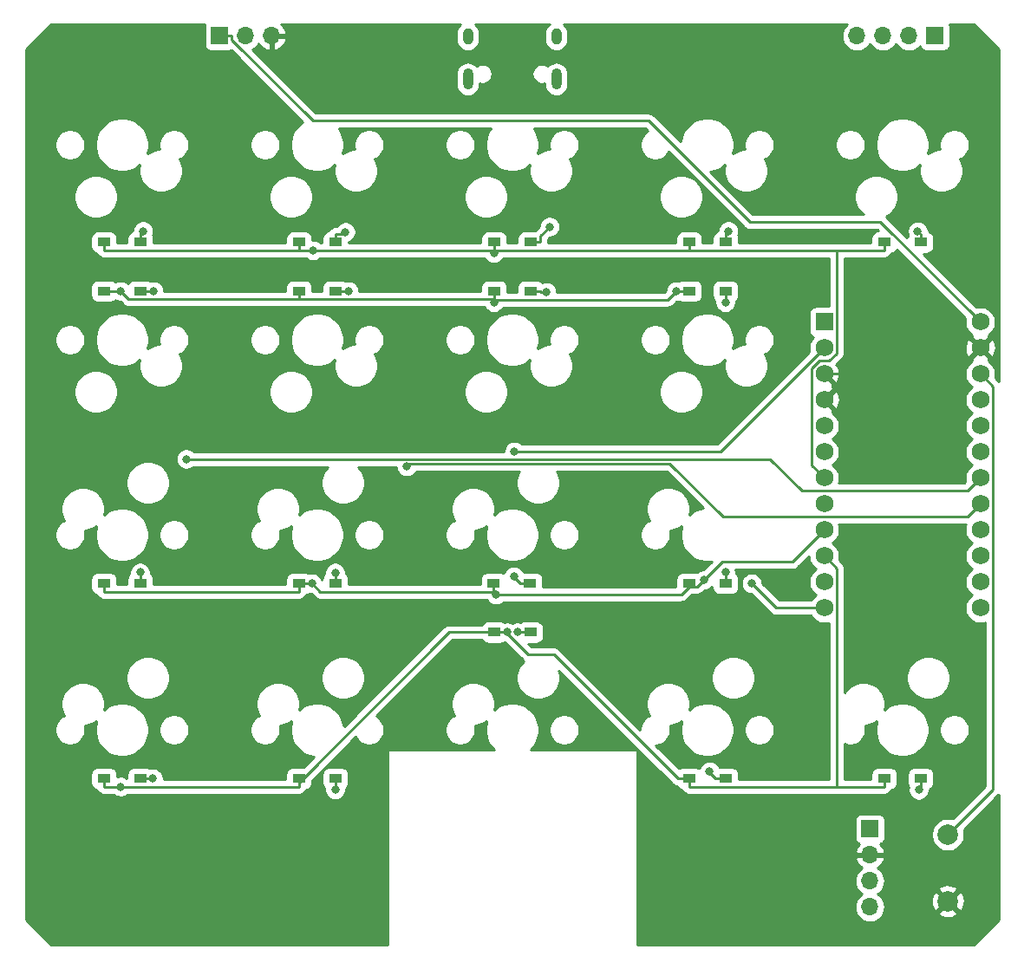
<source format=gbr>
G04 #@! TF.GenerationSoftware,KiCad,Pcbnew,(5.1.2)-2*
G04 #@! TF.CreationDate,2019-12-29T19:31:18+08:00*
G04 #@! TF.ProjectId,redox-receiver,7265646f-782d-4726-9563-65697665722e,rev?*
G04 #@! TF.SameCoordinates,Original*
G04 #@! TF.FileFunction,Copper,L1,Top*
G04 #@! TF.FilePolarity,Positive*
%FSLAX46Y46*%
G04 Gerber Fmt 4.6, Leading zero omitted, Abs format (unit mm)*
G04 Created by KiCad (PCBNEW (5.1.2)-2) date 2019-12-29 19:31:18*
%MOMM*%
%LPD*%
G04 APERTURE LIST*
%ADD10C,2.000000*%
%ADD11C,1.752600*%
%ADD12R,1.752600X1.752600*%
%ADD13O,1.000000X2.100000*%
%ADD14O,1.000000X1.600000*%
%ADD15O,1.700000X1.700000*%
%ADD16R,1.700000X1.700000*%
%ADD17R,1.300000X0.950000*%
%ADD18C,0.800000*%
%ADD19C,0.250000*%
%ADD20C,0.254000*%
G04 APERTURE END LIST*
D10*
X166370000Y-136450000D03*
X166370000Y-142950000D03*
D11*
X169545000Y-86360000D03*
X154305000Y-114300000D03*
X169545000Y-88900000D03*
X169545000Y-91440000D03*
X169545000Y-93980000D03*
X169545000Y-96520000D03*
X169545000Y-99060000D03*
X169545000Y-101600000D03*
X169545000Y-104140000D03*
X169545000Y-106680000D03*
X169545000Y-109220000D03*
X169545000Y-111760000D03*
X169545000Y-114300000D03*
X154305000Y-111760000D03*
X154305000Y-109220000D03*
X154305000Y-106680000D03*
X154305000Y-104140000D03*
X154305000Y-101600000D03*
X154305000Y-99060000D03*
X154305000Y-96520000D03*
X154305000Y-93980000D03*
X154305000Y-91440000D03*
X154305000Y-88900000D03*
D12*
X154305000Y-86360000D03*
D13*
X119505000Y-62660000D03*
X128145000Y-62660000D03*
D14*
X119505000Y-58480000D03*
X128145000Y-58480000D03*
D15*
X100330000Y-58420000D03*
X97790000Y-58420000D03*
D16*
X95250000Y-58420000D03*
D15*
X158750000Y-143510000D03*
X158750000Y-140970000D03*
X158750000Y-138430000D03*
D16*
X158750000Y-135890000D03*
D17*
X163700000Y-130969000D03*
X160150000Y-130969000D03*
X144650000Y-130969000D03*
X141100000Y-130969000D03*
X125600000Y-116681000D03*
X122050000Y-116681000D03*
X106550000Y-130969000D03*
X103000000Y-130969000D03*
X87500000Y-130969000D03*
X83950000Y-130969000D03*
X144650000Y-111919000D03*
X141100000Y-111919000D03*
X125567000Y-111919000D03*
X122017000Y-111919000D03*
X106550000Y-111919000D03*
X103000000Y-111919000D03*
X87500000Y-111919000D03*
X83950000Y-111919000D03*
X144650000Y-83343800D03*
X141100000Y-83343800D03*
X125600000Y-83343800D03*
X122050000Y-83343800D03*
X106550000Y-83343800D03*
X103000000Y-83343800D03*
X87500000Y-83343800D03*
X83950000Y-83343800D03*
X163700000Y-78581200D03*
X160150000Y-78581200D03*
X144650000Y-78581200D03*
X141100000Y-78581200D03*
X125600000Y-78581200D03*
X122050000Y-78581200D03*
X106550000Y-78581200D03*
X103000000Y-78581200D03*
X87500000Y-78581200D03*
X83950000Y-78581200D03*
D15*
X157480000Y-58420000D03*
X160020000Y-58420000D03*
X162560000Y-58420000D03*
D16*
X165100000Y-58420000D03*
D18*
X87789200Y-77491700D03*
X122050000Y-79656600D03*
X104400000Y-79381500D03*
X107549400Y-77581800D03*
X127485600Y-77070900D03*
X144940500Y-77490400D03*
X163420800Y-77501700D03*
X88806700Y-83348300D03*
X85589900Y-83343800D03*
X122050000Y-84449700D03*
X139848000Y-83348300D03*
X107850700Y-83348300D03*
X127163000Y-83448500D03*
X144650000Y-84454800D03*
X87500000Y-110830400D03*
X142538100Y-111582100D03*
X122266100Y-113020600D03*
X104285600Y-111919000D03*
X106550000Y-110843600D03*
X123997700Y-111204500D03*
X144650000Y-110824800D03*
X88755700Y-130969000D03*
X123331400Y-116681000D03*
X85594400Y-131769300D03*
X106550000Y-132059300D03*
X124340700Y-116681000D03*
X143101000Y-130262900D03*
X163537500Y-132074300D03*
X92015000Y-99751700D03*
X113547400Y-100485400D03*
X124049000Y-99026400D03*
X147211400Y-111912600D03*
D19*
X87500000Y-77780900D02*
X87789200Y-77491700D01*
X87500000Y-78581200D02*
X87500000Y-77780900D01*
X155506700Y-79381500D02*
X160150000Y-79381500D01*
X141100000Y-79381500D02*
X155506700Y-79381500D01*
X154305000Y-101600000D02*
X153079400Y-100374400D01*
X153079400Y-100374400D02*
X153079400Y-90883000D01*
X153079400Y-90883000D02*
X153792400Y-90170000D01*
X153792400Y-90170000D02*
X154756800Y-90170000D01*
X154756800Y-90170000D02*
X155506700Y-89420100D01*
X155506700Y-89420100D02*
X155506700Y-79381500D01*
X160150000Y-78581200D02*
X160150000Y-79381500D01*
X122050000Y-79381500D02*
X141100000Y-79381500D01*
X141100000Y-78581200D02*
X141100000Y-79381500D01*
X122050000Y-79381500D02*
X122050000Y-79656600D01*
X104400000Y-79381500D02*
X103000000Y-79381500D01*
X103000000Y-78581200D02*
X103000000Y-79381500D01*
X83950000Y-78581200D02*
X83950000Y-79381500D01*
X83950000Y-79381500D02*
X103000000Y-79381500D01*
X104400000Y-79381500D02*
X122050000Y-79381500D01*
X122050000Y-79381500D02*
X122050000Y-79268900D01*
X122050000Y-78581200D02*
X122050000Y-79268900D01*
X106550000Y-77780900D02*
X107350300Y-77780900D01*
X107350300Y-77780900D02*
X107549400Y-77581800D01*
X106550000Y-78581200D02*
X106550000Y-77780900D01*
X125600000Y-78581200D02*
X126575300Y-78581200D01*
X126575300Y-78581200D02*
X126575300Y-77981200D01*
X126575300Y-77981200D02*
X127485600Y-77070900D01*
X144650000Y-77780900D02*
X144940500Y-77490400D01*
X144650000Y-78581200D02*
X144650000Y-77780900D01*
X163700000Y-77780900D02*
X163420800Y-77501700D01*
X163700000Y-78581200D02*
X163700000Y-77780900D01*
X88475300Y-83343800D02*
X88479800Y-83348300D01*
X88479800Y-83348300D02*
X88806700Y-83348300D01*
X87500000Y-83343800D02*
X88475300Y-83343800D01*
X122050000Y-84173800D02*
X122050000Y-84144100D01*
X122050000Y-84449700D02*
X122050000Y-84173800D01*
X122050000Y-84173800D02*
X139022500Y-84173800D01*
X139022500Y-84173800D02*
X139848000Y-83348300D01*
X122050000Y-84144100D02*
X122050000Y-83343800D01*
X103000000Y-84144100D02*
X122050000Y-84144100D01*
X103000000Y-84031500D02*
X103000000Y-84144100D01*
X103000000Y-83343800D02*
X103000000Y-84031500D01*
X85589900Y-83343800D02*
X86390200Y-84144100D01*
X86390200Y-84144100D02*
X103000000Y-84144100D01*
X84925300Y-83343800D02*
X85589900Y-83343800D01*
X83950000Y-83343800D02*
X84925300Y-83343800D01*
X139848000Y-83348300D02*
X140120200Y-83348300D01*
X140120200Y-83348300D02*
X140124700Y-83343800D01*
X141100000Y-83343800D02*
X140124700Y-83343800D01*
X107850700Y-83348300D02*
X107529800Y-83348300D01*
X107529800Y-83348300D02*
X107525300Y-83343800D01*
X106550000Y-83343800D02*
X107525300Y-83343800D01*
X125600000Y-83343800D02*
X126575300Y-83343800D01*
X127163000Y-83448500D02*
X126680000Y-83448500D01*
X126680000Y-83448500D02*
X126575300Y-83343800D01*
X144650000Y-84144100D02*
X144650000Y-84454800D01*
X144650000Y-83343800D02*
X144650000Y-84144100D01*
X87500000Y-111118700D02*
X87500000Y-110830400D01*
X87500000Y-111919000D02*
X87500000Y-111118700D01*
X142538100Y-111582100D02*
X141913700Y-112206500D01*
X141913700Y-112206500D02*
X141100000Y-112206500D01*
X154305000Y-106680000D02*
X151172300Y-109812700D01*
X151172300Y-109812700D02*
X144307500Y-109812700D01*
X144307500Y-109812700D02*
X142538100Y-111582100D01*
X122266100Y-112968400D02*
X122017000Y-112719300D01*
X122266100Y-113020600D02*
X122266100Y-112968400D01*
X122266100Y-112968400D02*
X140338100Y-112968400D01*
X140338100Y-112968400D02*
X141100000Y-112206500D01*
X103000000Y-111919000D02*
X103000000Y-112719300D01*
X83950000Y-111919000D02*
X83950000Y-112719300D01*
X83950000Y-112719300D02*
X103000000Y-112719300D01*
X104285600Y-111919000D02*
X105085900Y-112719300D01*
X105085900Y-112719300D02*
X122017000Y-112719300D01*
X104285600Y-111919000D02*
X103000000Y-111919000D01*
X122017000Y-111919000D02*
X122017000Y-112719300D01*
X141100000Y-111919000D02*
X141100000Y-112206500D01*
X106550000Y-111118700D02*
X106550000Y-110843600D01*
X106550000Y-111919000D02*
X106550000Y-111118700D01*
X124591700Y-111919000D02*
X123997700Y-111325000D01*
X123997700Y-111325000D02*
X123997700Y-111204500D01*
X125567000Y-111919000D02*
X124591700Y-111919000D01*
X144650000Y-111118700D02*
X144650000Y-110824800D01*
X144650000Y-111919000D02*
X144650000Y-111118700D01*
X88475300Y-130969000D02*
X88755700Y-130969000D01*
X87500000Y-130969000D02*
X88475300Y-130969000D01*
X155508800Y-131769300D02*
X160150000Y-131769300D01*
X141100000Y-131769300D02*
X155508800Y-131769300D01*
X154305000Y-109220000D02*
X155508800Y-110423800D01*
X155508800Y-110423800D02*
X155508800Y-131769300D01*
X160150000Y-130969000D02*
X160150000Y-131769300D01*
X141100000Y-130969000D02*
X141100000Y-131769300D01*
X123331400Y-116681000D02*
X123331400Y-116798900D01*
X123331400Y-116798900D02*
X125395600Y-118863100D01*
X125395600Y-118863100D02*
X127904000Y-118863100D01*
X127904000Y-118863100D02*
X140009900Y-130969000D01*
X140009900Y-130969000D02*
X141100000Y-130969000D01*
X123025300Y-116681000D02*
X123331400Y-116681000D01*
X103000000Y-131369100D02*
X117688100Y-116681000D01*
X117688100Y-116681000D02*
X122050000Y-116681000D01*
X103000000Y-131369100D02*
X103000000Y-131769300D01*
X103000000Y-130969000D02*
X103000000Y-131369100D01*
X85594400Y-131769300D02*
X103000000Y-131769300D01*
X83950000Y-131769300D02*
X85594400Y-131769300D01*
X122050000Y-116681000D02*
X123025300Y-116681000D01*
X83950000Y-130969000D02*
X83950000Y-131769300D01*
X106550000Y-131769300D02*
X106550000Y-132059300D01*
X106550000Y-130969000D02*
X106550000Y-131769300D01*
X124624700Y-116681000D02*
X124340700Y-116681000D01*
X125600000Y-116681000D02*
X124624700Y-116681000D01*
X143674700Y-130969000D02*
X143101000Y-130395300D01*
X143101000Y-130395300D02*
X143101000Y-130262900D01*
X144650000Y-130969000D02*
X143674700Y-130969000D01*
X163700000Y-130969000D02*
X163700000Y-131769300D01*
X163700000Y-131769300D02*
X163537500Y-131931800D01*
X163537500Y-131931800D02*
X163537500Y-132074300D01*
X169545000Y-101600000D02*
X168275000Y-102870000D01*
X168275000Y-102870000D02*
X152134900Y-102870000D01*
X152134900Y-102870000D02*
X149016600Y-99751700D01*
X149016600Y-99751700D02*
X92015000Y-99751700D01*
X113547400Y-100485400D02*
X113830700Y-100202100D01*
X113830700Y-100202100D02*
X139201200Y-100202100D01*
X139201200Y-100202100D02*
X144393800Y-105394700D01*
X144393800Y-105394700D02*
X168290300Y-105394700D01*
X168290300Y-105394700D02*
X169545000Y-104140000D01*
X154305000Y-91440000D02*
X167005000Y-91440000D01*
X167005000Y-91440000D02*
X169545000Y-88900000D01*
X154305000Y-88900000D02*
X144178600Y-99026400D01*
X144178600Y-99026400D02*
X124049000Y-99026400D01*
X169545000Y-91440000D02*
X170796100Y-92691100D01*
X170796100Y-92691100D02*
X170796100Y-132023900D01*
X170796100Y-132023900D02*
X166370000Y-136450000D01*
X95250000Y-58420000D02*
X96425300Y-58420000D01*
X96425300Y-58420000D02*
X96425300Y-58787300D01*
X96425300Y-58787300D02*
X104356700Y-66718700D01*
X104356700Y-66718700D02*
X137138700Y-66718700D01*
X137138700Y-66718700D02*
X147029600Y-76609600D01*
X147029600Y-76609600D02*
X159794600Y-76609600D01*
X159794600Y-76609600D02*
X169545000Y-86360000D01*
X147211400Y-111912600D02*
X149598800Y-114300000D01*
X149598800Y-114300000D02*
X154305000Y-114300000D01*
D20*
G36*
X93810498Y-57325820D02*
G01*
X93774188Y-57445518D01*
X93761928Y-57570000D01*
X93761928Y-59270000D01*
X93774188Y-59394482D01*
X93810498Y-59514180D01*
X93869463Y-59624494D01*
X93948815Y-59721185D01*
X94045506Y-59800537D01*
X94155820Y-59859502D01*
X94275518Y-59895812D01*
X94400000Y-59908072D01*
X96100000Y-59908072D01*
X96224482Y-59895812D01*
X96344180Y-59859502D01*
X96395350Y-59832151D01*
X103385848Y-66822651D01*
X103099174Y-67014200D01*
X102733000Y-67380374D01*
X102445299Y-67810949D01*
X102247127Y-68289378D01*
X102146100Y-68797276D01*
X102146100Y-69315124D01*
X102247127Y-69823022D01*
X102445299Y-70301451D01*
X102733000Y-70732026D01*
X103099174Y-71098200D01*
X103529749Y-71385901D01*
X104008178Y-71584073D01*
X104516076Y-71685100D01*
X105033924Y-71685100D01*
X105541822Y-71584073D01*
X106020251Y-71385901D01*
X106450826Y-71098200D01*
X106521237Y-71027789D01*
X106450000Y-71385921D01*
X106450000Y-71806479D01*
X106532047Y-72218956D01*
X106692988Y-72607502D01*
X106926637Y-72957183D01*
X107224017Y-73254563D01*
X107573698Y-73488212D01*
X107962244Y-73649153D01*
X108374721Y-73731200D01*
X108795279Y-73731200D01*
X109207756Y-73649153D01*
X109596302Y-73488212D01*
X109945983Y-73254563D01*
X110243363Y-72957183D01*
X110477012Y-72607502D01*
X110637953Y-72218956D01*
X110720000Y-71806479D01*
X110720000Y-71385921D01*
X110637953Y-70973444D01*
X110477012Y-70584898D01*
X110383850Y-70445470D01*
X110558838Y-70372988D01*
X110802206Y-70210374D01*
X111009174Y-70003406D01*
X111171788Y-69760038D01*
X111283798Y-69489621D01*
X111340900Y-69202548D01*
X111340900Y-68909852D01*
X117259100Y-68909852D01*
X117259100Y-69202548D01*
X117316202Y-69489621D01*
X117428212Y-69760038D01*
X117590826Y-70003406D01*
X117797794Y-70210374D01*
X118041162Y-70372988D01*
X118311579Y-70484998D01*
X118598652Y-70542100D01*
X118891348Y-70542100D01*
X119178421Y-70484998D01*
X119448838Y-70372988D01*
X119692206Y-70210374D01*
X119899174Y-70003406D01*
X120061788Y-69760038D01*
X120173798Y-69489621D01*
X120230900Y-69202548D01*
X120230900Y-68909852D01*
X120173798Y-68622779D01*
X120061788Y-68352362D01*
X119899174Y-68108994D01*
X119692206Y-67902026D01*
X119448838Y-67739412D01*
X119178421Y-67627402D01*
X118891348Y-67570300D01*
X118598652Y-67570300D01*
X118311579Y-67627402D01*
X118041162Y-67739412D01*
X117797794Y-67902026D01*
X117590826Y-68108994D01*
X117428212Y-68352362D01*
X117316202Y-68622779D01*
X117259100Y-68909852D01*
X111340900Y-68909852D01*
X111283798Y-68622779D01*
X111171788Y-68352362D01*
X111009174Y-68108994D01*
X110802206Y-67902026D01*
X110558838Y-67739412D01*
X110288421Y-67627402D01*
X110001348Y-67570300D01*
X109708652Y-67570300D01*
X109421579Y-67627402D01*
X109151162Y-67739412D01*
X108907794Y-67902026D01*
X108700826Y-68108994D01*
X108538212Y-68352362D01*
X108426202Y-68622779D01*
X108369100Y-68909852D01*
X108369100Y-69202548D01*
X108420549Y-69461200D01*
X108374721Y-69461200D01*
X107962244Y-69543247D01*
X107573698Y-69704188D01*
X107267292Y-69908921D01*
X107302873Y-69823022D01*
X107403900Y-69315124D01*
X107403900Y-68797276D01*
X107302873Y-68289378D01*
X107104701Y-67810949D01*
X106882699Y-67478700D01*
X121717301Y-67478700D01*
X121495299Y-67810949D01*
X121297127Y-68289378D01*
X121196100Y-68797276D01*
X121196100Y-69315124D01*
X121297127Y-69823022D01*
X121495299Y-70301451D01*
X121783000Y-70732026D01*
X122149174Y-71098200D01*
X122579749Y-71385901D01*
X123058178Y-71584073D01*
X123566076Y-71685100D01*
X124083924Y-71685100D01*
X124591822Y-71584073D01*
X125070251Y-71385901D01*
X125500826Y-71098200D01*
X125571237Y-71027789D01*
X125500000Y-71385921D01*
X125500000Y-71806479D01*
X125582047Y-72218956D01*
X125742988Y-72607502D01*
X125976637Y-72957183D01*
X126274017Y-73254563D01*
X126623698Y-73488212D01*
X127012244Y-73649153D01*
X127424721Y-73731200D01*
X127845279Y-73731200D01*
X128257756Y-73649153D01*
X128646302Y-73488212D01*
X128995983Y-73254563D01*
X129293363Y-72957183D01*
X129527012Y-72607502D01*
X129687953Y-72218956D01*
X129770000Y-71806479D01*
X129770000Y-71385921D01*
X129687953Y-70973444D01*
X129527012Y-70584898D01*
X129433850Y-70445470D01*
X129608838Y-70372988D01*
X129852206Y-70210374D01*
X130059174Y-70003406D01*
X130221788Y-69760038D01*
X130333798Y-69489621D01*
X130390900Y-69202548D01*
X130390900Y-68909852D01*
X130333798Y-68622779D01*
X130221788Y-68352362D01*
X130059174Y-68108994D01*
X129852206Y-67902026D01*
X129608838Y-67739412D01*
X129338421Y-67627402D01*
X129051348Y-67570300D01*
X128758652Y-67570300D01*
X128471579Y-67627402D01*
X128201162Y-67739412D01*
X127957794Y-67902026D01*
X127750826Y-68108994D01*
X127588212Y-68352362D01*
X127476202Y-68622779D01*
X127419100Y-68909852D01*
X127419100Y-69202548D01*
X127470549Y-69461200D01*
X127424721Y-69461200D01*
X127012244Y-69543247D01*
X126623698Y-69704188D01*
X126317292Y-69908921D01*
X126352873Y-69823022D01*
X126453900Y-69315124D01*
X126453900Y-68797276D01*
X126352873Y-68289378D01*
X126154701Y-67810949D01*
X125932699Y-67478700D01*
X136823899Y-67478700D01*
X137087235Y-67742036D01*
X136847794Y-67902026D01*
X136640826Y-68108994D01*
X136478212Y-68352362D01*
X136366202Y-68622779D01*
X136309100Y-68909852D01*
X136309100Y-69202548D01*
X136366202Y-69489621D01*
X136478212Y-69760038D01*
X136640826Y-70003406D01*
X136847794Y-70210374D01*
X137091162Y-70372988D01*
X137361579Y-70484998D01*
X137648652Y-70542100D01*
X137941348Y-70542100D01*
X138228421Y-70484998D01*
X138498838Y-70372988D01*
X138742206Y-70210374D01*
X138949174Y-70003406D01*
X139109164Y-69763965D01*
X146465800Y-77120602D01*
X146489599Y-77149601D01*
X146518597Y-77173399D01*
X146605323Y-77244574D01*
X146671417Y-77279902D01*
X146737353Y-77315146D01*
X146880614Y-77358603D01*
X146992267Y-77369600D01*
X146992277Y-77369600D01*
X147029600Y-77373276D01*
X147066923Y-77369600D01*
X159479799Y-77369600D01*
X159578327Y-77468128D01*
X159500000Y-77468128D01*
X159375518Y-77480388D01*
X159255820Y-77516698D01*
X159145506Y-77575663D01*
X159048815Y-77655015D01*
X158969463Y-77751706D01*
X158910498Y-77862020D01*
X158874188Y-77981718D01*
X158861928Y-78106200D01*
X158861928Y-78621500D01*
X155544033Y-78621500D01*
X155506700Y-78617823D01*
X155469367Y-78621500D01*
X145938072Y-78621500D01*
X145938072Y-78106200D01*
X145925812Y-77981718D01*
X145896834Y-77886191D01*
X145935726Y-77792298D01*
X145975500Y-77592339D01*
X145975500Y-77388461D01*
X145935726Y-77188502D01*
X145857705Y-77000144D01*
X145744437Y-76830626D01*
X145600274Y-76686463D01*
X145430756Y-76573195D01*
X145242398Y-76495174D01*
X145042439Y-76455400D01*
X144838561Y-76455400D01*
X144638602Y-76495174D01*
X144450244Y-76573195D01*
X144280726Y-76686463D01*
X144136563Y-76830626D01*
X144023295Y-77000144D01*
X143945274Y-77188502D01*
X143905500Y-77388461D01*
X143905500Y-77477435D01*
X143875518Y-77480388D01*
X143755820Y-77516698D01*
X143645506Y-77575663D01*
X143548815Y-77655015D01*
X143469463Y-77751706D01*
X143410498Y-77862020D01*
X143374188Y-77981718D01*
X143361928Y-78106200D01*
X143361928Y-78621500D01*
X142388072Y-78621500D01*
X142388072Y-78106200D01*
X142375812Y-77981718D01*
X142339502Y-77862020D01*
X142280537Y-77751706D01*
X142201185Y-77655015D01*
X142104494Y-77575663D01*
X141994180Y-77516698D01*
X141874482Y-77480388D01*
X141750000Y-77468128D01*
X140450000Y-77468128D01*
X140325518Y-77480388D01*
X140205820Y-77516698D01*
X140095506Y-77575663D01*
X139998815Y-77655015D01*
X139919463Y-77751706D01*
X139860498Y-77862020D01*
X139824188Y-77981718D01*
X139811928Y-78106200D01*
X139811928Y-78621500D01*
X127335008Y-78621500D01*
X127338977Y-78581200D01*
X127335300Y-78543867D01*
X127335300Y-78296001D01*
X127525401Y-78105900D01*
X127587539Y-78105900D01*
X127787498Y-78066126D01*
X127975856Y-77988105D01*
X128145374Y-77874837D01*
X128289537Y-77730674D01*
X128402805Y-77561156D01*
X128480826Y-77372798D01*
X128520600Y-77172839D01*
X128520600Y-76968961D01*
X128480826Y-76769002D01*
X128402805Y-76580644D01*
X128289537Y-76411126D01*
X128145374Y-76266963D01*
X127975856Y-76153695D01*
X127787498Y-76075674D01*
X127587539Y-76035900D01*
X127383661Y-76035900D01*
X127183702Y-76075674D01*
X126995344Y-76153695D01*
X126825826Y-76266963D01*
X126681663Y-76411126D01*
X126568395Y-76580644D01*
X126490374Y-76769002D01*
X126450600Y-76968961D01*
X126450600Y-77031099D01*
X126064298Y-77417401D01*
X126035300Y-77441199D01*
X126013200Y-77468128D01*
X124950000Y-77468128D01*
X124825518Y-77480388D01*
X124705820Y-77516698D01*
X124595506Y-77575663D01*
X124498815Y-77655015D01*
X124419463Y-77751706D01*
X124360498Y-77862020D01*
X124324188Y-77981718D01*
X124311928Y-78106200D01*
X124311928Y-78621500D01*
X123338072Y-78621500D01*
X123338072Y-78106200D01*
X123325812Y-77981718D01*
X123289502Y-77862020D01*
X123230537Y-77751706D01*
X123151185Y-77655015D01*
X123054494Y-77575663D01*
X122944180Y-77516698D01*
X122824482Y-77480388D01*
X122700000Y-77468128D01*
X121400000Y-77468128D01*
X121275518Y-77480388D01*
X121155820Y-77516698D01*
X121045506Y-77575663D01*
X120948815Y-77655015D01*
X120869463Y-77751706D01*
X120810498Y-77862020D01*
X120774188Y-77981718D01*
X120761928Y-78106200D01*
X120761928Y-78621500D01*
X107838072Y-78621500D01*
X107838072Y-78579657D01*
X107851298Y-78577026D01*
X108039656Y-78499005D01*
X108209174Y-78385737D01*
X108353337Y-78241574D01*
X108466605Y-78072056D01*
X108544626Y-77883698D01*
X108584400Y-77683739D01*
X108584400Y-77479861D01*
X108544626Y-77279902D01*
X108466605Y-77091544D01*
X108353337Y-76922026D01*
X108209174Y-76777863D01*
X108039656Y-76664595D01*
X107851298Y-76586574D01*
X107651339Y-76546800D01*
X107447461Y-76546800D01*
X107247502Y-76586574D01*
X107059144Y-76664595D01*
X106889626Y-76777863D01*
X106745463Y-76922026D01*
X106679398Y-77020900D01*
X106587333Y-77020900D01*
X106550000Y-77017223D01*
X106512667Y-77020900D01*
X106401014Y-77031897D01*
X106257753Y-77075354D01*
X106125724Y-77145926D01*
X106009999Y-77240899D01*
X105915026Y-77356624D01*
X105852948Y-77472762D01*
X105775518Y-77480388D01*
X105655820Y-77516698D01*
X105545506Y-77575663D01*
X105448815Y-77655015D01*
X105369463Y-77751706D01*
X105310498Y-77862020D01*
X105274188Y-77981718D01*
X105261928Y-78106200D01*
X105261928Y-78621500D01*
X105103711Y-78621500D01*
X105059774Y-78577563D01*
X104890256Y-78464295D01*
X104701898Y-78386274D01*
X104501939Y-78346500D01*
X104298061Y-78346500D01*
X104288072Y-78348487D01*
X104288072Y-78106200D01*
X104275812Y-77981718D01*
X104239502Y-77862020D01*
X104180537Y-77751706D01*
X104101185Y-77655015D01*
X104004494Y-77575663D01*
X103894180Y-77516698D01*
X103774482Y-77480388D01*
X103650000Y-77468128D01*
X102350000Y-77468128D01*
X102225518Y-77480388D01*
X102105820Y-77516698D01*
X101995506Y-77575663D01*
X101898815Y-77655015D01*
X101819463Y-77751706D01*
X101760498Y-77862020D01*
X101724188Y-77981718D01*
X101711928Y-78106200D01*
X101711928Y-78621500D01*
X88788072Y-78621500D01*
X88788072Y-78106200D01*
X88775812Y-77981718D01*
X88746512Y-77885129D01*
X88784426Y-77793598D01*
X88824200Y-77593639D01*
X88824200Y-77389761D01*
X88784426Y-77189802D01*
X88706405Y-77001444D01*
X88593137Y-76831926D01*
X88448974Y-76687763D01*
X88279456Y-76574495D01*
X88091098Y-76496474D01*
X87891139Y-76456700D01*
X87687261Y-76456700D01*
X87487302Y-76496474D01*
X87298944Y-76574495D01*
X87129426Y-76687763D01*
X86985263Y-76831926D01*
X86871995Y-77001444D01*
X86793974Y-77189802D01*
X86754200Y-77389761D01*
X86754200Y-77477563D01*
X86725518Y-77480388D01*
X86605820Y-77516698D01*
X86495506Y-77575663D01*
X86398815Y-77655015D01*
X86319463Y-77751706D01*
X86260498Y-77862020D01*
X86224188Y-77981718D01*
X86211928Y-78106200D01*
X86211928Y-78621500D01*
X85238072Y-78621500D01*
X85238072Y-78106200D01*
X85225812Y-77981718D01*
X85189502Y-77862020D01*
X85130537Y-77751706D01*
X85051185Y-77655015D01*
X84954494Y-77575663D01*
X84844180Y-77516698D01*
X84724482Y-77480388D01*
X84600000Y-77468128D01*
X83300000Y-77468128D01*
X83175518Y-77480388D01*
X83055820Y-77516698D01*
X82945506Y-77575663D01*
X82848815Y-77655015D01*
X82769463Y-77751706D01*
X82710498Y-77862020D01*
X82674188Y-77981718D01*
X82661928Y-78106200D01*
X82661928Y-79056200D01*
X82674188Y-79180682D01*
X82710498Y-79300380D01*
X82769463Y-79410694D01*
X82848815Y-79507385D01*
X82945506Y-79586737D01*
X83055820Y-79645702D01*
X83175518Y-79682012D01*
X83252948Y-79689638D01*
X83315026Y-79805776D01*
X83409999Y-79921501D01*
X83525724Y-80016474D01*
X83657753Y-80087046D01*
X83801014Y-80130503D01*
X83912667Y-80141500D01*
X83950000Y-80145177D01*
X83987333Y-80141500D01*
X102962667Y-80141500D01*
X103000000Y-80145177D01*
X103037333Y-80141500D01*
X103696289Y-80141500D01*
X103740226Y-80185437D01*
X103909744Y-80298705D01*
X104098102Y-80376726D01*
X104298061Y-80416500D01*
X104501939Y-80416500D01*
X104701898Y-80376726D01*
X104890256Y-80298705D01*
X105059774Y-80185437D01*
X105103711Y-80141500D01*
X121130576Y-80141500D01*
X121132795Y-80146856D01*
X121246063Y-80316374D01*
X121390226Y-80460537D01*
X121559744Y-80573805D01*
X121748102Y-80651826D01*
X121948061Y-80691600D01*
X122151939Y-80691600D01*
X122351898Y-80651826D01*
X122540256Y-80573805D01*
X122709774Y-80460537D01*
X122853937Y-80316374D01*
X122967205Y-80146856D01*
X122969424Y-80141500D01*
X141062667Y-80141500D01*
X141100000Y-80145177D01*
X141137333Y-80141500D01*
X154746701Y-80141500D01*
X154746700Y-84845628D01*
X153428700Y-84845628D01*
X153304218Y-84857888D01*
X153184520Y-84894198D01*
X153074206Y-84953163D01*
X152977515Y-85032515D01*
X152898163Y-85129206D01*
X152839198Y-85239520D01*
X152802888Y-85359218D01*
X152790628Y-85483700D01*
X152790628Y-87236300D01*
X152802888Y-87360782D01*
X152839198Y-87480480D01*
X152898163Y-87590794D01*
X152977515Y-87687485D01*
X153074206Y-87766837D01*
X153184520Y-87825802D01*
X153228542Y-87839156D01*
X153131096Y-87936602D01*
X152965703Y-88184131D01*
X152851778Y-88459170D01*
X152793700Y-88751150D01*
X152793700Y-89048850D01*
X152841424Y-89288774D01*
X143863799Y-98266400D01*
X124752711Y-98266400D01*
X124708774Y-98222463D01*
X124539256Y-98109195D01*
X124350898Y-98031174D01*
X124150939Y-97991400D01*
X123947061Y-97991400D01*
X123747102Y-98031174D01*
X123558744Y-98109195D01*
X123389226Y-98222463D01*
X123245063Y-98366626D01*
X123131795Y-98536144D01*
X123053774Y-98724502D01*
X123014000Y-98924461D01*
X123014000Y-98991700D01*
X92718711Y-98991700D01*
X92674774Y-98947763D01*
X92505256Y-98834495D01*
X92316898Y-98756474D01*
X92116939Y-98716700D01*
X91913061Y-98716700D01*
X91713102Y-98756474D01*
X91524744Y-98834495D01*
X91355226Y-98947763D01*
X91211063Y-99091926D01*
X91097795Y-99261444D01*
X91019774Y-99449802D01*
X90980000Y-99649761D01*
X90980000Y-99853639D01*
X91019774Y-100053598D01*
X91097795Y-100241956D01*
X91211063Y-100411474D01*
X91355226Y-100555637D01*
X91524744Y-100668905D01*
X91713102Y-100746926D01*
X91913061Y-100786700D01*
X92116939Y-100786700D01*
X92316898Y-100746926D01*
X92505256Y-100668905D01*
X92674774Y-100555637D01*
X92718711Y-100511700D01*
X105859954Y-100511700D01*
X105656637Y-100715017D01*
X105422988Y-101064698D01*
X105262047Y-101453244D01*
X105180000Y-101865721D01*
X105180000Y-102286279D01*
X105262047Y-102698756D01*
X105422988Y-103087302D01*
X105656637Y-103436983D01*
X105954017Y-103734363D01*
X106303698Y-103968012D01*
X106692244Y-104128953D01*
X107104721Y-104211000D01*
X107525279Y-104211000D01*
X107937756Y-104128953D01*
X108326302Y-103968012D01*
X108675983Y-103734363D01*
X108973363Y-103436983D01*
X109207012Y-103087302D01*
X109367953Y-102698756D01*
X109450000Y-102286279D01*
X109450000Y-101865721D01*
X109367953Y-101453244D01*
X109207012Y-101064698D01*
X108973363Y-100715017D01*
X108770046Y-100511700D01*
X112512400Y-100511700D01*
X112512400Y-100587339D01*
X112552174Y-100787298D01*
X112630195Y-100975656D01*
X112743463Y-101145174D01*
X112887626Y-101289337D01*
X113057144Y-101402605D01*
X113245502Y-101480626D01*
X113445461Y-101520400D01*
X113649339Y-101520400D01*
X113849298Y-101480626D01*
X114037656Y-101402605D01*
X114207174Y-101289337D01*
X114351337Y-101145174D01*
X114464605Y-100975656D01*
X114470220Y-100962100D01*
X124541542Y-100962100D01*
X124472988Y-101064698D01*
X124312047Y-101453244D01*
X124230000Y-101865721D01*
X124230000Y-102286279D01*
X124312047Y-102698756D01*
X124472988Y-103087302D01*
X124706637Y-103436983D01*
X125004017Y-103734363D01*
X125353698Y-103968012D01*
X125742244Y-104128953D01*
X126154721Y-104211000D01*
X126575279Y-104211000D01*
X126987756Y-104128953D01*
X127376302Y-103968012D01*
X127725983Y-103734363D01*
X128023363Y-103436983D01*
X128257012Y-103087302D01*
X128417953Y-102698756D01*
X128500000Y-102286279D01*
X128500000Y-101865721D01*
X128417953Y-101453244D01*
X128257012Y-101064698D01*
X128188458Y-100962100D01*
X138886399Y-100962100D01*
X142478720Y-104554422D01*
X142108178Y-104628127D01*
X141629749Y-104826299D01*
X141199174Y-105114000D01*
X141128763Y-105184411D01*
X141200000Y-104826279D01*
X141200000Y-104405721D01*
X141117953Y-103993244D01*
X140957012Y-103604698D01*
X140723363Y-103255017D01*
X140425983Y-102957637D01*
X140076302Y-102723988D01*
X139687756Y-102563047D01*
X139275279Y-102481000D01*
X138854721Y-102481000D01*
X138442244Y-102563047D01*
X138053698Y-102723988D01*
X137704017Y-102957637D01*
X137406637Y-103255017D01*
X137172988Y-103604698D01*
X137012047Y-103993244D01*
X136930000Y-104405721D01*
X136930000Y-104826279D01*
X137012047Y-105238756D01*
X137172988Y-105627302D01*
X137266150Y-105766730D01*
X137091162Y-105839212D01*
X136847794Y-106001826D01*
X136640826Y-106208794D01*
X136478212Y-106452162D01*
X136366202Y-106722579D01*
X136309100Y-107009652D01*
X136309100Y-107302348D01*
X136366202Y-107589421D01*
X136478212Y-107859838D01*
X136640826Y-108103206D01*
X136847794Y-108310174D01*
X137091162Y-108472788D01*
X137361579Y-108584798D01*
X137648652Y-108641900D01*
X137941348Y-108641900D01*
X138228421Y-108584798D01*
X138498838Y-108472788D01*
X138742206Y-108310174D01*
X138949174Y-108103206D01*
X139111788Y-107859838D01*
X139223798Y-107589421D01*
X139280900Y-107302348D01*
X139280900Y-107009652D01*
X139229451Y-106751000D01*
X139275279Y-106751000D01*
X139687756Y-106668953D01*
X140076302Y-106508012D01*
X140382708Y-106303279D01*
X140347127Y-106389178D01*
X140246100Y-106897076D01*
X140246100Y-107414924D01*
X140347127Y-107922822D01*
X140545299Y-108401251D01*
X140833000Y-108831826D01*
X141199174Y-109198000D01*
X141629749Y-109485701D01*
X142108178Y-109683873D01*
X142616076Y-109784900D01*
X143133924Y-109784900D01*
X143291926Y-109753471D01*
X142498298Y-110547100D01*
X142436161Y-110547100D01*
X142236202Y-110586874D01*
X142047844Y-110664895D01*
X141878326Y-110778163D01*
X141841545Y-110814944D01*
X141750000Y-110805928D01*
X140450000Y-110805928D01*
X140325518Y-110818188D01*
X140205820Y-110854498D01*
X140095506Y-110913463D01*
X139998815Y-110992815D01*
X139919463Y-111089506D01*
X139860498Y-111199820D01*
X139824188Y-111319518D01*
X139811928Y-111444000D01*
X139811928Y-112208400D01*
X126855072Y-112208400D01*
X126855072Y-111444000D01*
X126842812Y-111319518D01*
X126806502Y-111199820D01*
X126747537Y-111089506D01*
X126668185Y-110992815D01*
X126571494Y-110913463D01*
X126461180Y-110854498D01*
X126341482Y-110818188D01*
X126217000Y-110805928D01*
X124952882Y-110805928D01*
X124914905Y-110714244D01*
X124801637Y-110544726D01*
X124657474Y-110400563D01*
X124487956Y-110287295D01*
X124299598Y-110209274D01*
X124099639Y-110169500D01*
X123895761Y-110169500D01*
X123695802Y-110209274D01*
X123507444Y-110287295D01*
X123337926Y-110400563D01*
X123193763Y-110544726D01*
X123080495Y-110714244D01*
X123002474Y-110902602D01*
X123002349Y-110903230D01*
X122911180Y-110854498D01*
X122791482Y-110818188D01*
X122667000Y-110805928D01*
X121367000Y-110805928D01*
X121242518Y-110818188D01*
X121122820Y-110854498D01*
X121012506Y-110913463D01*
X120915815Y-110992815D01*
X120836463Y-111089506D01*
X120777498Y-111199820D01*
X120741188Y-111319518D01*
X120728928Y-111444000D01*
X120728928Y-111959300D01*
X107838072Y-111959300D01*
X107838072Y-111444000D01*
X107825812Y-111319518D01*
X107789502Y-111199820D01*
X107730537Y-111089506D01*
X107651185Y-110992815D01*
X107585000Y-110938499D01*
X107585000Y-110741661D01*
X107545226Y-110541702D01*
X107467205Y-110353344D01*
X107353937Y-110183826D01*
X107209774Y-110039663D01*
X107040256Y-109926395D01*
X106851898Y-109848374D01*
X106651939Y-109808600D01*
X106448061Y-109808600D01*
X106248102Y-109848374D01*
X106059744Y-109926395D01*
X105890226Y-110039663D01*
X105746063Y-110183826D01*
X105632795Y-110353344D01*
X105554774Y-110541702D01*
X105515000Y-110741661D01*
X105515000Y-110938499D01*
X105448815Y-110992815D01*
X105369463Y-111089506D01*
X105310498Y-111199820D01*
X105274188Y-111319518D01*
X105261928Y-111444000D01*
X105261928Y-111571479D01*
X105202805Y-111428744D01*
X105089537Y-111259226D01*
X104945374Y-111115063D01*
X104775856Y-111001795D01*
X104587498Y-110923774D01*
X104387539Y-110884000D01*
X104183661Y-110884000D01*
X104010551Y-110918434D01*
X104004494Y-110913463D01*
X103894180Y-110854498D01*
X103774482Y-110818188D01*
X103650000Y-110805928D01*
X102350000Y-110805928D01*
X102225518Y-110818188D01*
X102105820Y-110854498D01*
X101995506Y-110913463D01*
X101898815Y-110992815D01*
X101819463Y-111089506D01*
X101760498Y-111199820D01*
X101724188Y-111319518D01*
X101711928Y-111444000D01*
X101711928Y-111959300D01*
X88788072Y-111959300D01*
X88788072Y-111444000D01*
X88775812Y-111319518D01*
X88739502Y-111199820D01*
X88680537Y-111089506D01*
X88601185Y-110992815D01*
X88533947Y-110937634D01*
X88535000Y-110932339D01*
X88535000Y-110728461D01*
X88495226Y-110528502D01*
X88417205Y-110340144D01*
X88303937Y-110170626D01*
X88159774Y-110026463D01*
X87990256Y-109913195D01*
X87801898Y-109835174D01*
X87601939Y-109795400D01*
X87398061Y-109795400D01*
X87198102Y-109835174D01*
X87009744Y-109913195D01*
X86840226Y-110026463D01*
X86696063Y-110170626D01*
X86582795Y-110340144D01*
X86504774Y-110528502D01*
X86465000Y-110728461D01*
X86465000Y-110932339D01*
X86466053Y-110937634D01*
X86398815Y-110992815D01*
X86319463Y-111089506D01*
X86260498Y-111199820D01*
X86224188Y-111319518D01*
X86211928Y-111444000D01*
X86211928Y-111959300D01*
X85238072Y-111959300D01*
X85238072Y-111444000D01*
X85225812Y-111319518D01*
X85189502Y-111199820D01*
X85130537Y-111089506D01*
X85051185Y-110992815D01*
X84954494Y-110913463D01*
X84844180Y-110854498D01*
X84724482Y-110818188D01*
X84600000Y-110805928D01*
X83300000Y-110805928D01*
X83175518Y-110818188D01*
X83055820Y-110854498D01*
X82945506Y-110913463D01*
X82848815Y-110992815D01*
X82769463Y-111089506D01*
X82710498Y-111199820D01*
X82674188Y-111319518D01*
X82661928Y-111444000D01*
X82661928Y-112394000D01*
X82674188Y-112518482D01*
X82710498Y-112638180D01*
X82769463Y-112748494D01*
X82848815Y-112845185D01*
X82945506Y-112924537D01*
X83055820Y-112983502D01*
X83175518Y-113019812D01*
X83252948Y-113027438D01*
X83315026Y-113143576D01*
X83409999Y-113259301D01*
X83525724Y-113354274D01*
X83657753Y-113424846D01*
X83801014Y-113468303D01*
X83912667Y-113479300D01*
X83950000Y-113482977D01*
X83987333Y-113479300D01*
X102962667Y-113479300D01*
X103000000Y-113482977D01*
X103148986Y-113468303D01*
X103292247Y-113424846D01*
X103424276Y-113354274D01*
X103540001Y-113259301D01*
X103634974Y-113143576D01*
X103697052Y-113027438D01*
X103774482Y-113019812D01*
X103894180Y-112983502D01*
X104004494Y-112924537D01*
X104010551Y-112919566D01*
X104183661Y-112954000D01*
X104245798Y-112954000D01*
X104522101Y-113230302D01*
X104545899Y-113259301D01*
X104574897Y-113283099D01*
X104661623Y-113354274D01*
X104733468Y-113392676D01*
X104793653Y-113424846D01*
X104936914Y-113468303D01*
X105048567Y-113479300D01*
X105048576Y-113479300D01*
X105085899Y-113482976D01*
X105123222Y-113479300D01*
X121335824Y-113479300D01*
X121348895Y-113510856D01*
X121462163Y-113680374D01*
X121606326Y-113824537D01*
X121775844Y-113937805D01*
X121964202Y-114015826D01*
X122164161Y-114055600D01*
X122368039Y-114055600D01*
X122567998Y-114015826D01*
X122756356Y-113937805D01*
X122925874Y-113824537D01*
X123022011Y-113728400D01*
X140300778Y-113728400D01*
X140338100Y-113732076D01*
X140375422Y-113728400D01*
X140375433Y-113728400D01*
X140487086Y-113717403D01*
X140630347Y-113673946D01*
X140762376Y-113603374D01*
X140878101Y-113508401D01*
X140901903Y-113479398D01*
X141349230Y-113032072D01*
X141750000Y-113032072D01*
X141874482Y-113019812D01*
X141994180Y-112983502D01*
X142042919Y-112957450D01*
X142062686Y-112955503D01*
X142205947Y-112912046D01*
X142337976Y-112841474D01*
X142453701Y-112746501D01*
X142477503Y-112717498D01*
X142577901Y-112617100D01*
X142640039Y-112617100D01*
X142839998Y-112577326D01*
X143028356Y-112499305D01*
X143197874Y-112386037D01*
X143342037Y-112241874D01*
X143361928Y-112212105D01*
X143361928Y-112394000D01*
X143374188Y-112518482D01*
X143410498Y-112638180D01*
X143469463Y-112748494D01*
X143548815Y-112845185D01*
X143645506Y-112924537D01*
X143755820Y-112983502D01*
X143875518Y-113019812D01*
X144000000Y-113032072D01*
X145300000Y-113032072D01*
X145424482Y-113019812D01*
X145544180Y-112983502D01*
X145654494Y-112924537D01*
X145751185Y-112845185D01*
X145830537Y-112748494D01*
X145889502Y-112638180D01*
X145925812Y-112518482D01*
X145938072Y-112394000D01*
X145938072Y-111444000D01*
X145925812Y-111319518D01*
X145889502Y-111199820D01*
X145830537Y-111089506D01*
X145751185Y-110992815D01*
X145682989Y-110936848D01*
X145685000Y-110926739D01*
X145685000Y-110722861D01*
X145655131Y-110572700D01*
X151134978Y-110572700D01*
X151172300Y-110576376D01*
X151209622Y-110572700D01*
X151209633Y-110572700D01*
X151321286Y-110561703D01*
X151464547Y-110518246D01*
X151596576Y-110447674D01*
X151712301Y-110352701D01*
X151736104Y-110323697D01*
X152793700Y-109266101D01*
X152793700Y-109368850D01*
X152851778Y-109660830D01*
X152965703Y-109935869D01*
X153131096Y-110183398D01*
X153341602Y-110393904D01*
X153485420Y-110490000D01*
X153341602Y-110586096D01*
X153131096Y-110796602D01*
X152965703Y-111044131D01*
X152851778Y-111319170D01*
X152793700Y-111611150D01*
X152793700Y-111908850D01*
X152851778Y-112200830D01*
X152965703Y-112475869D01*
X153131096Y-112723398D01*
X153341602Y-112933904D01*
X153485420Y-113030000D01*
X153341602Y-113126096D01*
X153131096Y-113336602D01*
X152995190Y-113540000D01*
X149913603Y-113540000D01*
X148246400Y-111872799D01*
X148246400Y-111810661D01*
X148206626Y-111610702D01*
X148128605Y-111422344D01*
X148015337Y-111252826D01*
X147871174Y-111108663D01*
X147701656Y-110995395D01*
X147513298Y-110917374D01*
X147313339Y-110877600D01*
X147109461Y-110877600D01*
X146909502Y-110917374D01*
X146721144Y-110995395D01*
X146551626Y-111108663D01*
X146407463Y-111252826D01*
X146294195Y-111422344D01*
X146216174Y-111610702D01*
X146176400Y-111810661D01*
X146176400Y-112014539D01*
X146216174Y-112214498D01*
X146294195Y-112402856D01*
X146407463Y-112572374D01*
X146551626Y-112716537D01*
X146721144Y-112829805D01*
X146909502Y-112907826D01*
X147109461Y-112947600D01*
X147171599Y-112947600D01*
X149035005Y-114811008D01*
X149058799Y-114840001D01*
X149087792Y-114863795D01*
X149087796Y-114863799D01*
X149158485Y-114921811D01*
X149174524Y-114934974D01*
X149306553Y-115005546D01*
X149449814Y-115049003D01*
X149561467Y-115060000D01*
X149561476Y-115060000D01*
X149598799Y-115063676D01*
X149636122Y-115060000D01*
X152995190Y-115060000D01*
X153131096Y-115263398D01*
X153341602Y-115473904D01*
X153589131Y-115639297D01*
X153864170Y-115753222D01*
X154156150Y-115811300D01*
X154453850Y-115811300D01*
X154745830Y-115753222D01*
X154748800Y-115751992D01*
X154748801Y-131009300D01*
X145938072Y-131009300D01*
X145938072Y-130494000D01*
X145925812Y-130369518D01*
X145889502Y-130249820D01*
X145830537Y-130139506D01*
X145751185Y-130042815D01*
X145654494Y-129963463D01*
X145544180Y-129904498D01*
X145424482Y-129868188D01*
X145300000Y-129855928D01*
X144052703Y-129855928D01*
X144018205Y-129772644D01*
X143904937Y-129603126D01*
X143760774Y-129458963D01*
X143591256Y-129345695D01*
X143402898Y-129267674D01*
X143202939Y-129227900D01*
X142999061Y-129227900D01*
X142799102Y-129267674D01*
X142610744Y-129345695D01*
X142441226Y-129458963D01*
X142297063Y-129603126D01*
X142183795Y-129772644D01*
X142105774Y-129961002D01*
X142105174Y-129964021D01*
X142104494Y-129963463D01*
X141994180Y-129904498D01*
X141874482Y-129868188D01*
X141750000Y-129855928D01*
X140450000Y-129855928D01*
X140325518Y-129868188D01*
X140205820Y-129904498D01*
X140095506Y-129963463D01*
X140086531Y-129970829D01*
X137807602Y-127691900D01*
X137941348Y-127691900D01*
X138228421Y-127634798D01*
X138498838Y-127522788D01*
X138742206Y-127360174D01*
X138949174Y-127153206D01*
X139111788Y-126909838D01*
X139223798Y-126639421D01*
X139280900Y-126352348D01*
X139280900Y-126059652D01*
X139229451Y-125801000D01*
X139275279Y-125801000D01*
X139687756Y-125718953D01*
X140076302Y-125558012D01*
X140382708Y-125353279D01*
X140347127Y-125439178D01*
X140246100Y-125947076D01*
X140246100Y-126464924D01*
X140347127Y-126972822D01*
X140545299Y-127451251D01*
X140833000Y-127881826D01*
X141199174Y-128248000D01*
X141629749Y-128535701D01*
X142108178Y-128733873D01*
X142616076Y-128834900D01*
X143133924Y-128834900D01*
X143641822Y-128733873D01*
X144120251Y-128535701D01*
X144550826Y-128248000D01*
X144917000Y-127881826D01*
X145204701Y-127451251D01*
X145402873Y-126972822D01*
X145503900Y-126464924D01*
X145503900Y-126059652D01*
X146469100Y-126059652D01*
X146469100Y-126352348D01*
X146526202Y-126639421D01*
X146638212Y-126909838D01*
X146800826Y-127153206D01*
X147007794Y-127360174D01*
X147251162Y-127522788D01*
X147521579Y-127634798D01*
X147808652Y-127691900D01*
X148101348Y-127691900D01*
X148388421Y-127634798D01*
X148658838Y-127522788D01*
X148902206Y-127360174D01*
X149109174Y-127153206D01*
X149271788Y-126909838D01*
X149383798Y-126639421D01*
X149440900Y-126352348D01*
X149440900Y-126059652D01*
X149383798Y-125772579D01*
X149271788Y-125502162D01*
X149109174Y-125258794D01*
X148902206Y-125051826D01*
X148658838Y-124889212D01*
X148388421Y-124777202D01*
X148101348Y-124720100D01*
X147808652Y-124720100D01*
X147521579Y-124777202D01*
X147251162Y-124889212D01*
X147007794Y-125051826D01*
X146800826Y-125258794D01*
X146638212Y-125502162D01*
X146526202Y-125772579D01*
X146469100Y-126059652D01*
X145503900Y-126059652D01*
X145503900Y-125947076D01*
X145402873Y-125439178D01*
X145204701Y-124960749D01*
X144917000Y-124530174D01*
X144550826Y-124164000D01*
X144120251Y-123876299D01*
X143641822Y-123678127D01*
X143133924Y-123577100D01*
X142616076Y-123577100D01*
X142108178Y-123678127D01*
X141629749Y-123876299D01*
X141199174Y-124164000D01*
X141128763Y-124234411D01*
X141200000Y-123876279D01*
X141200000Y-123455721D01*
X141117953Y-123043244D01*
X140957012Y-122654698D01*
X140723363Y-122305017D01*
X140425983Y-122007637D01*
X140076302Y-121773988D01*
X139687756Y-121613047D01*
X139275279Y-121531000D01*
X138854721Y-121531000D01*
X138442244Y-121613047D01*
X138053698Y-121773988D01*
X137704017Y-122007637D01*
X137406637Y-122305017D01*
X137172988Y-122654698D01*
X137012047Y-123043244D01*
X136930000Y-123455721D01*
X136930000Y-123876279D01*
X137012047Y-124288756D01*
X137172988Y-124677302D01*
X137266150Y-124816730D01*
X137091162Y-124889212D01*
X136847794Y-125051826D01*
X136640826Y-125258794D01*
X136478212Y-125502162D01*
X136366202Y-125772579D01*
X136309100Y-126059652D01*
X136309100Y-126193398D01*
X131031423Y-120915721D01*
X143280000Y-120915721D01*
X143280000Y-121336279D01*
X143362047Y-121748756D01*
X143522988Y-122137302D01*
X143756637Y-122486983D01*
X144054017Y-122784363D01*
X144403698Y-123018012D01*
X144792244Y-123178953D01*
X145204721Y-123261000D01*
X145625279Y-123261000D01*
X146037756Y-123178953D01*
X146426302Y-123018012D01*
X146775983Y-122784363D01*
X147073363Y-122486983D01*
X147307012Y-122137302D01*
X147467953Y-121748756D01*
X147550000Y-121336279D01*
X147550000Y-120915721D01*
X147467953Y-120503244D01*
X147307012Y-120114698D01*
X147073363Y-119765017D01*
X146775983Y-119467637D01*
X146426302Y-119233988D01*
X146037756Y-119073047D01*
X145625279Y-118991000D01*
X145204721Y-118991000D01*
X144792244Y-119073047D01*
X144403698Y-119233988D01*
X144054017Y-119467637D01*
X143756637Y-119765017D01*
X143522988Y-120114698D01*
X143362047Y-120503244D01*
X143280000Y-120915721D01*
X131031423Y-120915721D01*
X128467804Y-118352103D01*
X128444001Y-118323099D01*
X128328276Y-118228126D01*
X128196247Y-118157554D01*
X128052986Y-118114097D01*
X127941333Y-118103100D01*
X127941322Y-118103100D01*
X127904000Y-118099424D01*
X127866678Y-118103100D01*
X125710402Y-118103100D01*
X125401374Y-117794072D01*
X126250000Y-117794072D01*
X126374482Y-117781812D01*
X126494180Y-117745502D01*
X126604494Y-117686537D01*
X126701185Y-117607185D01*
X126780537Y-117510494D01*
X126839502Y-117400180D01*
X126875812Y-117280482D01*
X126888072Y-117156000D01*
X126888072Y-116206000D01*
X126875812Y-116081518D01*
X126839502Y-115961820D01*
X126780537Y-115851506D01*
X126701185Y-115754815D01*
X126604494Y-115675463D01*
X126494180Y-115616498D01*
X126374482Y-115580188D01*
X126250000Y-115567928D01*
X124950000Y-115567928D01*
X124825518Y-115580188D01*
X124705820Y-115616498D01*
X124595506Y-115675463D01*
X124594580Y-115676223D01*
X124442639Y-115646000D01*
X124238761Y-115646000D01*
X124038802Y-115685774D01*
X123850444Y-115763795D01*
X123836050Y-115773413D01*
X123821656Y-115763795D01*
X123633298Y-115685774D01*
X123433339Y-115646000D01*
X123229461Y-115646000D01*
X123059731Y-115679761D01*
X123054494Y-115675463D01*
X122944180Y-115616498D01*
X122824482Y-115580188D01*
X122700000Y-115567928D01*
X121400000Y-115567928D01*
X121275518Y-115580188D01*
X121155820Y-115616498D01*
X121045506Y-115675463D01*
X120948815Y-115754815D01*
X120869463Y-115851506D01*
X120832317Y-115921000D01*
X117725422Y-115921000D01*
X117688099Y-115917324D01*
X117650776Y-115921000D01*
X117650767Y-115921000D01*
X117539114Y-115931997D01*
X117395853Y-115975454D01*
X117263824Y-116046026D01*
X117148099Y-116140999D01*
X117124301Y-116169997D01*
X107394497Y-125899802D01*
X107302873Y-125439178D01*
X107104701Y-124960749D01*
X106817000Y-124530174D01*
X106450826Y-124164000D01*
X106020251Y-123876299D01*
X105541822Y-123678127D01*
X105033924Y-123577100D01*
X104516076Y-123577100D01*
X104008178Y-123678127D01*
X103529749Y-123876299D01*
X103099174Y-124164000D01*
X103028763Y-124234411D01*
X103100000Y-123876279D01*
X103100000Y-123455721D01*
X103017953Y-123043244D01*
X102857012Y-122654698D01*
X102623363Y-122305017D01*
X102325983Y-122007637D01*
X101976302Y-121773988D01*
X101587756Y-121613047D01*
X101175279Y-121531000D01*
X100754721Y-121531000D01*
X100342244Y-121613047D01*
X99953698Y-121773988D01*
X99604017Y-122007637D01*
X99306637Y-122305017D01*
X99072988Y-122654698D01*
X98912047Y-123043244D01*
X98830000Y-123455721D01*
X98830000Y-123876279D01*
X98912047Y-124288756D01*
X99072988Y-124677302D01*
X99166150Y-124816730D01*
X98991162Y-124889212D01*
X98747794Y-125051826D01*
X98540826Y-125258794D01*
X98378212Y-125502162D01*
X98266202Y-125772579D01*
X98209100Y-126059652D01*
X98209100Y-126352348D01*
X98266202Y-126639421D01*
X98378212Y-126909838D01*
X98540826Y-127153206D01*
X98747794Y-127360174D01*
X98991162Y-127522788D01*
X99261579Y-127634798D01*
X99548652Y-127691900D01*
X99841348Y-127691900D01*
X100128421Y-127634798D01*
X100398838Y-127522788D01*
X100642206Y-127360174D01*
X100849174Y-127153206D01*
X101011788Y-126909838D01*
X101123798Y-126639421D01*
X101180900Y-126352348D01*
X101180900Y-126059652D01*
X101129451Y-125801000D01*
X101175279Y-125801000D01*
X101587756Y-125718953D01*
X101976302Y-125558012D01*
X102282708Y-125353279D01*
X102247127Y-125439178D01*
X102146100Y-125947076D01*
X102146100Y-126464924D01*
X102247127Y-126972822D01*
X102445299Y-127451251D01*
X102733000Y-127881826D01*
X103099174Y-128248000D01*
X103529749Y-128535701D01*
X104008178Y-128733873D01*
X104468802Y-128825497D01*
X103438371Y-129855928D01*
X102350000Y-129855928D01*
X102225518Y-129868188D01*
X102105820Y-129904498D01*
X101995506Y-129963463D01*
X101898815Y-130042815D01*
X101819463Y-130139506D01*
X101760498Y-130249820D01*
X101724188Y-130369518D01*
X101711928Y-130494000D01*
X101711928Y-131009300D01*
X89790700Y-131009300D01*
X89790700Y-130867061D01*
X89750926Y-130667102D01*
X89672905Y-130478744D01*
X89559637Y-130309226D01*
X89415474Y-130165063D01*
X89245956Y-130051795D01*
X89057598Y-129973774D01*
X88857639Y-129934000D01*
X88653761Y-129934000D01*
X88504717Y-129963646D01*
X88504494Y-129963463D01*
X88394180Y-129904498D01*
X88274482Y-129868188D01*
X88150000Y-129855928D01*
X86850000Y-129855928D01*
X86725518Y-129868188D01*
X86605820Y-129904498D01*
X86495506Y-129963463D01*
X86398815Y-130042815D01*
X86319463Y-130139506D01*
X86260498Y-130249820D01*
X86224188Y-130369518D01*
X86211928Y-130494000D01*
X86211928Y-130937135D01*
X86084656Y-130852095D01*
X85896298Y-130774074D01*
X85696339Y-130734300D01*
X85492461Y-130734300D01*
X85292502Y-130774074D01*
X85238072Y-130796620D01*
X85238072Y-130494000D01*
X85225812Y-130369518D01*
X85189502Y-130249820D01*
X85130537Y-130139506D01*
X85051185Y-130042815D01*
X84954494Y-129963463D01*
X84844180Y-129904498D01*
X84724482Y-129868188D01*
X84600000Y-129855928D01*
X83300000Y-129855928D01*
X83175518Y-129868188D01*
X83055820Y-129904498D01*
X82945506Y-129963463D01*
X82848815Y-130042815D01*
X82769463Y-130139506D01*
X82710498Y-130249820D01*
X82674188Y-130369518D01*
X82661928Y-130494000D01*
X82661928Y-131444000D01*
X82674188Y-131568482D01*
X82710498Y-131688180D01*
X82769463Y-131798494D01*
X82848815Y-131895185D01*
X82945506Y-131974537D01*
X83055820Y-132033502D01*
X83175518Y-132069812D01*
X83252948Y-132077438D01*
X83315026Y-132193576D01*
X83409999Y-132309301D01*
X83525724Y-132404274D01*
X83657753Y-132474846D01*
X83801014Y-132518303D01*
X83912667Y-132529300D01*
X83950000Y-132532977D01*
X83987333Y-132529300D01*
X84890689Y-132529300D01*
X84934626Y-132573237D01*
X85104144Y-132686505D01*
X85292502Y-132764526D01*
X85492461Y-132804300D01*
X85696339Y-132804300D01*
X85896298Y-132764526D01*
X86084656Y-132686505D01*
X86254174Y-132573237D01*
X86298111Y-132529300D01*
X102962667Y-132529300D01*
X103000000Y-132532977D01*
X103148986Y-132518303D01*
X103292247Y-132474846D01*
X103424276Y-132404274D01*
X103540001Y-132309301D01*
X103634974Y-132193576D01*
X103697052Y-132077438D01*
X103774482Y-132069812D01*
X103894180Y-132033502D01*
X104004494Y-131974537D01*
X104101185Y-131895185D01*
X104180537Y-131798494D01*
X104239502Y-131688180D01*
X104275812Y-131568482D01*
X104288072Y-131444000D01*
X104288072Y-131155829D01*
X104949901Y-130494000D01*
X105261928Y-130494000D01*
X105261928Y-131444000D01*
X105274188Y-131568482D01*
X105310498Y-131688180D01*
X105369463Y-131798494D01*
X105448815Y-131895185D01*
X105516344Y-131950604D01*
X105515000Y-131957361D01*
X105515000Y-132161239D01*
X105554774Y-132361198D01*
X105632795Y-132549556D01*
X105746063Y-132719074D01*
X105890226Y-132863237D01*
X106059744Y-132976505D01*
X106248102Y-133054526D01*
X106448061Y-133094300D01*
X106651939Y-133094300D01*
X106851898Y-133054526D01*
X107040256Y-132976505D01*
X107209774Y-132863237D01*
X107353937Y-132719074D01*
X107467205Y-132549556D01*
X107545226Y-132361198D01*
X107585000Y-132161239D01*
X107585000Y-131957361D01*
X107583656Y-131950604D01*
X107651185Y-131895185D01*
X107730537Y-131798494D01*
X107789502Y-131688180D01*
X107825812Y-131568482D01*
X107838072Y-131444000D01*
X107838072Y-130494000D01*
X107825812Y-130369518D01*
X107789502Y-130249820D01*
X107730537Y-130139506D01*
X107651185Y-130042815D01*
X107554494Y-129963463D01*
X107444180Y-129904498D01*
X107324482Y-129868188D01*
X107200000Y-129855928D01*
X105900000Y-129855928D01*
X105775518Y-129868188D01*
X105655820Y-129904498D01*
X105545506Y-129963463D01*
X105448815Y-130042815D01*
X105369463Y-130139506D01*
X105310498Y-130249820D01*
X105274188Y-130369518D01*
X105261928Y-130494000D01*
X104949901Y-130494000D01*
X108536997Y-126906904D01*
X108538212Y-126909838D01*
X108700826Y-127153206D01*
X108907794Y-127360174D01*
X109151162Y-127522788D01*
X109421579Y-127634798D01*
X109708652Y-127691900D01*
X110001348Y-127691900D01*
X110288421Y-127634798D01*
X110558838Y-127522788D01*
X110802206Y-127360174D01*
X111009174Y-127153206D01*
X111171788Y-126909838D01*
X111283798Y-126639421D01*
X111340900Y-126352348D01*
X111340900Y-126059652D01*
X111283798Y-125772579D01*
X111171788Y-125502162D01*
X111009174Y-125258794D01*
X110802206Y-125051826D01*
X110558838Y-124889212D01*
X110555905Y-124887997D01*
X118002902Y-117441000D01*
X120832317Y-117441000D01*
X120869463Y-117510494D01*
X120948815Y-117607185D01*
X121045506Y-117686537D01*
X121155820Y-117745502D01*
X121275518Y-117781812D01*
X121400000Y-117794072D01*
X122700000Y-117794072D01*
X122824482Y-117781812D01*
X122944180Y-117745502D01*
X123054494Y-117686537D01*
X123059731Y-117682239D01*
X123159853Y-117702154D01*
X124831800Y-119374102D01*
X124855599Y-119403101D01*
X124971324Y-119498074D01*
X124972794Y-119498860D01*
X124706637Y-119765017D01*
X124472988Y-120114698D01*
X124312047Y-120503244D01*
X124230000Y-120915721D01*
X124230000Y-121336279D01*
X124312047Y-121748756D01*
X124472988Y-122137302D01*
X124706637Y-122486983D01*
X125004017Y-122784363D01*
X125353698Y-123018012D01*
X125742244Y-123178953D01*
X126154721Y-123261000D01*
X126575279Y-123261000D01*
X126987756Y-123178953D01*
X127376302Y-123018012D01*
X127725983Y-122784363D01*
X128023363Y-122486983D01*
X128257012Y-122137302D01*
X128417953Y-121748756D01*
X128500000Y-121336279D01*
X128500000Y-120915721D01*
X128417953Y-120503244D01*
X128381615Y-120415516D01*
X139446101Y-131480003D01*
X139469899Y-131509001D01*
X139498897Y-131532799D01*
X139585623Y-131603974D01*
X139692958Y-131661346D01*
X139717653Y-131674546D01*
X139860914Y-131718003D01*
X139877302Y-131719617D01*
X139919463Y-131798494D01*
X139998815Y-131895185D01*
X140095506Y-131974537D01*
X140205820Y-132033502D01*
X140325518Y-132069812D01*
X140402948Y-132077438D01*
X140465026Y-132193576D01*
X140559999Y-132309301D01*
X140675724Y-132404274D01*
X140807753Y-132474846D01*
X140951014Y-132518303D01*
X141062667Y-132529300D01*
X141100000Y-132532977D01*
X141137333Y-132529300D01*
X155471467Y-132529300D01*
X155508800Y-132532977D01*
X155546133Y-132529300D01*
X160112667Y-132529300D01*
X160150000Y-132532977D01*
X160298986Y-132518303D01*
X160442247Y-132474846D01*
X160574276Y-132404274D01*
X160690001Y-132309301D01*
X160784974Y-132193576D01*
X160847052Y-132077438D01*
X160924482Y-132069812D01*
X161044180Y-132033502D01*
X161154494Y-131974537D01*
X161251185Y-131895185D01*
X161330537Y-131798494D01*
X161389502Y-131688180D01*
X161425812Y-131568482D01*
X161438072Y-131444000D01*
X161438072Y-130494000D01*
X162411928Y-130494000D01*
X162411928Y-131444000D01*
X162424188Y-131568482D01*
X162460498Y-131688180D01*
X162519463Y-131798494D01*
X162533646Y-131815777D01*
X162502500Y-131972361D01*
X162502500Y-132176239D01*
X162542274Y-132376198D01*
X162620295Y-132564556D01*
X162733563Y-132734074D01*
X162877726Y-132878237D01*
X163047244Y-132991505D01*
X163235602Y-133069526D01*
X163435561Y-133109300D01*
X163639439Y-133109300D01*
X163839398Y-133069526D01*
X164027756Y-132991505D01*
X164197274Y-132878237D01*
X164341437Y-132734074D01*
X164454705Y-132564556D01*
X164532726Y-132376198D01*
X164572500Y-132176239D01*
X164572500Y-132040079D01*
X164594180Y-132033502D01*
X164704494Y-131974537D01*
X164801185Y-131895185D01*
X164880537Y-131798494D01*
X164939502Y-131688180D01*
X164975812Y-131568482D01*
X164988072Y-131444000D01*
X164988072Y-130494000D01*
X164975812Y-130369518D01*
X164939502Y-130249820D01*
X164880537Y-130139506D01*
X164801185Y-130042815D01*
X164704494Y-129963463D01*
X164594180Y-129904498D01*
X164474482Y-129868188D01*
X164350000Y-129855928D01*
X163050000Y-129855928D01*
X162925518Y-129868188D01*
X162805820Y-129904498D01*
X162695506Y-129963463D01*
X162598815Y-130042815D01*
X162519463Y-130139506D01*
X162460498Y-130249820D01*
X162424188Y-130369518D01*
X162411928Y-130494000D01*
X161438072Y-130494000D01*
X161425812Y-130369518D01*
X161389502Y-130249820D01*
X161330537Y-130139506D01*
X161251185Y-130042815D01*
X161154494Y-129963463D01*
X161044180Y-129904498D01*
X160924482Y-129868188D01*
X160800000Y-129855928D01*
X159500000Y-129855928D01*
X159375518Y-129868188D01*
X159255820Y-129904498D01*
X159145506Y-129963463D01*
X159048815Y-130042815D01*
X158969463Y-130139506D01*
X158910498Y-130249820D01*
X158874188Y-130369518D01*
X158861928Y-130494000D01*
X158861928Y-131009300D01*
X156268800Y-131009300D01*
X156268800Y-127575657D01*
X156411579Y-127634798D01*
X156698652Y-127691900D01*
X156991348Y-127691900D01*
X157278421Y-127634798D01*
X157548838Y-127522788D01*
X157792206Y-127360174D01*
X157999174Y-127153206D01*
X158161788Y-126909838D01*
X158273798Y-126639421D01*
X158330900Y-126352348D01*
X158330900Y-126059652D01*
X158279451Y-125801000D01*
X158325279Y-125801000D01*
X158737756Y-125718953D01*
X159126302Y-125558012D01*
X159432708Y-125353279D01*
X159397127Y-125439178D01*
X159296100Y-125947076D01*
X159296100Y-126464924D01*
X159397127Y-126972822D01*
X159595299Y-127451251D01*
X159883000Y-127881826D01*
X160249174Y-128248000D01*
X160679749Y-128535701D01*
X161158178Y-128733873D01*
X161666076Y-128834900D01*
X162183924Y-128834900D01*
X162691822Y-128733873D01*
X163170251Y-128535701D01*
X163600826Y-128248000D01*
X163967000Y-127881826D01*
X164254701Y-127451251D01*
X164452873Y-126972822D01*
X164553900Y-126464924D01*
X164553900Y-126059652D01*
X165519100Y-126059652D01*
X165519100Y-126352348D01*
X165576202Y-126639421D01*
X165688212Y-126909838D01*
X165850826Y-127153206D01*
X166057794Y-127360174D01*
X166301162Y-127522788D01*
X166571579Y-127634798D01*
X166858652Y-127691900D01*
X167151348Y-127691900D01*
X167438421Y-127634798D01*
X167708838Y-127522788D01*
X167952206Y-127360174D01*
X168159174Y-127153206D01*
X168321788Y-126909838D01*
X168433798Y-126639421D01*
X168490900Y-126352348D01*
X168490900Y-126059652D01*
X168433798Y-125772579D01*
X168321788Y-125502162D01*
X168159174Y-125258794D01*
X167952206Y-125051826D01*
X167708838Y-124889212D01*
X167438421Y-124777202D01*
X167151348Y-124720100D01*
X166858652Y-124720100D01*
X166571579Y-124777202D01*
X166301162Y-124889212D01*
X166057794Y-125051826D01*
X165850826Y-125258794D01*
X165688212Y-125502162D01*
X165576202Y-125772579D01*
X165519100Y-126059652D01*
X164553900Y-126059652D01*
X164553900Y-125947076D01*
X164452873Y-125439178D01*
X164254701Y-124960749D01*
X163967000Y-124530174D01*
X163600826Y-124164000D01*
X163170251Y-123876299D01*
X162691822Y-123678127D01*
X162183924Y-123577100D01*
X161666076Y-123577100D01*
X161158178Y-123678127D01*
X160679749Y-123876299D01*
X160249174Y-124164000D01*
X160178763Y-124234411D01*
X160250000Y-123876279D01*
X160250000Y-123455721D01*
X160167953Y-123043244D01*
X160007012Y-122654698D01*
X159773363Y-122305017D01*
X159475983Y-122007637D01*
X159126302Y-121773988D01*
X158737756Y-121613047D01*
X158325279Y-121531000D01*
X157904721Y-121531000D01*
X157492244Y-121613047D01*
X157103698Y-121773988D01*
X156754017Y-122007637D01*
X156456637Y-122305017D01*
X156268800Y-122586135D01*
X156268800Y-120915721D01*
X162330000Y-120915721D01*
X162330000Y-121336279D01*
X162412047Y-121748756D01*
X162572988Y-122137302D01*
X162806637Y-122486983D01*
X163104017Y-122784363D01*
X163453698Y-123018012D01*
X163842244Y-123178953D01*
X164254721Y-123261000D01*
X164675279Y-123261000D01*
X165087756Y-123178953D01*
X165476302Y-123018012D01*
X165825983Y-122784363D01*
X166123363Y-122486983D01*
X166357012Y-122137302D01*
X166517953Y-121748756D01*
X166600000Y-121336279D01*
X166600000Y-120915721D01*
X166517953Y-120503244D01*
X166357012Y-120114698D01*
X166123363Y-119765017D01*
X165825983Y-119467637D01*
X165476302Y-119233988D01*
X165087756Y-119073047D01*
X164675279Y-118991000D01*
X164254721Y-118991000D01*
X163842244Y-119073047D01*
X163453698Y-119233988D01*
X163104017Y-119467637D01*
X162806637Y-119765017D01*
X162572988Y-120114698D01*
X162412047Y-120503244D01*
X162330000Y-120915721D01*
X156268800Y-120915721D01*
X156268800Y-110461122D01*
X156272476Y-110423799D01*
X156268800Y-110386476D01*
X156268800Y-110386467D01*
X156257803Y-110274814D01*
X156214346Y-110131553D01*
X156143774Y-109999524D01*
X156048801Y-109883799D01*
X156019804Y-109860002D01*
X155768576Y-109608775D01*
X155816300Y-109368850D01*
X155816300Y-109071150D01*
X155758222Y-108779170D01*
X155644297Y-108504131D01*
X155478904Y-108256602D01*
X155268398Y-108046096D01*
X155124580Y-107950000D01*
X155268398Y-107853904D01*
X155478904Y-107643398D01*
X155644297Y-107395869D01*
X155758222Y-107120830D01*
X155816300Y-106828850D01*
X155816300Y-106531150D01*
X155758222Y-106239170D01*
X155723233Y-106154700D01*
X168126767Y-106154700D01*
X168091778Y-106239170D01*
X168033700Y-106531150D01*
X168033700Y-106828850D01*
X168091778Y-107120830D01*
X168205703Y-107395869D01*
X168371096Y-107643398D01*
X168581602Y-107853904D01*
X168725420Y-107950000D01*
X168581602Y-108046096D01*
X168371096Y-108256602D01*
X168205703Y-108504131D01*
X168091778Y-108779170D01*
X168033700Y-109071150D01*
X168033700Y-109368850D01*
X168091778Y-109660830D01*
X168205703Y-109935869D01*
X168371096Y-110183398D01*
X168581602Y-110393904D01*
X168725420Y-110490000D01*
X168581602Y-110586096D01*
X168371096Y-110796602D01*
X168205703Y-111044131D01*
X168091778Y-111319170D01*
X168033700Y-111611150D01*
X168033700Y-111908850D01*
X168091778Y-112200830D01*
X168205703Y-112475869D01*
X168371096Y-112723398D01*
X168581602Y-112933904D01*
X168725420Y-113030000D01*
X168581602Y-113126096D01*
X168371096Y-113336602D01*
X168205703Y-113584131D01*
X168091778Y-113859170D01*
X168033700Y-114151150D01*
X168033700Y-114448850D01*
X168091778Y-114740830D01*
X168205703Y-115015869D01*
X168371096Y-115263398D01*
X168581602Y-115473904D01*
X168829131Y-115639297D01*
X169104170Y-115753222D01*
X169396150Y-115811300D01*
X169693850Y-115811300D01*
X169985830Y-115753222D01*
X170036101Y-115732399D01*
X170036101Y-131709097D01*
X166861376Y-134883823D01*
X166846912Y-134877832D01*
X166531033Y-134815000D01*
X166208967Y-134815000D01*
X165893088Y-134877832D01*
X165595537Y-135001082D01*
X165327748Y-135180013D01*
X165100013Y-135407748D01*
X164921082Y-135675537D01*
X164797832Y-135973088D01*
X164735000Y-136288967D01*
X164735000Y-136611033D01*
X164797832Y-136926912D01*
X164921082Y-137224463D01*
X165100013Y-137492252D01*
X165327748Y-137719987D01*
X165595537Y-137898918D01*
X165893088Y-138022168D01*
X166208967Y-138085000D01*
X166531033Y-138085000D01*
X166846912Y-138022168D01*
X167144463Y-137898918D01*
X167412252Y-137719987D01*
X167639987Y-137492252D01*
X167818918Y-137224463D01*
X167942168Y-136926912D01*
X168005000Y-136611033D01*
X168005000Y-136288967D01*
X167942168Y-135973088D01*
X167936177Y-135958624D01*
X171307103Y-132587699D01*
X171323000Y-132574653D01*
X171323000Y-144727394D01*
X168857394Y-147193000D01*
X136017000Y-147193000D01*
X136017000Y-140970000D01*
X157257815Y-140970000D01*
X157286487Y-141261111D01*
X157371401Y-141541034D01*
X157509294Y-141799014D01*
X157694866Y-142025134D01*
X157920986Y-142210706D01*
X157975791Y-142240000D01*
X157920986Y-142269294D01*
X157694866Y-142454866D01*
X157509294Y-142680986D01*
X157371401Y-142938966D01*
X157286487Y-143218889D01*
X157257815Y-143510000D01*
X157286487Y-143801111D01*
X157371401Y-144081034D01*
X157509294Y-144339014D01*
X157694866Y-144565134D01*
X157920986Y-144750706D01*
X158178966Y-144888599D01*
X158458889Y-144973513D01*
X158677050Y-144995000D01*
X158822950Y-144995000D01*
X159041111Y-144973513D01*
X159321034Y-144888599D01*
X159579014Y-144750706D01*
X159805134Y-144565134D01*
X159990706Y-144339014D01*
X160126258Y-144085413D01*
X165414192Y-144085413D01*
X165509956Y-144349814D01*
X165799571Y-144490704D01*
X166111108Y-144572384D01*
X166432595Y-144591718D01*
X166751675Y-144547961D01*
X167056088Y-144442795D01*
X167230044Y-144349814D01*
X167325808Y-144085413D01*
X166370000Y-143129605D01*
X165414192Y-144085413D01*
X160126258Y-144085413D01*
X160128599Y-144081034D01*
X160213513Y-143801111D01*
X160242185Y-143510000D01*
X160213513Y-143218889D01*
X160150935Y-143012595D01*
X164728282Y-143012595D01*
X164772039Y-143331675D01*
X164877205Y-143636088D01*
X164970186Y-143810044D01*
X165234587Y-143905808D01*
X166190395Y-142950000D01*
X166549605Y-142950000D01*
X167505413Y-143905808D01*
X167769814Y-143810044D01*
X167910704Y-143520429D01*
X167992384Y-143208892D01*
X168011718Y-142887405D01*
X167967961Y-142568325D01*
X167862795Y-142263912D01*
X167769814Y-142089956D01*
X167505413Y-141994192D01*
X166549605Y-142950000D01*
X166190395Y-142950000D01*
X165234587Y-141994192D01*
X164970186Y-142089956D01*
X164829296Y-142379571D01*
X164747616Y-142691108D01*
X164728282Y-143012595D01*
X160150935Y-143012595D01*
X160128599Y-142938966D01*
X159990706Y-142680986D01*
X159805134Y-142454866D01*
X159579014Y-142269294D01*
X159524209Y-142240000D01*
X159579014Y-142210706D01*
X159805134Y-142025134D01*
X159977925Y-141814587D01*
X165414192Y-141814587D01*
X166370000Y-142770395D01*
X167325808Y-141814587D01*
X167230044Y-141550186D01*
X166940429Y-141409296D01*
X166628892Y-141327616D01*
X166307405Y-141308282D01*
X165988325Y-141352039D01*
X165683912Y-141457205D01*
X165509956Y-141550186D01*
X165414192Y-141814587D01*
X159977925Y-141814587D01*
X159990706Y-141799014D01*
X160128599Y-141541034D01*
X160213513Y-141261111D01*
X160242185Y-140970000D01*
X160213513Y-140678889D01*
X160128599Y-140398966D01*
X159990706Y-140140986D01*
X159805134Y-139914866D01*
X159579014Y-139729294D01*
X159514477Y-139694799D01*
X159631355Y-139625178D01*
X159847588Y-139430269D01*
X160021641Y-139196920D01*
X160146825Y-138934099D01*
X160191476Y-138786890D01*
X160070155Y-138557000D01*
X158877000Y-138557000D01*
X158877000Y-138577000D01*
X158623000Y-138577000D01*
X158623000Y-138557000D01*
X157429845Y-138557000D01*
X157308524Y-138786890D01*
X157353175Y-138934099D01*
X157478359Y-139196920D01*
X157652412Y-139430269D01*
X157868645Y-139625178D01*
X157985523Y-139694799D01*
X157920986Y-139729294D01*
X157694866Y-139914866D01*
X157509294Y-140140986D01*
X157371401Y-140398966D01*
X157286487Y-140678889D01*
X157257815Y-140970000D01*
X136017000Y-140970000D01*
X136017000Y-135040000D01*
X157261928Y-135040000D01*
X157261928Y-136740000D01*
X157274188Y-136864482D01*
X157310498Y-136984180D01*
X157369463Y-137094494D01*
X157448815Y-137191185D01*
X157545506Y-137270537D01*
X157655820Y-137329502D01*
X157736466Y-137353966D01*
X157652412Y-137429731D01*
X157478359Y-137663080D01*
X157353175Y-137925901D01*
X157308524Y-138073110D01*
X157429845Y-138303000D01*
X158623000Y-138303000D01*
X158623000Y-138283000D01*
X158877000Y-138283000D01*
X158877000Y-138303000D01*
X160070155Y-138303000D01*
X160191476Y-138073110D01*
X160146825Y-137925901D01*
X160021641Y-137663080D01*
X159847588Y-137429731D01*
X159763534Y-137353966D01*
X159844180Y-137329502D01*
X159954494Y-137270537D01*
X160051185Y-137191185D01*
X160130537Y-137094494D01*
X160189502Y-136984180D01*
X160225812Y-136864482D01*
X160238072Y-136740000D01*
X160238072Y-135040000D01*
X160225812Y-134915518D01*
X160189502Y-134795820D01*
X160130537Y-134685506D01*
X160051185Y-134588815D01*
X159954494Y-134509463D01*
X159844180Y-134450498D01*
X159724482Y-134414188D01*
X159600000Y-134401928D01*
X157900000Y-134401928D01*
X157775518Y-134414188D01*
X157655820Y-134450498D01*
X157545506Y-134509463D01*
X157448815Y-134588815D01*
X157369463Y-134685506D01*
X157310498Y-134795820D01*
X157274188Y-134915518D01*
X157261928Y-135040000D01*
X136017000Y-135040000D01*
X136017000Y-128270000D01*
X136014560Y-128245224D01*
X136007333Y-128221399D01*
X135995597Y-128199443D01*
X135979803Y-128180197D01*
X135960557Y-128164403D01*
X135938601Y-128152667D01*
X135914776Y-128145440D01*
X135890000Y-128143000D01*
X125605826Y-128143000D01*
X125867000Y-127881826D01*
X126154701Y-127451251D01*
X126352873Y-126972822D01*
X126453900Y-126464924D01*
X126453900Y-126059652D01*
X127419100Y-126059652D01*
X127419100Y-126352348D01*
X127476202Y-126639421D01*
X127588212Y-126909838D01*
X127750826Y-127153206D01*
X127957794Y-127360174D01*
X128201162Y-127522788D01*
X128471579Y-127634798D01*
X128758652Y-127691900D01*
X129051348Y-127691900D01*
X129338421Y-127634798D01*
X129608838Y-127522788D01*
X129852206Y-127360174D01*
X130059174Y-127153206D01*
X130221788Y-126909838D01*
X130333798Y-126639421D01*
X130390900Y-126352348D01*
X130390900Y-126059652D01*
X130333798Y-125772579D01*
X130221788Y-125502162D01*
X130059174Y-125258794D01*
X129852206Y-125051826D01*
X129608838Y-124889212D01*
X129338421Y-124777202D01*
X129051348Y-124720100D01*
X128758652Y-124720100D01*
X128471579Y-124777202D01*
X128201162Y-124889212D01*
X127957794Y-125051826D01*
X127750826Y-125258794D01*
X127588212Y-125502162D01*
X127476202Y-125772579D01*
X127419100Y-126059652D01*
X126453900Y-126059652D01*
X126453900Y-125947076D01*
X126352873Y-125439178D01*
X126154701Y-124960749D01*
X125867000Y-124530174D01*
X125500826Y-124164000D01*
X125070251Y-123876299D01*
X124591822Y-123678127D01*
X124083924Y-123577100D01*
X123566076Y-123577100D01*
X123058178Y-123678127D01*
X122579749Y-123876299D01*
X122149174Y-124164000D01*
X122078763Y-124234411D01*
X122150000Y-123876279D01*
X122150000Y-123455721D01*
X122067953Y-123043244D01*
X121907012Y-122654698D01*
X121673363Y-122305017D01*
X121375983Y-122007637D01*
X121026302Y-121773988D01*
X120637756Y-121613047D01*
X120225279Y-121531000D01*
X119804721Y-121531000D01*
X119392244Y-121613047D01*
X119003698Y-121773988D01*
X118654017Y-122007637D01*
X118356637Y-122305017D01*
X118122988Y-122654698D01*
X117962047Y-123043244D01*
X117880000Y-123455721D01*
X117880000Y-123876279D01*
X117962047Y-124288756D01*
X118122988Y-124677302D01*
X118216150Y-124816730D01*
X118041162Y-124889212D01*
X117797794Y-125051826D01*
X117590826Y-125258794D01*
X117428212Y-125502162D01*
X117316202Y-125772579D01*
X117259100Y-126059652D01*
X117259100Y-126352348D01*
X117316202Y-126639421D01*
X117428212Y-126909838D01*
X117590826Y-127153206D01*
X117797794Y-127360174D01*
X118041162Y-127522788D01*
X118311579Y-127634798D01*
X118598652Y-127691900D01*
X118891348Y-127691900D01*
X119178421Y-127634798D01*
X119448838Y-127522788D01*
X119692206Y-127360174D01*
X119899174Y-127153206D01*
X120061788Y-126909838D01*
X120173798Y-126639421D01*
X120230900Y-126352348D01*
X120230900Y-126059652D01*
X120179451Y-125801000D01*
X120225279Y-125801000D01*
X120637756Y-125718953D01*
X121026302Y-125558012D01*
X121332708Y-125353279D01*
X121297127Y-125439178D01*
X121196100Y-125947076D01*
X121196100Y-126464924D01*
X121297127Y-126972822D01*
X121495299Y-127451251D01*
X121783000Y-127881826D01*
X122044174Y-128143000D01*
X111760000Y-128143000D01*
X111735224Y-128145440D01*
X111711399Y-128152667D01*
X111689443Y-128164403D01*
X111670197Y-128180197D01*
X111654403Y-128199443D01*
X111642667Y-128221399D01*
X111635440Y-128245224D01*
X111633000Y-128270000D01*
X111633000Y-147193000D01*
X78792606Y-147193000D01*
X76327000Y-144727394D01*
X76327000Y-126059652D01*
X79159100Y-126059652D01*
X79159100Y-126352348D01*
X79216202Y-126639421D01*
X79328212Y-126909838D01*
X79490826Y-127153206D01*
X79697794Y-127360174D01*
X79941162Y-127522788D01*
X80211579Y-127634798D01*
X80498652Y-127691900D01*
X80791348Y-127691900D01*
X81078421Y-127634798D01*
X81348838Y-127522788D01*
X81592206Y-127360174D01*
X81799174Y-127153206D01*
X81961788Y-126909838D01*
X82073798Y-126639421D01*
X82130900Y-126352348D01*
X82130900Y-126059652D01*
X82079451Y-125801000D01*
X82125279Y-125801000D01*
X82537756Y-125718953D01*
X82926302Y-125558012D01*
X83232708Y-125353279D01*
X83197127Y-125439178D01*
X83096100Y-125947076D01*
X83096100Y-126464924D01*
X83197127Y-126972822D01*
X83395299Y-127451251D01*
X83683000Y-127881826D01*
X84049174Y-128248000D01*
X84479749Y-128535701D01*
X84958178Y-128733873D01*
X85466076Y-128834900D01*
X85983924Y-128834900D01*
X86491822Y-128733873D01*
X86970251Y-128535701D01*
X87400826Y-128248000D01*
X87767000Y-127881826D01*
X88054701Y-127451251D01*
X88252873Y-126972822D01*
X88353900Y-126464924D01*
X88353900Y-126059652D01*
X89319100Y-126059652D01*
X89319100Y-126352348D01*
X89376202Y-126639421D01*
X89488212Y-126909838D01*
X89650826Y-127153206D01*
X89857794Y-127360174D01*
X90101162Y-127522788D01*
X90371579Y-127634798D01*
X90658652Y-127691900D01*
X90951348Y-127691900D01*
X91238421Y-127634798D01*
X91508838Y-127522788D01*
X91752206Y-127360174D01*
X91959174Y-127153206D01*
X92121788Y-126909838D01*
X92233798Y-126639421D01*
X92290900Y-126352348D01*
X92290900Y-126059652D01*
X92233798Y-125772579D01*
X92121788Y-125502162D01*
X91959174Y-125258794D01*
X91752206Y-125051826D01*
X91508838Y-124889212D01*
X91238421Y-124777202D01*
X90951348Y-124720100D01*
X90658652Y-124720100D01*
X90371579Y-124777202D01*
X90101162Y-124889212D01*
X89857794Y-125051826D01*
X89650826Y-125258794D01*
X89488212Y-125502162D01*
X89376202Y-125772579D01*
X89319100Y-126059652D01*
X88353900Y-126059652D01*
X88353900Y-125947076D01*
X88252873Y-125439178D01*
X88054701Y-124960749D01*
X87767000Y-124530174D01*
X87400826Y-124164000D01*
X86970251Y-123876299D01*
X86491822Y-123678127D01*
X85983924Y-123577100D01*
X85466076Y-123577100D01*
X84958178Y-123678127D01*
X84479749Y-123876299D01*
X84049174Y-124164000D01*
X83978763Y-124234411D01*
X84050000Y-123876279D01*
X84050000Y-123455721D01*
X83967953Y-123043244D01*
X83807012Y-122654698D01*
X83573363Y-122305017D01*
X83275983Y-122007637D01*
X82926302Y-121773988D01*
X82537756Y-121613047D01*
X82125279Y-121531000D01*
X81704721Y-121531000D01*
X81292244Y-121613047D01*
X80903698Y-121773988D01*
X80554017Y-122007637D01*
X80256637Y-122305017D01*
X80022988Y-122654698D01*
X79862047Y-123043244D01*
X79780000Y-123455721D01*
X79780000Y-123876279D01*
X79862047Y-124288756D01*
X80022988Y-124677302D01*
X80116150Y-124816730D01*
X79941162Y-124889212D01*
X79697794Y-125051826D01*
X79490826Y-125258794D01*
X79328212Y-125502162D01*
X79216202Y-125772579D01*
X79159100Y-126059652D01*
X76327000Y-126059652D01*
X76327000Y-120915721D01*
X86130000Y-120915721D01*
X86130000Y-121336279D01*
X86212047Y-121748756D01*
X86372988Y-122137302D01*
X86606637Y-122486983D01*
X86904017Y-122784363D01*
X87253698Y-123018012D01*
X87642244Y-123178953D01*
X88054721Y-123261000D01*
X88475279Y-123261000D01*
X88887756Y-123178953D01*
X89276302Y-123018012D01*
X89625983Y-122784363D01*
X89923363Y-122486983D01*
X90157012Y-122137302D01*
X90317953Y-121748756D01*
X90400000Y-121336279D01*
X90400000Y-120915721D01*
X105180000Y-120915721D01*
X105180000Y-121336279D01*
X105262047Y-121748756D01*
X105422988Y-122137302D01*
X105656637Y-122486983D01*
X105954017Y-122784363D01*
X106303698Y-123018012D01*
X106692244Y-123178953D01*
X107104721Y-123261000D01*
X107525279Y-123261000D01*
X107937756Y-123178953D01*
X108326302Y-123018012D01*
X108675983Y-122784363D01*
X108973363Y-122486983D01*
X109207012Y-122137302D01*
X109367953Y-121748756D01*
X109450000Y-121336279D01*
X109450000Y-120915721D01*
X109367953Y-120503244D01*
X109207012Y-120114698D01*
X108973363Y-119765017D01*
X108675983Y-119467637D01*
X108326302Y-119233988D01*
X107937756Y-119073047D01*
X107525279Y-118991000D01*
X107104721Y-118991000D01*
X106692244Y-119073047D01*
X106303698Y-119233988D01*
X105954017Y-119467637D01*
X105656637Y-119765017D01*
X105422988Y-120114698D01*
X105262047Y-120503244D01*
X105180000Y-120915721D01*
X90400000Y-120915721D01*
X90317953Y-120503244D01*
X90157012Y-120114698D01*
X89923363Y-119765017D01*
X89625983Y-119467637D01*
X89276302Y-119233988D01*
X88887756Y-119073047D01*
X88475279Y-118991000D01*
X88054721Y-118991000D01*
X87642244Y-119073047D01*
X87253698Y-119233988D01*
X86904017Y-119467637D01*
X86606637Y-119765017D01*
X86372988Y-120114698D01*
X86212047Y-120503244D01*
X86130000Y-120915721D01*
X76327000Y-120915721D01*
X76327000Y-107009652D01*
X79159100Y-107009652D01*
X79159100Y-107302348D01*
X79216202Y-107589421D01*
X79328212Y-107859838D01*
X79490826Y-108103206D01*
X79697794Y-108310174D01*
X79941162Y-108472788D01*
X80211579Y-108584798D01*
X80498652Y-108641900D01*
X80791348Y-108641900D01*
X81078421Y-108584798D01*
X81348838Y-108472788D01*
X81592206Y-108310174D01*
X81799174Y-108103206D01*
X81961788Y-107859838D01*
X82073798Y-107589421D01*
X82130900Y-107302348D01*
X82130900Y-107009652D01*
X82079451Y-106751000D01*
X82125279Y-106751000D01*
X82537756Y-106668953D01*
X82926302Y-106508012D01*
X83232708Y-106303279D01*
X83197127Y-106389178D01*
X83096100Y-106897076D01*
X83096100Y-107414924D01*
X83197127Y-107922822D01*
X83395299Y-108401251D01*
X83683000Y-108831826D01*
X84049174Y-109198000D01*
X84479749Y-109485701D01*
X84958178Y-109683873D01*
X85466076Y-109784900D01*
X85983924Y-109784900D01*
X86491822Y-109683873D01*
X86970251Y-109485701D01*
X87400826Y-109198000D01*
X87767000Y-108831826D01*
X88054701Y-108401251D01*
X88252873Y-107922822D01*
X88353900Y-107414924D01*
X88353900Y-107009652D01*
X89319100Y-107009652D01*
X89319100Y-107302348D01*
X89376202Y-107589421D01*
X89488212Y-107859838D01*
X89650826Y-108103206D01*
X89857794Y-108310174D01*
X90101162Y-108472788D01*
X90371579Y-108584798D01*
X90658652Y-108641900D01*
X90951348Y-108641900D01*
X91238421Y-108584798D01*
X91508838Y-108472788D01*
X91752206Y-108310174D01*
X91959174Y-108103206D01*
X92121788Y-107859838D01*
X92233798Y-107589421D01*
X92290900Y-107302348D01*
X92290900Y-107009652D01*
X98209100Y-107009652D01*
X98209100Y-107302348D01*
X98266202Y-107589421D01*
X98378212Y-107859838D01*
X98540826Y-108103206D01*
X98747794Y-108310174D01*
X98991162Y-108472788D01*
X99261579Y-108584798D01*
X99548652Y-108641900D01*
X99841348Y-108641900D01*
X100128421Y-108584798D01*
X100398838Y-108472788D01*
X100642206Y-108310174D01*
X100849174Y-108103206D01*
X101011788Y-107859838D01*
X101123798Y-107589421D01*
X101180900Y-107302348D01*
X101180900Y-107009652D01*
X101129451Y-106751000D01*
X101175279Y-106751000D01*
X101587756Y-106668953D01*
X101976302Y-106508012D01*
X102282708Y-106303279D01*
X102247127Y-106389178D01*
X102146100Y-106897076D01*
X102146100Y-107414924D01*
X102247127Y-107922822D01*
X102445299Y-108401251D01*
X102733000Y-108831826D01*
X103099174Y-109198000D01*
X103529749Y-109485701D01*
X104008178Y-109683873D01*
X104516076Y-109784900D01*
X105033924Y-109784900D01*
X105541822Y-109683873D01*
X106020251Y-109485701D01*
X106450826Y-109198000D01*
X106817000Y-108831826D01*
X107104701Y-108401251D01*
X107302873Y-107922822D01*
X107403900Y-107414924D01*
X107403900Y-107009652D01*
X108369100Y-107009652D01*
X108369100Y-107302348D01*
X108426202Y-107589421D01*
X108538212Y-107859838D01*
X108700826Y-108103206D01*
X108907794Y-108310174D01*
X109151162Y-108472788D01*
X109421579Y-108584798D01*
X109708652Y-108641900D01*
X110001348Y-108641900D01*
X110288421Y-108584798D01*
X110558838Y-108472788D01*
X110802206Y-108310174D01*
X111009174Y-108103206D01*
X111171788Y-107859838D01*
X111283798Y-107589421D01*
X111340900Y-107302348D01*
X111340900Y-107009652D01*
X117259100Y-107009652D01*
X117259100Y-107302348D01*
X117316202Y-107589421D01*
X117428212Y-107859838D01*
X117590826Y-108103206D01*
X117797794Y-108310174D01*
X118041162Y-108472788D01*
X118311579Y-108584798D01*
X118598652Y-108641900D01*
X118891348Y-108641900D01*
X119178421Y-108584798D01*
X119448838Y-108472788D01*
X119692206Y-108310174D01*
X119899174Y-108103206D01*
X120061788Y-107859838D01*
X120173798Y-107589421D01*
X120230900Y-107302348D01*
X120230900Y-107009652D01*
X120179451Y-106751000D01*
X120225279Y-106751000D01*
X120637756Y-106668953D01*
X121026302Y-106508012D01*
X121332708Y-106303279D01*
X121297127Y-106389178D01*
X121196100Y-106897076D01*
X121196100Y-107414924D01*
X121297127Y-107922822D01*
X121495299Y-108401251D01*
X121783000Y-108831826D01*
X122149174Y-109198000D01*
X122579749Y-109485701D01*
X123058178Y-109683873D01*
X123566076Y-109784900D01*
X124083924Y-109784900D01*
X124591822Y-109683873D01*
X125070251Y-109485701D01*
X125500826Y-109198000D01*
X125867000Y-108831826D01*
X126154701Y-108401251D01*
X126352873Y-107922822D01*
X126453900Y-107414924D01*
X126453900Y-107009652D01*
X127419100Y-107009652D01*
X127419100Y-107302348D01*
X127476202Y-107589421D01*
X127588212Y-107859838D01*
X127750826Y-108103206D01*
X127957794Y-108310174D01*
X128201162Y-108472788D01*
X128471579Y-108584798D01*
X128758652Y-108641900D01*
X129051348Y-108641900D01*
X129338421Y-108584798D01*
X129608838Y-108472788D01*
X129852206Y-108310174D01*
X130059174Y-108103206D01*
X130221788Y-107859838D01*
X130333798Y-107589421D01*
X130390900Y-107302348D01*
X130390900Y-107009652D01*
X130333798Y-106722579D01*
X130221788Y-106452162D01*
X130059174Y-106208794D01*
X129852206Y-106001826D01*
X129608838Y-105839212D01*
X129338421Y-105727202D01*
X129051348Y-105670100D01*
X128758652Y-105670100D01*
X128471579Y-105727202D01*
X128201162Y-105839212D01*
X127957794Y-106001826D01*
X127750826Y-106208794D01*
X127588212Y-106452162D01*
X127476202Y-106722579D01*
X127419100Y-107009652D01*
X126453900Y-107009652D01*
X126453900Y-106897076D01*
X126352873Y-106389178D01*
X126154701Y-105910749D01*
X125867000Y-105480174D01*
X125500826Y-105114000D01*
X125070251Y-104826299D01*
X124591822Y-104628127D01*
X124083924Y-104527100D01*
X123566076Y-104527100D01*
X123058178Y-104628127D01*
X122579749Y-104826299D01*
X122149174Y-105114000D01*
X122078763Y-105184411D01*
X122150000Y-104826279D01*
X122150000Y-104405721D01*
X122067953Y-103993244D01*
X121907012Y-103604698D01*
X121673363Y-103255017D01*
X121375983Y-102957637D01*
X121026302Y-102723988D01*
X120637756Y-102563047D01*
X120225279Y-102481000D01*
X119804721Y-102481000D01*
X119392244Y-102563047D01*
X119003698Y-102723988D01*
X118654017Y-102957637D01*
X118356637Y-103255017D01*
X118122988Y-103604698D01*
X117962047Y-103993244D01*
X117880000Y-104405721D01*
X117880000Y-104826279D01*
X117962047Y-105238756D01*
X118122988Y-105627302D01*
X118216150Y-105766730D01*
X118041162Y-105839212D01*
X117797794Y-106001826D01*
X117590826Y-106208794D01*
X117428212Y-106452162D01*
X117316202Y-106722579D01*
X117259100Y-107009652D01*
X111340900Y-107009652D01*
X111283798Y-106722579D01*
X111171788Y-106452162D01*
X111009174Y-106208794D01*
X110802206Y-106001826D01*
X110558838Y-105839212D01*
X110288421Y-105727202D01*
X110001348Y-105670100D01*
X109708652Y-105670100D01*
X109421579Y-105727202D01*
X109151162Y-105839212D01*
X108907794Y-106001826D01*
X108700826Y-106208794D01*
X108538212Y-106452162D01*
X108426202Y-106722579D01*
X108369100Y-107009652D01*
X107403900Y-107009652D01*
X107403900Y-106897076D01*
X107302873Y-106389178D01*
X107104701Y-105910749D01*
X106817000Y-105480174D01*
X106450826Y-105114000D01*
X106020251Y-104826299D01*
X105541822Y-104628127D01*
X105033924Y-104527100D01*
X104516076Y-104527100D01*
X104008178Y-104628127D01*
X103529749Y-104826299D01*
X103099174Y-105114000D01*
X103028763Y-105184411D01*
X103100000Y-104826279D01*
X103100000Y-104405721D01*
X103017953Y-103993244D01*
X102857012Y-103604698D01*
X102623363Y-103255017D01*
X102325983Y-102957637D01*
X101976302Y-102723988D01*
X101587756Y-102563047D01*
X101175279Y-102481000D01*
X100754721Y-102481000D01*
X100342244Y-102563047D01*
X99953698Y-102723988D01*
X99604017Y-102957637D01*
X99306637Y-103255017D01*
X99072988Y-103604698D01*
X98912047Y-103993244D01*
X98830000Y-104405721D01*
X98830000Y-104826279D01*
X98912047Y-105238756D01*
X99072988Y-105627302D01*
X99166150Y-105766730D01*
X98991162Y-105839212D01*
X98747794Y-106001826D01*
X98540826Y-106208794D01*
X98378212Y-106452162D01*
X98266202Y-106722579D01*
X98209100Y-107009652D01*
X92290900Y-107009652D01*
X92233798Y-106722579D01*
X92121788Y-106452162D01*
X91959174Y-106208794D01*
X91752206Y-106001826D01*
X91508838Y-105839212D01*
X91238421Y-105727202D01*
X90951348Y-105670100D01*
X90658652Y-105670100D01*
X90371579Y-105727202D01*
X90101162Y-105839212D01*
X89857794Y-106001826D01*
X89650826Y-106208794D01*
X89488212Y-106452162D01*
X89376202Y-106722579D01*
X89319100Y-107009652D01*
X88353900Y-107009652D01*
X88353900Y-106897076D01*
X88252873Y-106389178D01*
X88054701Y-105910749D01*
X87767000Y-105480174D01*
X87400826Y-105114000D01*
X86970251Y-104826299D01*
X86491822Y-104628127D01*
X85983924Y-104527100D01*
X85466076Y-104527100D01*
X84958178Y-104628127D01*
X84479749Y-104826299D01*
X84049174Y-105114000D01*
X83978763Y-105184411D01*
X84050000Y-104826279D01*
X84050000Y-104405721D01*
X83967953Y-103993244D01*
X83807012Y-103604698D01*
X83573363Y-103255017D01*
X83275983Y-102957637D01*
X82926302Y-102723988D01*
X82537756Y-102563047D01*
X82125279Y-102481000D01*
X81704721Y-102481000D01*
X81292244Y-102563047D01*
X80903698Y-102723988D01*
X80554017Y-102957637D01*
X80256637Y-103255017D01*
X80022988Y-103604698D01*
X79862047Y-103993244D01*
X79780000Y-104405721D01*
X79780000Y-104826279D01*
X79862047Y-105238756D01*
X80022988Y-105627302D01*
X80116150Y-105766730D01*
X79941162Y-105839212D01*
X79697794Y-106001826D01*
X79490826Y-106208794D01*
X79328212Y-106452162D01*
X79216202Y-106722579D01*
X79159100Y-107009652D01*
X76327000Y-107009652D01*
X76327000Y-101865721D01*
X86130000Y-101865721D01*
X86130000Y-102286279D01*
X86212047Y-102698756D01*
X86372988Y-103087302D01*
X86606637Y-103436983D01*
X86904017Y-103734363D01*
X87253698Y-103968012D01*
X87642244Y-104128953D01*
X88054721Y-104211000D01*
X88475279Y-104211000D01*
X88887756Y-104128953D01*
X89276302Y-103968012D01*
X89625983Y-103734363D01*
X89923363Y-103436983D01*
X90157012Y-103087302D01*
X90317953Y-102698756D01*
X90400000Y-102286279D01*
X90400000Y-101865721D01*
X90317953Y-101453244D01*
X90157012Y-101064698D01*
X89923363Y-100715017D01*
X89625983Y-100417637D01*
X89276302Y-100183988D01*
X88887756Y-100023047D01*
X88475279Y-99941000D01*
X88054721Y-99941000D01*
X87642244Y-100023047D01*
X87253698Y-100183988D01*
X86904017Y-100417637D01*
X86606637Y-100715017D01*
X86372988Y-101064698D01*
X86212047Y-101453244D01*
X86130000Y-101865721D01*
X76327000Y-101865721D01*
X76327000Y-92975921D01*
X81050000Y-92975921D01*
X81050000Y-93396479D01*
X81132047Y-93808956D01*
X81292988Y-94197502D01*
X81526637Y-94547183D01*
X81824017Y-94844563D01*
X82173698Y-95078212D01*
X82562244Y-95239153D01*
X82974721Y-95321200D01*
X83395279Y-95321200D01*
X83807756Y-95239153D01*
X84196302Y-95078212D01*
X84545983Y-94844563D01*
X84843363Y-94547183D01*
X85077012Y-94197502D01*
X85237953Y-93808956D01*
X85320000Y-93396479D01*
X85320000Y-92975921D01*
X100100000Y-92975921D01*
X100100000Y-93396479D01*
X100182047Y-93808956D01*
X100342988Y-94197502D01*
X100576637Y-94547183D01*
X100874017Y-94844563D01*
X101223698Y-95078212D01*
X101612244Y-95239153D01*
X102024721Y-95321200D01*
X102445279Y-95321200D01*
X102857756Y-95239153D01*
X103246302Y-95078212D01*
X103595983Y-94844563D01*
X103893363Y-94547183D01*
X104127012Y-94197502D01*
X104287953Y-93808956D01*
X104370000Y-93396479D01*
X104370000Y-92975921D01*
X119150000Y-92975921D01*
X119150000Y-93396479D01*
X119232047Y-93808956D01*
X119392988Y-94197502D01*
X119626637Y-94547183D01*
X119924017Y-94844563D01*
X120273698Y-95078212D01*
X120662244Y-95239153D01*
X121074721Y-95321200D01*
X121495279Y-95321200D01*
X121907756Y-95239153D01*
X122296302Y-95078212D01*
X122645983Y-94844563D01*
X122943363Y-94547183D01*
X123177012Y-94197502D01*
X123337953Y-93808956D01*
X123420000Y-93396479D01*
X123420000Y-92975921D01*
X138200000Y-92975921D01*
X138200000Y-93396479D01*
X138282047Y-93808956D01*
X138442988Y-94197502D01*
X138676637Y-94547183D01*
X138974017Y-94844563D01*
X139323698Y-95078212D01*
X139712244Y-95239153D01*
X140124721Y-95321200D01*
X140545279Y-95321200D01*
X140957756Y-95239153D01*
X141346302Y-95078212D01*
X141695983Y-94844563D01*
X141993363Y-94547183D01*
X142227012Y-94197502D01*
X142387953Y-93808956D01*
X142470000Y-93396479D01*
X142470000Y-92975921D01*
X142387953Y-92563444D01*
X142227012Y-92174898D01*
X141993363Y-91825217D01*
X141695983Y-91527837D01*
X141346302Y-91294188D01*
X140957756Y-91133247D01*
X140545279Y-91051200D01*
X140124721Y-91051200D01*
X139712244Y-91133247D01*
X139323698Y-91294188D01*
X138974017Y-91527837D01*
X138676637Y-91825217D01*
X138442988Y-92174898D01*
X138282047Y-92563444D01*
X138200000Y-92975921D01*
X123420000Y-92975921D01*
X123337953Y-92563444D01*
X123177012Y-92174898D01*
X122943363Y-91825217D01*
X122645983Y-91527837D01*
X122296302Y-91294188D01*
X121907756Y-91133247D01*
X121495279Y-91051200D01*
X121074721Y-91051200D01*
X120662244Y-91133247D01*
X120273698Y-91294188D01*
X119924017Y-91527837D01*
X119626637Y-91825217D01*
X119392988Y-92174898D01*
X119232047Y-92563444D01*
X119150000Y-92975921D01*
X104370000Y-92975921D01*
X104287953Y-92563444D01*
X104127012Y-92174898D01*
X103893363Y-91825217D01*
X103595983Y-91527837D01*
X103246302Y-91294188D01*
X102857756Y-91133247D01*
X102445279Y-91051200D01*
X102024721Y-91051200D01*
X101612244Y-91133247D01*
X101223698Y-91294188D01*
X100874017Y-91527837D01*
X100576637Y-91825217D01*
X100342988Y-92174898D01*
X100182047Y-92563444D01*
X100100000Y-92975921D01*
X85320000Y-92975921D01*
X85237953Y-92563444D01*
X85077012Y-92174898D01*
X84843363Y-91825217D01*
X84545983Y-91527837D01*
X84196302Y-91294188D01*
X83807756Y-91133247D01*
X83395279Y-91051200D01*
X82974721Y-91051200D01*
X82562244Y-91133247D01*
X82173698Y-91294188D01*
X81824017Y-91527837D01*
X81526637Y-91825217D01*
X81292988Y-92174898D01*
X81132047Y-92563444D01*
X81050000Y-92975921D01*
X76327000Y-92975921D01*
X76327000Y-87959852D01*
X79159100Y-87959852D01*
X79159100Y-88252548D01*
X79216202Y-88539621D01*
X79328212Y-88810038D01*
X79490826Y-89053406D01*
X79697794Y-89260374D01*
X79941162Y-89422988D01*
X80211579Y-89534998D01*
X80498652Y-89592100D01*
X80791348Y-89592100D01*
X81078421Y-89534998D01*
X81348838Y-89422988D01*
X81592206Y-89260374D01*
X81799174Y-89053406D01*
X81961788Y-88810038D01*
X82073798Y-88539621D01*
X82130900Y-88252548D01*
X82130900Y-87959852D01*
X82108508Y-87847276D01*
X83096100Y-87847276D01*
X83096100Y-88365124D01*
X83197127Y-88873022D01*
X83395299Y-89351451D01*
X83683000Y-89782026D01*
X84049174Y-90148200D01*
X84479749Y-90435901D01*
X84958178Y-90634073D01*
X85466076Y-90735100D01*
X85983924Y-90735100D01*
X86491822Y-90634073D01*
X86970251Y-90435901D01*
X87400826Y-90148200D01*
X87471237Y-90077789D01*
X87400000Y-90435921D01*
X87400000Y-90856479D01*
X87482047Y-91268956D01*
X87642988Y-91657502D01*
X87876637Y-92007183D01*
X88174017Y-92304563D01*
X88523698Y-92538212D01*
X88912244Y-92699153D01*
X89324721Y-92781200D01*
X89745279Y-92781200D01*
X90157756Y-92699153D01*
X90546302Y-92538212D01*
X90895983Y-92304563D01*
X91193363Y-92007183D01*
X91427012Y-91657502D01*
X91587953Y-91268956D01*
X91670000Y-90856479D01*
X91670000Y-90435921D01*
X91587953Y-90023444D01*
X91427012Y-89634898D01*
X91333850Y-89495470D01*
X91508838Y-89422988D01*
X91752206Y-89260374D01*
X91959174Y-89053406D01*
X92121788Y-88810038D01*
X92233798Y-88539621D01*
X92290900Y-88252548D01*
X92290900Y-87959852D01*
X98209100Y-87959852D01*
X98209100Y-88252548D01*
X98266202Y-88539621D01*
X98378212Y-88810038D01*
X98540826Y-89053406D01*
X98747794Y-89260374D01*
X98991162Y-89422988D01*
X99261579Y-89534998D01*
X99548652Y-89592100D01*
X99841348Y-89592100D01*
X100128421Y-89534998D01*
X100398838Y-89422988D01*
X100642206Y-89260374D01*
X100849174Y-89053406D01*
X101011788Y-88810038D01*
X101123798Y-88539621D01*
X101180900Y-88252548D01*
X101180900Y-87959852D01*
X101158508Y-87847276D01*
X102146100Y-87847276D01*
X102146100Y-88365124D01*
X102247127Y-88873022D01*
X102445299Y-89351451D01*
X102733000Y-89782026D01*
X103099174Y-90148200D01*
X103529749Y-90435901D01*
X104008178Y-90634073D01*
X104516076Y-90735100D01*
X105033924Y-90735100D01*
X105541822Y-90634073D01*
X106020251Y-90435901D01*
X106450826Y-90148200D01*
X106521237Y-90077789D01*
X106450000Y-90435921D01*
X106450000Y-90856479D01*
X106532047Y-91268956D01*
X106692988Y-91657502D01*
X106926637Y-92007183D01*
X107224017Y-92304563D01*
X107573698Y-92538212D01*
X107962244Y-92699153D01*
X108374721Y-92781200D01*
X108795279Y-92781200D01*
X109207756Y-92699153D01*
X109596302Y-92538212D01*
X109945983Y-92304563D01*
X110243363Y-92007183D01*
X110477012Y-91657502D01*
X110637953Y-91268956D01*
X110720000Y-90856479D01*
X110720000Y-90435921D01*
X110637953Y-90023444D01*
X110477012Y-89634898D01*
X110383850Y-89495470D01*
X110558838Y-89422988D01*
X110802206Y-89260374D01*
X111009174Y-89053406D01*
X111171788Y-88810038D01*
X111283798Y-88539621D01*
X111340900Y-88252548D01*
X111340900Y-87959852D01*
X117259100Y-87959852D01*
X117259100Y-88252548D01*
X117316202Y-88539621D01*
X117428212Y-88810038D01*
X117590826Y-89053406D01*
X117797794Y-89260374D01*
X118041162Y-89422988D01*
X118311579Y-89534998D01*
X118598652Y-89592100D01*
X118891348Y-89592100D01*
X119178421Y-89534998D01*
X119448838Y-89422988D01*
X119692206Y-89260374D01*
X119899174Y-89053406D01*
X120061788Y-88810038D01*
X120173798Y-88539621D01*
X120230900Y-88252548D01*
X120230900Y-87959852D01*
X120208508Y-87847276D01*
X121196100Y-87847276D01*
X121196100Y-88365124D01*
X121297127Y-88873022D01*
X121495299Y-89351451D01*
X121783000Y-89782026D01*
X122149174Y-90148200D01*
X122579749Y-90435901D01*
X123058178Y-90634073D01*
X123566076Y-90735100D01*
X124083924Y-90735100D01*
X124591822Y-90634073D01*
X125070251Y-90435901D01*
X125500826Y-90148200D01*
X125571237Y-90077789D01*
X125500000Y-90435921D01*
X125500000Y-90856479D01*
X125582047Y-91268956D01*
X125742988Y-91657502D01*
X125976637Y-92007183D01*
X126274017Y-92304563D01*
X126623698Y-92538212D01*
X127012244Y-92699153D01*
X127424721Y-92781200D01*
X127845279Y-92781200D01*
X128257756Y-92699153D01*
X128646302Y-92538212D01*
X128995983Y-92304563D01*
X129293363Y-92007183D01*
X129527012Y-91657502D01*
X129687953Y-91268956D01*
X129770000Y-90856479D01*
X129770000Y-90435921D01*
X129687953Y-90023444D01*
X129527012Y-89634898D01*
X129433850Y-89495470D01*
X129608838Y-89422988D01*
X129852206Y-89260374D01*
X130059174Y-89053406D01*
X130221788Y-88810038D01*
X130333798Y-88539621D01*
X130390900Y-88252548D01*
X130390900Y-87959852D01*
X136309100Y-87959852D01*
X136309100Y-88252548D01*
X136366202Y-88539621D01*
X136478212Y-88810038D01*
X136640826Y-89053406D01*
X136847794Y-89260374D01*
X137091162Y-89422988D01*
X137361579Y-89534998D01*
X137648652Y-89592100D01*
X137941348Y-89592100D01*
X138228421Y-89534998D01*
X138498838Y-89422988D01*
X138742206Y-89260374D01*
X138949174Y-89053406D01*
X139111788Y-88810038D01*
X139223798Y-88539621D01*
X139280900Y-88252548D01*
X139280900Y-87959852D01*
X139258508Y-87847276D01*
X140246100Y-87847276D01*
X140246100Y-88365124D01*
X140347127Y-88873022D01*
X140545299Y-89351451D01*
X140833000Y-89782026D01*
X141199174Y-90148200D01*
X141629749Y-90435901D01*
X142108178Y-90634073D01*
X142616076Y-90735100D01*
X143133924Y-90735100D01*
X143641822Y-90634073D01*
X144120251Y-90435901D01*
X144550826Y-90148200D01*
X144621237Y-90077789D01*
X144550000Y-90435921D01*
X144550000Y-90856479D01*
X144632047Y-91268956D01*
X144792988Y-91657502D01*
X145026637Y-92007183D01*
X145324017Y-92304563D01*
X145673698Y-92538212D01*
X146062244Y-92699153D01*
X146474721Y-92781200D01*
X146895279Y-92781200D01*
X147307756Y-92699153D01*
X147696302Y-92538212D01*
X148045983Y-92304563D01*
X148343363Y-92007183D01*
X148577012Y-91657502D01*
X148737953Y-91268956D01*
X148820000Y-90856479D01*
X148820000Y-90435921D01*
X148737953Y-90023444D01*
X148577012Y-89634898D01*
X148483850Y-89495470D01*
X148658838Y-89422988D01*
X148902206Y-89260374D01*
X149109174Y-89053406D01*
X149271788Y-88810038D01*
X149383798Y-88539621D01*
X149440900Y-88252548D01*
X149440900Y-87959852D01*
X149383798Y-87672779D01*
X149271788Y-87402362D01*
X149109174Y-87158994D01*
X148902206Y-86952026D01*
X148658838Y-86789412D01*
X148388421Y-86677402D01*
X148101348Y-86620300D01*
X147808652Y-86620300D01*
X147521579Y-86677402D01*
X147251162Y-86789412D01*
X147007794Y-86952026D01*
X146800826Y-87158994D01*
X146638212Y-87402362D01*
X146526202Y-87672779D01*
X146469100Y-87959852D01*
X146469100Y-88252548D01*
X146520549Y-88511200D01*
X146474721Y-88511200D01*
X146062244Y-88593247D01*
X145673698Y-88754188D01*
X145367292Y-88958921D01*
X145402873Y-88873022D01*
X145503900Y-88365124D01*
X145503900Y-87847276D01*
X145402873Y-87339378D01*
X145204701Y-86860949D01*
X144917000Y-86430374D01*
X144550826Y-86064200D01*
X144120251Y-85776499D01*
X143641822Y-85578327D01*
X143133924Y-85477300D01*
X142616076Y-85477300D01*
X142108178Y-85578327D01*
X141629749Y-85776499D01*
X141199174Y-86064200D01*
X140833000Y-86430374D01*
X140545299Y-86860949D01*
X140347127Y-87339378D01*
X140246100Y-87847276D01*
X139258508Y-87847276D01*
X139223798Y-87672779D01*
X139111788Y-87402362D01*
X138949174Y-87158994D01*
X138742206Y-86952026D01*
X138498838Y-86789412D01*
X138228421Y-86677402D01*
X137941348Y-86620300D01*
X137648652Y-86620300D01*
X137361579Y-86677402D01*
X137091162Y-86789412D01*
X136847794Y-86952026D01*
X136640826Y-87158994D01*
X136478212Y-87402362D01*
X136366202Y-87672779D01*
X136309100Y-87959852D01*
X130390900Y-87959852D01*
X130333798Y-87672779D01*
X130221788Y-87402362D01*
X130059174Y-87158994D01*
X129852206Y-86952026D01*
X129608838Y-86789412D01*
X129338421Y-86677402D01*
X129051348Y-86620300D01*
X128758652Y-86620300D01*
X128471579Y-86677402D01*
X128201162Y-86789412D01*
X127957794Y-86952026D01*
X127750826Y-87158994D01*
X127588212Y-87402362D01*
X127476202Y-87672779D01*
X127419100Y-87959852D01*
X127419100Y-88252548D01*
X127470549Y-88511200D01*
X127424721Y-88511200D01*
X127012244Y-88593247D01*
X126623698Y-88754188D01*
X126317292Y-88958921D01*
X126352873Y-88873022D01*
X126453900Y-88365124D01*
X126453900Y-87847276D01*
X126352873Y-87339378D01*
X126154701Y-86860949D01*
X125867000Y-86430374D01*
X125500826Y-86064200D01*
X125070251Y-85776499D01*
X124591822Y-85578327D01*
X124083924Y-85477300D01*
X123566076Y-85477300D01*
X123058178Y-85578327D01*
X122579749Y-85776499D01*
X122149174Y-86064200D01*
X121783000Y-86430374D01*
X121495299Y-86860949D01*
X121297127Y-87339378D01*
X121196100Y-87847276D01*
X120208508Y-87847276D01*
X120173798Y-87672779D01*
X120061788Y-87402362D01*
X119899174Y-87158994D01*
X119692206Y-86952026D01*
X119448838Y-86789412D01*
X119178421Y-86677402D01*
X118891348Y-86620300D01*
X118598652Y-86620300D01*
X118311579Y-86677402D01*
X118041162Y-86789412D01*
X117797794Y-86952026D01*
X117590826Y-87158994D01*
X117428212Y-87402362D01*
X117316202Y-87672779D01*
X117259100Y-87959852D01*
X111340900Y-87959852D01*
X111283798Y-87672779D01*
X111171788Y-87402362D01*
X111009174Y-87158994D01*
X110802206Y-86952026D01*
X110558838Y-86789412D01*
X110288421Y-86677402D01*
X110001348Y-86620300D01*
X109708652Y-86620300D01*
X109421579Y-86677402D01*
X109151162Y-86789412D01*
X108907794Y-86952026D01*
X108700826Y-87158994D01*
X108538212Y-87402362D01*
X108426202Y-87672779D01*
X108369100Y-87959852D01*
X108369100Y-88252548D01*
X108420549Y-88511200D01*
X108374721Y-88511200D01*
X107962244Y-88593247D01*
X107573698Y-88754188D01*
X107267292Y-88958921D01*
X107302873Y-88873022D01*
X107403900Y-88365124D01*
X107403900Y-87847276D01*
X107302873Y-87339378D01*
X107104701Y-86860949D01*
X106817000Y-86430374D01*
X106450826Y-86064200D01*
X106020251Y-85776499D01*
X105541822Y-85578327D01*
X105033924Y-85477300D01*
X104516076Y-85477300D01*
X104008178Y-85578327D01*
X103529749Y-85776499D01*
X103099174Y-86064200D01*
X102733000Y-86430374D01*
X102445299Y-86860949D01*
X102247127Y-87339378D01*
X102146100Y-87847276D01*
X101158508Y-87847276D01*
X101123798Y-87672779D01*
X101011788Y-87402362D01*
X100849174Y-87158994D01*
X100642206Y-86952026D01*
X100398838Y-86789412D01*
X100128421Y-86677402D01*
X99841348Y-86620300D01*
X99548652Y-86620300D01*
X99261579Y-86677402D01*
X98991162Y-86789412D01*
X98747794Y-86952026D01*
X98540826Y-87158994D01*
X98378212Y-87402362D01*
X98266202Y-87672779D01*
X98209100Y-87959852D01*
X92290900Y-87959852D01*
X92233798Y-87672779D01*
X92121788Y-87402362D01*
X91959174Y-87158994D01*
X91752206Y-86952026D01*
X91508838Y-86789412D01*
X91238421Y-86677402D01*
X90951348Y-86620300D01*
X90658652Y-86620300D01*
X90371579Y-86677402D01*
X90101162Y-86789412D01*
X89857794Y-86952026D01*
X89650826Y-87158994D01*
X89488212Y-87402362D01*
X89376202Y-87672779D01*
X89319100Y-87959852D01*
X89319100Y-88252548D01*
X89370549Y-88511200D01*
X89324721Y-88511200D01*
X88912244Y-88593247D01*
X88523698Y-88754188D01*
X88217292Y-88958921D01*
X88252873Y-88873022D01*
X88353900Y-88365124D01*
X88353900Y-87847276D01*
X88252873Y-87339378D01*
X88054701Y-86860949D01*
X87767000Y-86430374D01*
X87400826Y-86064200D01*
X86970251Y-85776499D01*
X86491822Y-85578327D01*
X85983924Y-85477300D01*
X85466076Y-85477300D01*
X84958178Y-85578327D01*
X84479749Y-85776499D01*
X84049174Y-86064200D01*
X83683000Y-86430374D01*
X83395299Y-86860949D01*
X83197127Y-87339378D01*
X83096100Y-87847276D01*
X82108508Y-87847276D01*
X82073798Y-87672779D01*
X81961788Y-87402362D01*
X81799174Y-87158994D01*
X81592206Y-86952026D01*
X81348838Y-86789412D01*
X81078421Y-86677402D01*
X80791348Y-86620300D01*
X80498652Y-86620300D01*
X80211579Y-86677402D01*
X79941162Y-86789412D01*
X79697794Y-86952026D01*
X79490826Y-87158994D01*
X79328212Y-87402362D01*
X79216202Y-87672779D01*
X79159100Y-87959852D01*
X76327000Y-87959852D01*
X76327000Y-82868800D01*
X82661928Y-82868800D01*
X82661928Y-83818800D01*
X82674188Y-83943282D01*
X82710498Y-84062980D01*
X82769463Y-84173294D01*
X82848815Y-84269985D01*
X82945506Y-84349337D01*
X83055820Y-84408302D01*
X83175518Y-84444612D01*
X83300000Y-84456872D01*
X84600000Y-84456872D01*
X84724482Y-84444612D01*
X84844180Y-84408302D01*
X84954494Y-84349337D01*
X85051185Y-84269985D01*
X85073107Y-84243273D01*
X85099644Y-84261005D01*
X85288002Y-84339026D01*
X85487961Y-84378800D01*
X85550098Y-84378800D01*
X85826401Y-84655102D01*
X85850199Y-84684101D01*
X85879197Y-84707899D01*
X85965923Y-84779074D01*
X86090436Y-84845628D01*
X86097953Y-84849646D01*
X86241214Y-84893103D01*
X86352867Y-84904100D01*
X86352876Y-84904100D01*
X86390199Y-84907776D01*
X86427522Y-84904100D01*
X102962667Y-84904100D01*
X103000000Y-84907777D01*
X103037333Y-84904100D01*
X121117943Y-84904100D01*
X121132795Y-84939956D01*
X121246063Y-85109474D01*
X121390226Y-85253637D01*
X121559744Y-85366905D01*
X121748102Y-85444926D01*
X121948061Y-85484700D01*
X122151939Y-85484700D01*
X122351898Y-85444926D01*
X122540256Y-85366905D01*
X122709774Y-85253637D01*
X122853937Y-85109474D01*
X122967205Y-84939956D01*
X122969755Y-84933800D01*
X138985178Y-84933800D01*
X139022500Y-84937476D01*
X139059822Y-84933800D01*
X139059833Y-84933800D01*
X139171486Y-84922803D01*
X139314747Y-84879346D01*
X139446776Y-84808774D01*
X139562501Y-84713801D01*
X139586303Y-84684798D01*
X139887801Y-84383300D01*
X139949939Y-84383300D01*
X140102334Y-84352987D01*
X140205820Y-84408302D01*
X140325518Y-84444612D01*
X140450000Y-84456872D01*
X141750000Y-84456872D01*
X141874482Y-84444612D01*
X141994180Y-84408302D01*
X142104494Y-84349337D01*
X142201185Y-84269985D01*
X142280537Y-84173294D01*
X142339502Y-84062980D01*
X142375812Y-83943282D01*
X142388072Y-83818800D01*
X142388072Y-82868800D01*
X143361928Y-82868800D01*
X143361928Y-83818800D01*
X143374188Y-83943282D01*
X143410498Y-84062980D01*
X143469463Y-84173294D01*
X143548815Y-84269985D01*
X143619884Y-84328309D01*
X143615000Y-84352861D01*
X143615000Y-84556739D01*
X143654774Y-84756698D01*
X143732795Y-84945056D01*
X143846063Y-85114574D01*
X143990226Y-85258737D01*
X144159744Y-85372005D01*
X144348102Y-85450026D01*
X144548061Y-85489800D01*
X144751939Y-85489800D01*
X144951898Y-85450026D01*
X145140256Y-85372005D01*
X145309774Y-85258737D01*
X145453937Y-85114574D01*
X145567205Y-84945056D01*
X145645226Y-84756698D01*
X145685000Y-84556739D01*
X145685000Y-84352861D01*
X145680116Y-84328309D01*
X145751185Y-84269985D01*
X145830537Y-84173294D01*
X145889502Y-84062980D01*
X145925812Y-83943282D01*
X145938072Y-83818800D01*
X145938072Y-82868800D01*
X145925812Y-82744318D01*
X145889502Y-82624620D01*
X145830537Y-82514306D01*
X145751185Y-82417615D01*
X145654494Y-82338263D01*
X145544180Y-82279298D01*
X145424482Y-82242988D01*
X145300000Y-82230728D01*
X144000000Y-82230728D01*
X143875518Y-82242988D01*
X143755820Y-82279298D01*
X143645506Y-82338263D01*
X143548815Y-82417615D01*
X143469463Y-82514306D01*
X143410498Y-82624620D01*
X143374188Y-82744318D01*
X143361928Y-82868800D01*
X142388072Y-82868800D01*
X142375812Y-82744318D01*
X142339502Y-82624620D01*
X142280537Y-82514306D01*
X142201185Y-82417615D01*
X142104494Y-82338263D01*
X141994180Y-82279298D01*
X141874482Y-82242988D01*
X141750000Y-82230728D01*
X140450000Y-82230728D01*
X140325518Y-82242988D01*
X140205820Y-82279298D01*
X140095506Y-82338263D01*
X140091591Y-82341476D01*
X139949939Y-82313300D01*
X139746061Y-82313300D01*
X139546102Y-82353074D01*
X139357744Y-82431095D01*
X139188226Y-82544363D01*
X139044063Y-82688526D01*
X138930795Y-82858044D01*
X138852774Y-83046402D01*
X138813000Y-83246361D01*
X138813000Y-83308499D01*
X138707699Y-83413800D01*
X128198000Y-83413800D01*
X128198000Y-83346561D01*
X128158226Y-83146602D01*
X128080205Y-82958244D01*
X127966937Y-82788726D01*
X127822774Y-82644563D01*
X127653256Y-82531295D01*
X127464898Y-82453274D01*
X127264939Y-82413500D01*
X127061061Y-82413500D01*
X126861102Y-82453274D01*
X126763596Y-82493663D01*
X126701185Y-82417615D01*
X126604494Y-82338263D01*
X126494180Y-82279298D01*
X126374482Y-82242988D01*
X126250000Y-82230728D01*
X124950000Y-82230728D01*
X124825518Y-82242988D01*
X124705820Y-82279298D01*
X124595506Y-82338263D01*
X124498815Y-82417615D01*
X124419463Y-82514306D01*
X124360498Y-82624620D01*
X124324188Y-82744318D01*
X124311928Y-82868800D01*
X124311928Y-83413800D01*
X123338072Y-83413800D01*
X123338072Y-82868800D01*
X123325812Y-82744318D01*
X123289502Y-82624620D01*
X123230537Y-82514306D01*
X123151185Y-82417615D01*
X123054494Y-82338263D01*
X122944180Y-82279298D01*
X122824482Y-82242988D01*
X122700000Y-82230728D01*
X121400000Y-82230728D01*
X121275518Y-82242988D01*
X121155820Y-82279298D01*
X121045506Y-82338263D01*
X120948815Y-82417615D01*
X120869463Y-82514306D01*
X120810498Y-82624620D01*
X120774188Y-82744318D01*
X120761928Y-82868800D01*
X120761928Y-83384100D01*
X108885700Y-83384100D01*
X108885700Y-83246361D01*
X108845926Y-83046402D01*
X108767905Y-82858044D01*
X108654637Y-82688526D01*
X108510474Y-82544363D01*
X108340956Y-82431095D01*
X108152598Y-82353074D01*
X107952639Y-82313300D01*
X107748761Y-82313300D01*
X107567910Y-82349273D01*
X107554494Y-82338263D01*
X107444180Y-82279298D01*
X107324482Y-82242988D01*
X107200000Y-82230728D01*
X105900000Y-82230728D01*
X105775518Y-82242988D01*
X105655820Y-82279298D01*
X105545506Y-82338263D01*
X105448815Y-82417615D01*
X105369463Y-82514306D01*
X105310498Y-82624620D01*
X105274188Y-82744318D01*
X105261928Y-82868800D01*
X105261928Y-83384100D01*
X104288072Y-83384100D01*
X104288072Y-82868800D01*
X104275812Y-82744318D01*
X104239502Y-82624620D01*
X104180537Y-82514306D01*
X104101185Y-82417615D01*
X104004494Y-82338263D01*
X103894180Y-82279298D01*
X103774482Y-82242988D01*
X103650000Y-82230728D01*
X102350000Y-82230728D01*
X102225518Y-82242988D01*
X102105820Y-82279298D01*
X101995506Y-82338263D01*
X101898815Y-82417615D01*
X101819463Y-82514306D01*
X101760498Y-82624620D01*
X101724188Y-82744318D01*
X101711928Y-82868800D01*
X101711928Y-83384100D01*
X89841700Y-83384100D01*
X89841700Y-83246361D01*
X89801926Y-83046402D01*
X89723905Y-82858044D01*
X89610637Y-82688526D01*
X89466474Y-82544363D01*
X89296956Y-82431095D01*
X89108598Y-82353074D01*
X88908639Y-82313300D01*
X88704761Y-82313300D01*
X88519081Y-82350234D01*
X88504494Y-82338263D01*
X88394180Y-82279298D01*
X88274482Y-82242988D01*
X88150000Y-82230728D01*
X86850000Y-82230728D01*
X86725518Y-82242988D01*
X86605820Y-82279298D01*
X86495506Y-82338263D01*
X86398815Y-82417615D01*
X86319463Y-82514306D01*
X86286251Y-82576440D01*
X86249674Y-82539863D01*
X86080156Y-82426595D01*
X85891798Y-82348574D01*
X85691839Y-82308800D01*
X85487961Y-82308800D01*
X85288002Y-82348574D01*
X85099644Y-82426595D01*
X85073107Y-82444327D01*
X85051185Y-82417615D01*
X84954494Y-82338263D01*
X84844180Y-82279298D01*
X84724482Y-82242988D01*
X84600000Y-82230728D01*
X83300000Y-82230728D01*
X83175518Y-82242988D01*
X83055820Y-82279298D01*
X82945506Y-82338263D01*
X82848815Y-82417615D01*
X82769463Y-82514306D01*
X82710498Y-82624620D01*
X82674188Y-82744318D01*
X82661928Y-82868800D01*
X76327000Y-82868800D01*
X76327000Y-73925921D01*
X81050000Y-73925921D01*
X81050000Y-74346479D01*
X81132047Y-74758956D01*
X81292988Y-75147502D01*
X81526637Y-75497183D01*
X81824017Y-75794563D01*
X82173698Y-76028212D01*
X82562244Y-76189153D01*
X82974721Y-76271200D01*
X83395279Y-76271200D01*
X83807756Y-76189153D01*
X84196302Y-76028212D01*
X84545983Y-75794563D01*
X84843363Y-75497183D01*
X85077012Y-75147502D01*
X85237953Y-74758956D01*
X85320000Y-74346479D01*
X85320000Y-73925921D01*
X100100000Y-73925921D01*
X100100000Y-74346479D01*
X100182047Y-74758956D01*
X100342988Y-75147502D01*
X100576637Y-75497183D01*
X100874017Y-75794563D01*
X101223698Y-76028212D01*
X101612244Y-76189153D01*
X102024721Y-76271200D01*
X102445279Y-76271200D01*
X102857756Y-76189153D01*
X103246302Y-76028212D01*
X103595983Y-75794563D01*
X103893363Y-75497183D01*
X104127012Y-75147502D01*
X104287953Y-74758956D01*
X104370000Y-74346479D01*
X104370000Y-73925921D01*
X119150000Y-73925921D01*
X119150000Y-74346479D01*
X119232047Y-74758956D01*
X119392988Y-75147502D01*
X119626637Y-75497183D01*
X119924017Y-75794563D01*
X120273698Y-76028212D01*
X120662244Y-76189153D01*
X121074721Y-76271200D01*
X121495279Y-76271200D01*
X121907756Y-76189153D01*
X122296302Y-76028212D01*
X122645983Y-75794563D01*
X122943363Y-75497183D01*
X123177012Y-75147502D01*
X123337953Y-74758956D01*
X123420000Y-74346479D01*
X123420000Y-73925921D01*
X138200000Y-73925921D01*
X138200000Y-74346479D01*
X138282047Y-74758956D01*
X138442988Y-75147502D01*
X138676637Y-75497183D01*
X138974017Y-75794563D01*
X139323698Y-76028212D01*
X139712244Y-76189153D01*
X140124721Y-76271200D01*
X140545279Y-76271200D01*
X140957756Y-76189153D01*
X141346302Y-76028212D01*
X141695983Y-75794563D01*
X141993363Y-75497183D01*
X142227012Y-75147502D01*
X142387953Y-74758956D01*
X142470000Y-74346479D01*
X142470000Y-73925921D01*
X142387953Y-73513444D01*
X142227012Y-73124898D01*
X141993363Y-72775217D01*
X141695983Y-72477837D01*
X141346302Y-72244188D01*
X140957756Y-72083247D01*
X140545279Y-72001200D01*
X140124721Y-72001200D01*
X139712244Y-72083247D01*
X139323698Y-72244188D01*
X138974017Y-72477837D01*
X138676637Y-72775217D01*
X138442988Y-73124898D01*
X138282047Y-73513444D01*
X138200000Y-73925921D01*
X123420000Y-73925921D01*
X123337953Y-73513444D01*
X123177012Y-73124898D01*
X122943363Y-72775217D01*
X122645983Y-72477837D01*
X122296302Y-72244188D01*
X121907756Y-72083247D01*
X121495279Y-72001200D01*
X121074721Y-72001200D01*
X120662244Y-72083247D01*
X120273698Y-72244188D01*
X119924017Y-72477837D01*
X119626637Y-72775217D01*
X119392988Y-73124898D01*
X119232047Y-73513444D01*
X119150000Y-73925921D01*
X104370000Y-73925921D01*
X104287953Y-73513444D01*
X104127012Y-73124898D01*
X103893363Y-72775217D01*
X103595983Y-72477837D01*
X103246302Y-72244188D01*
X102857756Y-72083247D01*
X102445279Y-72001200D01*
X102024721Y-72001200D01*
X101612244Y-72083247D01*
X101223698Y-72244188D01*
X100874017Y-72477837D01*
X100576637Y-72775217D01*
X100342988Y-73124898D01*
X100182047Y-73513444D01*
X100100000Y-73925921D01*
X85320000Y-73925921D01*
X85237953Y-73513444D01*
X85077012Y-73124898D01*
X84843363Y-72775217D01*
X84545983Y-72477837D01*
X84196302Y-72244188D01*
X83807756Y-72083247D01*
X83395279Y-72001200D01*
X82974721Y-72001200D01*
X82562244Y-72083247D01*
X82173698Y-72244188D01*
X81824017Y-72477837D01*
X81526637Y-72775217D01*
X81292988Y-73124898D01*
X81132047Y-73513444D01*
X81050000Y-73925921D01*
X76327000Y-73925921D01*
X76327000Y-68909852D01*
X79159100Y-68909852D01*
X79159100Y-69202548D01*
X79216202Y-69489621D01*
X79328212Y-69760038D01*
X79490826Y-70003406D01*
X79697794Y-70210374D01*
X79941162Y-70372988D01*
X80211579Y-70484998D01*
X80498652Y-70542100D01*
X80791348Y-70542100D01*
X81078421Y-70484998D01*
X81348838Y-70372988D01*
X81592206Y-70210374D01*
X81799174Y-70003406D01*
X81961788Y-69760038D01*
X82073798Y-69489621D01*
X82130900Y-69202548D01*
X82130900Y-68909852D01*
X82108508Y-68797276D01*
X83096100Y-68797276D01*
X83096100Y-69315124D01*
X83197127Y-69823022D01*
X83395299Y-70301451D01*
X83683000Y-70732026D01*
X84049174Y-71098200D01*
X84479749Y-71385901D01*
X84958178Y-71584073D01*
X85466076Y-71685100D01*
X85983924Y-71685100D01*
X86491822Y-71584073D01*
X86970251Y-71385901D01*
X87400826Y-71098200D01*
X87471237Y-71027789D01*
X87400000Y-71385921D01*
X87400000Y-71806479D01*
X87482047Y-72218956D01*
X87642988Y-72607502D01*
X87876637Y-72957183D01*
X88174017Y-73254563D01*
X88523698Y-73488212D01*
X88912244Y-73649153D01*
X89324721Y-73731200D01*
X89745279Y-73731200D01*
X90157756Y-73649153D01*
X90546302Y-73488212D01*
X90895983Y-73254563D01*
X91193363Y-72957183D01*
X91427012Y-72607502D01*
X91587953Y-72218956D01*
X91670000Y-71806479D01*
X91670000Y-71385921D01*
X91587953Y-70973444D01*
X91427012Y-70584898D01*
X91333850Y-70445470D01*
X91508838Y-70372988D01*
X91752206Y-70210374D01*
X91959174Y-70003406D01*
X92121788Y-69760038D01*
X92233798Y-69489621D01*
X92290900Y-69202548D01*
X92290900Y-68909852D01*
X98209100Y-68909852D01*
X98209100Y-69202548D01*
X98266202Y-69489621D01*
X98378212Y-69760038D01*
X98540826Y-70003406D01*
X98747794Y-70210374D01*
X98991162Y-70372988D01*
X99261579Y-70484998D01*
X99548652Y-70542100D01*
X99841348Y-70542100D01*
X100128421Y-70484998D01*
X100398838Y-70372988D01*
X100642206Y-70210374D01*
X100849174Y-70003406D01*
X101011788Y-69760038D01*
X101123798Y-69489621D01*
X101180900Y-69202548D01*
X101180900Y-68909852D01*
X101123798Y-68622779D01*
X101011788Y-68352362D01*
X100849174Y-68108994D01*
X100642206Y-67902026D01*
X100398838Y-67739412D01*
X100128421Y-67627402D01*
X99841348Y-67570300D01*
X99548652Y-67570300D01*
X99261579Y-67627402D01*
X98991162Y-67739412D01*
X98747794Y-67902026D01*
X98540826Y-68108994D01*
X98378212Y-68352362D01*
X98266202Y-68622779D01*
X98209100Y-68909852D01*
X92290900Y-68909852D01*
X92233798Y-68622779D01*
X92121788Y-68352362D01*
X91959174Y-68108994D01*
X91752206Y-67902026D01*
X91508838Y-67739412D01*
X91238421Y-67627402D01*
X90951348Y-67570300D01*
X90658652Y-67570300D01*
X90371579Y-67627402D01*
X90101162Y-67739412D01*
X89857794Y-67902026D01*
X89650826Y-68108994D01*
X89488212Y-68352362D01*
X89376202Y-68622779D01*
X89319100Y-68909852D01*
X89319100Y-69202548D01*
X89370549Y-69461200D01*
X89324721Y-69461200D01*
X88912244Y-69543247D01*
X88523698Y-69704188D01*
X88217292Y-69908921D01*
X88252873Y-69823022D01*
X88353900Y-69315124D01*
X88353900Y-68797276D01*
X88252873Y-68289378D01*
X88054701Y-67810949D01*
X87767000Y-67380374D01*
X87400826Y-67014200D01*
X86970251Y-66726499D01*
X86491822Y-66528327D01*
X85983924Y-66427300D01*
X85466076Y-66427300D01*
X84958178Y-66528327D01*
X84479749Y-66726499D01*
X84049174Y-67014200D01*
X83683000Y-67380374D01*
X83395299Y-67810949D01*
X83197127Y-68289378D01*
X83096100Y-68797276D01*
X82108508Y-68797276D01*
X82073798Y-68622779D01*
X81961788Y-68352362D01*
X81799174Y-68108994D01*
X81592206Y-67902026D01*
X81348838Y-67739412D01*
X81078421Y-67627402D01*
X80791348Y-67570300D01*
X80498652Y-67570300D01*
X80211579Y-67627402D01*
X79941162Y-67739412D01*
X79697794Y-67902026D01*
X79490826Y-68108994D01*
X79328212Y-68352362D01*
X79216202Y-68622779D01*
X79159100Y-68909852D01*
X76327000Y-68909852D01*
X76327000Y-59742606D01*
X78792606Y-57277000D01*
X93836593Y-57277000D01*
X93810498Y-57325820D01*
X93810498Y-57325820D01*
G37*
X93810498Y-57325820D02*
X93774188Y-57445518D01*
X93761928Y-57570000D01*
X93761928Y-59270000D01*
X93774188Y-59394482D01*
X93810498Y-59514180D01*
X93869463Y-59624494D01*
X93948815Y-59721185D01*
X94045506Y-59800537D01*
X94155820Y-59859502D01*
X94275518Y-59895812D01*
X94400000Y-59908072D01*
X96100000Y-59908072D01*
X96224482Y-59895812D01*
X96344180Y-59859502D01*
X96395350Y-59832151D01*
X103385848Y-66822651D01*
X103099174Y-67014200D01*
X102733000Y-67380374D01*
X102445299Y-67810949D01*
X102247127Y-68289378D01*
X102146100Y-68797276D01*
X102146100Y-69315124D01*
X102247127Y-69823022D01*
X102445299Y-70301451D01*
X102733000Y-70732026D01*
X103099174Y-71098200D01*
X103529749Y-71385901D01*
X104008178Y-71584073D01*
X104516076Y-71685100D01*
X105033924Y-71685100D01*
X105541822Y-71584073D01*
X106020251Y-71385901D01*
X106450826Y-71098200D01*
X106521237Y-71027789D01*
X106450000Y-71385921D01*
X106450000Y-71806479D01*
X106532047Y-72218956D01*
X106692988Y-72607502D01*
X106926637Y-72957183D01*
X107224017Y-73254563D01*
X107573698Y-73488212D01*
X107962244Y-73649153D01*
X108374721Y-73731200D01*
X108795279Y-73731200D01*
X109207756Y-73649153D01*
X109596302Y-73488212D01*
X109945983Y-73254563D01*
X110243363Y-72957183D01*
X110477012Y-72607502D01*
X110637953Y-72218956D01*
X110720000Y-71806479D01*
X110720000Y-71385921D01*
X110637953Y-70973444D01*
X110477012Y-70584898D01*
X110383850Y-70445470D01*
X110558838Y-70372988D01*
X110802206Y-70210374D01*
X111009174Y-70003406D01*
X111171788Y-69760038D01*
X111283798Y-69489621D01*
X111340900Y-69202548D01*
X111340900Y-68909852D01*
X117259100Y-68909852D01*
X117259100Y-69202548D01*
X117316202Y-69489621D01*
X117428212Y-69760038D01*
X117590826Y-70003406D01*
X117797794Y-70210374D01*
X118041162Y-70372988D01*
X118311579Y-70484998D01*
X118598652Y-70542100D01*
X118891348Y-70542100D01*
X119178421Y-70484998D01*
X119448838Y-70372988D01*
X119692206Y-70210374D01*
X119899174Y-70003406D01*
X120061788Y-69760038D01*
X120173798Y-69489621D01*
X120230900Y-69202548D01*
X120230900Y-68909852D01*
X120173798Y-68622779D01*
X120061788Y-68352362D01*
X119899174Y-68108994D01*
X119692206Y-67902026D01*
X119448838Y-67739412D01*
X119178421Y-67627402D01*
X118891348Y-67570300D01*
X118598652Y-67570300D01*
X118311579Y-67627402D01*
X118041162Y-67739412D01*
X117797794Y-67902026D01*
X117590826Y-68108994D01*
X117428212Y-68352362D01*
X117316202Y-68622779D01*
X117259100Y-68909852D01*
X111340900Y-68909852D01*
X111283798Y-68622779D01*
X111171788Y-68352362D01*
X111009174Y-68108994D01*
X110802206Y-67902026D01*
X110558838Y-67739412D01*
X110288421Y-67627402D01*
X110001348Y-67570300D01*
X109708652Y-67570300D01*
X109421579Y-67627402D01*
X109151162Y-67739412D01*
X108907794Y-67902026D01*
X108700826Y-68108994D01*
X108538212Y-68352362D01*
X108426202Y-68622779D01*
X108369100Y-68909852D01*
X108369100Y-69202548D01*
X108420549Y-69461200D01*
X108374721Y-69461200D01*
X107962244Y-69543247D01*
X107573698Y-69704188D01*
X107267292Y-69908921D01*
X107302873Y-69823022D01*
X107403900Y-69315124D01*
X107403900Y-68797276D01*
X107302873Y-68289378D01*
X107104701Y-67810949D01*
X106882699Y-67478700D01*
X121717301Y-67478700D01*
X121495299Y-67810949D01*
X121297127Y-68289378D01*
X121196100Y-68797276D01*
X121196100Y-69315124D01*
X121297127Y-69823022D01*
X121495299Y-70301451D01*
X121783000Y-70732026D01*
X122149174Y-71098200D01*
X122579749Y-71385901D01*
X123058178Y-71584073D01*
X123566076Y-71685100D01*
X124083924Y-71685100D01*
X124591822Y-71584073D01*
X125070251Y-71385901D01*
X125500826Y-71098200D01*
X125571237Y-71027789D01*
X125500000Y-71385921D01*
X125500000Y-71806479D01*
X125582047Y-72218956D01*
X125742988Y-72607502D01*
X125976637Y-72957183D01*
X126274017Y-73254563D01*
X126623698Y-73488212D01*
X127012244Y-73649153D01*
X127424721Y-73731200D01*
X127845279Y-73731200D01*
X128257756Y-73649153D01*
X128646302Y-73488212D01*
X128995983Y-73254563D01*
X129293363Y-72957183D01*
X129527012Y-72607502D01*
X129687953Y-72218956D01*
X129770000Y-71806479D01*
X129770000Y-71385921D01*
X129687953Y-70973444D01*
X129527012Y-70584898D01*
X129433850Y-70445470D01*
X129608838Y-70372988D01*
X129852206Y-70210374D01*
X130059174Y-70003406D01*
X130221788Y-69760038D01*
X130333798Y-69489621D01*
X130390900Y-69202548D01*
X130390900Y-68909852D01*
X130333798Y-68622779D01*
X130221788Y-68352362D01*
X130059174Y-68108994D01*
X129852206Y-67902026D01*
X129608838Y-67739412D01*
X129338421Y-67627402D01*
X129051348Y-67570300D01*
X128758652Y-67570300D01*
X128471579Y-67627402D01*
X128201162Y-67739412D01*
X127957794Y-67902026D01*
X127750826Y-68108994D01*
X127588212Y-68352362D01*
X127476202Y-68622779D01*
X127419100Y-68909852D01*
X127419100Y-69202548D01*
X127470549Y-69461200D01*
X127424721Y-69461200D01*
X127012244Y-69543247D01*
X126623698Y-69704188D01*
X126317292Y-69908921D01*
X126352873Y-69823022D01*
X126453900Y-69315124D01*
X126453900Y-68797276D01*
X126352873Y-68289378D01*
X126154701Y-67810949D01*
X125932699Y-67478700D01*
X136823899Y-67478700D01*
X137087235Y-67742036D01*
X136847794Y-67902026D01*
X136640826Y-68108994D01*
X136478212Y-68352362D01*
X136366202Y-68622779D01*
X136309100Y-68909852D01*
X136309100Y-69202548D01*
X136366202Y-69489621D01*
X136478212Y-69760038D01*
X136640826Y-70003406D01*
X136847794Y-70210374D01*
X137091162Y-70372988D01*
X137361579Y-70484998D01*
X137648652Y-70542100D01*
X137941348Y-70542100D01*
X138228421Y-70484998D01*
X138498838Y-70372988D01*
X138742206Y-70210374D01*
X138949174Y-70003406D01*
X139109164Y-69763965D01*
X146465800Y-77120602D01*
X146489599Y-77149601D01*
X146518597Y-77173399D01*
X146605323Y-77244574D01*
X146671417Y-77279902D01*
X146737353Y-77315146D01*
X146880614Y-77358603D01*
X146992267Y-77369600D01*
X146992277Y-77369600D01*
X147029600Y-77373276D01*
X147066923Y-77369600D01*
X159479799Y-77369600D01*
X159578327Y-77468128D01*
X159500000Y-77468128D01*
X159375518Y-77480388D01*
X159255820Y-77516698D01*
X159145506Y-77575663D01*
X159048815Y-77655015D01*
X158969463Y-77751706D01*
X158910498Y-77862020D01*
X158874188Y-77981718D01*
X158861928Y-78106200D01*
X158861928Y-78621500D01*
X155544033Y-78621500D01*
X155506700Y-78617823D01*
X155469367Y-78621500D01*
X145938072Y-78621500D01*
X145938072Y-78106200D01*
X145925812Y-77981718D01*
X145896834Y-77886191D01*
X145935726Y-77792298D01*
X145975500Y-77592339D01*
X145975500Y-77388461D01*
X145935726Y-77188502D01*
X145857705Y-77000144D01*
X145744437Y-76830626D01*
X145600274Y-76686463D01*
X145430756Y-76573195D01*
X145242398Y-76495174D01*
X145042439Y-76455400D01*
X144838561Y-76455400D01*
X144638602Y-76495174D01*
X144450244Y-76573195D01*
X144280726Y-76686463D01*
X144136563Y-76830626D01*
X144023295Y-77000144D01*
X143945274Y-77188502D01*
X143905500Y-77388461D01*
X143905500Y-77477435D01*
X143875518Y-77480388D01*
X143755820Y-77516698D01*
X143645506Y-77575663D01*
X143548815Y-77655015D01*
X143469463Y-77751706D01*
X143410498Y-77862020D01*
X143374188Y-77981718D01*
X143361928Y-78106200D01*
X143361928Y-78621500D01*
X142388072Y-78621500D01*
X142388072Y-78106200D01*
X142375812Y-77981718D01*
X142339502Y-77862020D01*
X142280537Y-77751706D01*
X142201185Y-77655015D01*
X142104494Y-77575663D01*
X141994180Y-77516698D01*
X141874482Y-77480388D01*
X141750000Y-77468128D01*
X140450000Y-77468128D01*
X140325518Y-77480388D01*
X140205820Y-77516698D01*
X140095506Y-77575663D01*
X139998815Y-77655015D01*
X139919463Y-77751706D01*
X139860498Y-77862020D01*
X139824188Y-77981718D01*
X139811928Y-78106200D01*
X139811928Y-78621500D01*
X127335008Y-78621500D01*
X127338977Y-78581200D01*
X127335300Y-78543867D01*
X127335300Y-78296001D01*
X127525401Y-78105900D01*
X127587539Y-78105900D01*
X127787498Y-78066126D01*
X127975856Y-77988105D01*
X128145374Y-77874837D01*
X128289537Y-77730674D01*
X128402805Y-77561156D01*
X128480826Y-77372798D01*
X128520600Y-77172839D01*
X128520600Y-76968961D01*
X128480826Y-76769002D01*
X128402805Y-76580644D01*
X128289537Y-76411126D01*
X128145374Y-76266963D01*
X127975856Y-76153695D01*
X127787498Y-76075674D01*
X127587539Y-76035900D01*
X127383661Y-76035900D01*
X127183702Y-76075674D01*
X126995344Y-76153695D01*
X126825826Y-76266963D01*
X126681663Y-76411126D01*
X126568395Y-76580644D01*
X126490374Y-76769002D01*
X126450600Y-76968961D01*
X126450600Y-77031099D01*
X126064298Y-77417401D01*
X126035300Y-77441199D01*
X126013200Y-77468128D01*
X124950000Y-77468128D01*
X124825518Y-77480388D01*
X124705820Y-77516698D01*
X124595506Y-77575663D01*
X124498815Y-77655015D01*
X124419463Y-77751706D01*
X124360498Y-77862020D01*
X124324188Y-77981718D01*
X124311928Y-78106200D01*
X124311928Y-78621500D01*
X123338072Y-78621500D01*
X123338072Y-78106200D01*
X123325812Y-77981718D01*
X123289502Y-77862020D01*
X123230537Y-77751706D01*
X123151185Y-77655015D01*
X123054494Y-77575663D01*
X122944180Y-77516698D01*
X122824482Y-77480388D01*
X122700000Y-77468128D01*
X121400000Y-77468128D01*
X121275518Y-77480388D01*
X121155820Y-77516698D01*
X121045506Y-77575663D01*
X120948815Y-77655015D01*
X120869463Y-77751706D01*
X120810498Y-77862020D01*
X120774188Y-77981718D01*
X120761928Y-78106200D01*
X120761928Y-78621500D01*
X107838072Y-78621500D01*
X107838072Y-78579657D01*
X107851298Y-78577026D01*
X108039656Y-78499005D01*
X108209174Y-78385737D01*
X108353337Y-78241574D01*
X108466605Y-78072056D01*
X108544626Y-77883698D01*
X108584400Y-77683739D01*
X108584400Y-77479861D01*
X108544626Y-77279902D01*
X108466605Y-77091544D01*
X108353337Y-76922026D01*
X108209174Y-76777863D01*
X108039656Y-76664595D01*
X107851298Y-76586574D01*
X107651339Y-76546800D01*
X107447461Y-76546800D01*
X107247502Y-76586574D01*
X107059144Y-76664595D01*
X106889626Y-76777863D01*
X106745463Y-76922026D01*
X106679398Y-77020900D01*
X106587333Y-77020900D01*
X106550000Y-77017223D01*
X106512667Y-77020900D01*
X106401014Y-77031897D01*
X106257753Y-77075354D01*
X106125724Y-77145926D01*
X106009999Y-77240899D01*
X105915026Y-77356624D01*
X105852948Y-77472762D01*
X105775518Y-77480388D01*
X105655820Y-77516698D01*
X105545506Y-77575663D01*
X105448815Y-77655015D01*
X105369463Y-77751706D01*
X105310498Y-77862020D01*
X105274188Y-77981718D01*
X105261928Y-78106200D01*
X105261928Y-78621500D01*
X105103711Y-78621500D01*
X105059774Y-78577563D01*
X104890256Y-78464295D01*
X104701898Y-78386274D01*
X104501939Y-78346500D01*
X104298061Y-78346500D01*
X104288072Y-78348487D01*
X104288072Y-78106200D01*
X104275812Y-77981718D01*
X104239502Y-77862020D01*
X104180537Y-77751706D01*
X104101185Y-77655015D01*
X104004494Y-77575663D01*
X103894180Y-77516698D01*
X103774482Y-77480388D01*
X103650000Y-77468128D01*
X102350000Y-77468128D01*
X102225518Y-77480388D01*
X102105820Y-77516698D01*
X101995506Y-77575663D01*
X101898815Y-77655015D01*
X101819463Y-77751706D01*
X101760498Y-77862020D01*
X101724188Y-77981718D01*
X101711928Y-78106200D01*
X101711928Y-78621500D01*
X88788072Y-78621500D01*
X88788072Y-78106200D01*
X88775812Y-77981718D01*
X88746512Y-77885129D01*
X88784426Y-77793598D01*
X88824200Y-77593639D01*
X88824200Y-77389761D01*
X88784426Y-77189802D01*
X88706405Y-77001444D01*
X88593137Y-76831926D01*
X88448974Y-76687763D01*
X88279456Y-76574495D01*
X88091098Y-76496474D01*
X87891139Y-76456700D01*
X87687261Y-76456700D01*
X87487302Y-76496474D01*
X87298944Y-76574495D01*
X87129426Y-76687763D01*
X86985263Y-76831926D01*
X86871995Y-77001444D01*
X86793974Y-77189802D01*
X86754200Y-77389761D01*
X86754200Y-77477563D01*
X86725518Y-77480388D01*
X86605820Y-77516698D01*
X86495506Y-77575663D01*
X86398815Y-77655015D01*
X86319463Y-77751706D01*
X86260498Y-77862020D01*
X86224188Y-77981718D01*
X86211928Y-78106200D01*
X86211928Y-78621500D01*
X85238072Y-78621500D01*
X85238072Y-78106200D01*
X85225812Y-77981718D01*
X85189502Y-77862020D01*
X85130537Y-77751706D01*
X85051185Y-77655015D01*
X84954494Y-77575663D01*
X84844180Y-77516698D01*
X84724482Y-77480388D01*
X84600000Y-77468128D01*
X83300000Y-77468128D01*
X83175518Y-77480388D01*
X83055820Y-77516698D01*
X82945506Y-77575663D01*
X82848815Y-77655015D01*
X82769463Y-77751706D01*
X82710498Y-77862020D01*
X82674188Y-77981718D01*
X82661928Y-78106200D01*
X82661928Y-79056200D01*
X82674188Y-79180682D01*
X82710498Y-79300380D01*
X82769463Y-79410694D01*
X82848815Y-79507385D01*
X82945506Y-79586737D01*
X83055820Y-79645702D01*
X83175518Y-79682012D01*
X83252948Y-79689638D01*
X83315026Y-79805776D01*
X83409999Y-79921501D01*
X83525724Y-80016474D01*
X83657753Y-80087046D01*
X83801014Y-80130503D01*
X83912667Y-80141500D01*
X83950000Y-80145177D01*
X83987333Y-80141500D01*
X102962667Y-80141500D01*
X103000000Y-80145177D01*
X103037333Y-80141500D01*
X103696289Y-80141500D01*
X103740226Y-80185437D01*
X103909744Y-80298705D01*
X104098102Y-80376726D01*
X104298061Y-80416500D01*
X104501939Y-80416500D01*
X104701898Y-80376726D01*
X104890256Y-80298705D01*
X105059774Y-80185437D01*
X105103711Y-80141500D01*
X121130576Y-80141500D01*
X121132795Y-80146856D01*
X121246063Y-80316374D01*
X121390226Y-80460537D01*
X121559744Y-80573805D01*
X121748102Y-80651826D01*
X121948061Y-80691600D01*
X122151939Y-80691600D01*
X122351898Y-80651826D01*
X122540256Y-80573805D01*
X122709774Y-80460537D01*
X122853937Y-80316374D01*
X122967205Y-80146856D01*
X122969424Y-80141500D01*
X141062667Y-80141500D01*
X141100000Y-80145177D01*
X141137333Y-80141500D01*
X154746701Y-80141500D01*
X154746700Y-84845628D01*
X153428700Y-84845628D01*
X153304218Y-84857888D01*
X153184520Y-84894198D01*
X153074206Y-84953163D01*
X152977515Y-85032515D01*
X152898163Y-85129206D01*
X152839198Y-85239520D01*
X152802888Y-85359218D01*
X152790628Y-85483700D01*
X152790628Y-87236300D01*
X152802888Y-87360782D01*
X152839198Y-87480480D01*
X152898163Y-87590794D01*
X152977515Y-87687485D01*
X153074206Y-87766837D01*
X153184520Y-87825802D01*
X153228542Y-87839156D01*
X153131096Y-87936602D01*
X152965703Y-88184131D01*
X152851778Y-88459170D01*
X152793700Y-88751150D01*
X152793700Y-89048850D01*
X152841424Y-89288774D01*
X143863799Y-98266400D01*
X124752711Y-98266400D01*
X124708774Y-98222463D01*
X124539256Y-98109195D01*
X124350898Y-98031174D01*
X124150939Y-97991400D01*
X123947061Y-97991400D01*
X123747102Y-98031174D01*
X123558744Y-98109195D01*
X123389226Y-98222463D01*
X123245063Y-98366626D01*
X123131795Y-98536144D01*
X123053774Y-98724502D01*
X123014000Y-98924461D01*
X123014000Y-98991700D01*
X92718711Y-98991700D01*
X92674774Y-98947763D01*
X92505256Y-98834495D01*
X92316898Y-98756474D01*
X92116939Y-98716700D01*
X91913061Y-98716700D01*
X91713102Y-98756474D01*
X91524744Y-98834495D01*
X91355226Y-98947763D01*
X91211063Y-99091926D01*
X91097795Y-99261444D01*
X91019774Y-99449802D01*
X90980000Y-99649761D01*
X90980000Y-99853639D01*
X91019774Y-100053598D01*
X91097795Y-100241956D01*
X91211063Y-100411474D01*
X91355226Y-100555637D01*
X91524744Y-100668905D01*
X91713102Y-100746926D01*
X91913061Y-100786700D01*
X92116939Y-100786700D01*
X92316898Y-100746926D01*
X92505256Y-100668905D01*
X92674774Y-100555637D01*
X92718711Y-100511700D01*
X105859954Y-100511700D01*
X105656637Y-100715017D01*
X105422988Y-101064698D01*
X105262047Y-101453244D01*
X105180000Y-101865721D01*
X105180000Y-102286279D01*
X105262047Y-102698756D01*
X105422988Y-103087302D01*
X105656637Y-103436983D01*
X105954017Y-103734363D01*
X106303698Y-103968012D01*
X106692244Y-104128953D01*
X107104721Y-104211000D01*
X107525279Y-104211000D01*
X107937756Y-104128953D01*
X108326302Y-103968012D01*
X108675983Y-103734363D01*
X108973363Y-103436983D01*
X109207012Y-103087302D01*
X109367953Y-102698756D01*
X109450000Y-102286279D01*
X109450000Y-101865721D01*
X109367953Y-101453244D01*
X109207012Y-101064698D01*
X108973363Y-100715017D01*
X108770046Y-100511700D01*
X112512400Y-100511700D01*
X112512400Y-100587339D01*
X112552174Y-100787298D01*
X112630195Y-100975656D01*
X112743463Y-101145174D01*
X112887626Y-101289337D01*
X113057144Y-101402605D01*
X113245502Y-101480626D01*
X113445461Y-101520400D01*
X113649339Y-101520400D01*
X113849298Y-101480626D01*
X114037656Y-101402605D01*
X114207174Y-101289337D01*
X114351337Y-101145174D01*
X114464605Y-100975656D01*
X114470220Y-100962100D01*
X124541542Y-100962100D01*
X124472988Y-101064698D01*
X124312047Y-101453244D01*
X124230000Y-101865721D01*
X124230000Y-102286279D01*
X124312047Y-102698756D01*
X124472988Y-103087302D01*
X124706637Y-103436983D01*
X125004017Y-103734363D01*
X125353698Y-103968012D01*
X125742244Y-104128953D01*
X126154721Y-104211000D01*
X126575279Y-104211000D01*
X126987756Y-104128953D01*
X127376302Y-103968012D01*
X127725983Y-103734363D01*
X128023363Y-103436983D01*
X128257012Y-103087302D01*
X128417953Y-102698756D01*
X128500000Y-102286279D01*
X128500000Y-101865721D01*
X128417953Y-101453244D01*
X128257012Y-101064698D01*
X128188458Y-100962100D01*
X138886399Y-100962100D01*
X142478720Y-104554422D01*
X142108178Y-104628127D01*
X141629749Y-104826299D01*
X141199174Y-105114000D01*
X141128763Y-105184411D01*
X141200000Y-104826279D01*
X141200000Y-104405721D01*
X141117953Y-103993244D01*
X140957012Y-103604698D01*
X140723363Y-103255017D01*
X140425983Y-102957637D01*
X140076302Y-102723988D01*
X139687756Y-102563047D01*
X139275279Y-102481000D01*
X138854721Y-102481000D01*
X138442244Y-102563047D01*
X138053698Y-102723988D01*
X137704017Y-102957637D01*
X137406637Y-103255017D01*
X137172988Y-103604698D01*
X137012047Y-103993244D01*
X136930000Y-104405721D01*
X136930000Y-104826279D01*
X137012047Y-105238756D01*
X137172988Y-105627302D01*
X137266150Y-105766730D01*
X137091162Y-105839212D01*
X136847794Y-106001826D01*
X136640826Y-106208794D01*
X136478212Y-106452162D01*
X136366202Y-106722579D01*
X136309100Y-107009652D01*
X136309100Y-107302348D01*
X136366202Y-107589421D01*
X136478212Y-107859838D01*
X136640826Y-108103206D01*
X136847794Y-108310174D01*
X137091162Y-108472788D01*
X137361579Y-108584798D01*
X137648652Y-108641900D01*
X137941348Y-108641900D01*
X138228421Y-108584798D01*
X138498838Y-108472788D01*
X138742206Y-108310174D01*
X138949174Y-108103206D01*
X139111788Y-107859838D01*
X139223798Y-107589421D01*
X139280900Y-107302348D01*
X139280900Y-107009652D01*
X139229451Y-106751000D01*
X139275279Y-106751000D01*
X139687756Y-106668953D01*
X140076302Y-106508012D01*
X140382708Y-106303279D01*
X140347127Y-106389178D01*
X140246100Y-106897076D01*
X140246100Y-107414924D01*
X140347127Y-107922822D01*
X140545299Y-108401251D01*
X140833000Y-108831826D01*
X141199174Y-109198000D01*
X141629749Y-109485701D01*
X142108178Y-109683873D01*
X142616076Y-109784900D01*
X143133924Y-109784900D01*
X143291926Y-109753471D01*
X142498298Y-110547100D01*
X142436161Y-110547100D01*
X142236202Y-110586874D01*
X142047844Y-110664895D01*
X141878326Y-110778163D01*
X141841545Y-110814944D01*
X141750000Y-110805928D01*
X140450000Y-110805928D01*
X140325518Y-110818188D01*
X140205820Y-110854498D01*
X140095506Y-110913463D01*
X139998815Y-110992815D01*
X139919463Y-111089506D01*
X139860498Y-111199820D01*
X139824188Y-111319518D01*
X139811928Y-111444000D01*
X139811928Y-112208400D01*
X126855072Y-112208400D01*
X126855072Y-111444000D01*
X126842812Y-111319518D01*
X126806502Y-111199820D01*
X126747537Y-111089506D01*
X126668185Y-110992815D01*
X126571494Y-110913463D01*
X126461180Y-110854498D01*
X126341482Y-110818188D01*
X126217000Y-110805928D01*
X124952882Y-110805928D01*
X124914905Y-110714244D01*
X124801637Y-110544726D01*
X124657474Y-110400563D01*
X124487956Y-110287295D01*
X124299598Y-110209274D01*
X124099639Y-110169500D01*
X123895761Y-110169500D01*
X123695802Y-110209274D01*
X123507444Y-110287295D01*
X123337926Y-110400563D01*
X123193763Y-110544726D01*
X123080495Y-110714244D01*
X123002474Y-110902602D01*
X123002349Y-110903230D01*
X122911180Y-110854498D01*
X122791482Y-110818188D01*
X122667000Y-110805928D01*
X121367000Y-110805928D01*
X121242518Y-110818188D01*
X121122820Y-110854498D01*
X121012506Y-110913463D01*
X120915815Y-110992815D01*
X120836463Y-111089506D01*
X120777498Y-111199820D01*
X120741188Y-111319518D01*
X120728928Y-111444000D01*
X120728928Y-111959300D01*
X107838072Y-111959300D01*
X107838072Y-111444000D01*
X107825812Y-111319518D01*
X107789502Y-111199820D01*
X107730537Y-111089506D01*
X107651185Y-110992815D01*
X107585000Y-110938499D01*
X107585000Y-110741661D01*
X107545226Y-110541702D01*
X107467205Y-110353344D01*
X107353937Y-110183826D01*
X107209774Y-110039663D01*
X107040256Y-109926395D01*
X106851898Y-109848374D01*
X106651939Y-109808600D01*
X106448061Y-109808600D01*
X106248102Y-109848374D01*
X106059744Y-109926395D01*
X105890226Y-110039663D01*
X105746063Y-110183826D01*
X105632795Y-110353344D01*
X105554774Y-110541702D01*
X105515000Y-110741661D01*
X105515000Y-110938499D01*
X105448815Y-110992815D01*
X105369463Y-111089506D01*
X105310498Y-111199820D01*
X105274188Y-111319518D01*
X105261928Y-111444000D01*
X105261928Y-111571479D01*
X105202805Y-111428744D01*
X105089537Y-111259226D01*
X104945374Y-111115063D01*
X104775856Y-111001795D01*
X104587498Y-110923774D01*
X104387539Y-110884000D01*
X104183661Y-110884000D01*
X104010551Y-110918434D01*
X104004494Y-110913463D01*
X103894180Y-110854498D01*
X103774482Y-110818188D01*
X103650000Y-110805928D01*
X102350000Y-110805928D01*
X102225518Y-110818188D01*
X102105820Y-110854498D01*
X101995506Y-110913463D01*
X101898815Y-110992815D01*
X101819463Y-111089506D01*
X101760498Y-111199820D01*
X101724188Y-111319518D01*
X101711928Y-111444000D01*
X101711928Y-111959300D01*
X88788072Y-111959300D01*
X88788072Y-111444000D01*
X88775812Y-111319518D01*
X88739502Y-111199820D01*
X88680537Y-111089506D01*
X88601185Y-110992815D01*
X88533947Y-110937634D01*
X88535000Y-110932339D01*
X88535000Y-110728461D01*
X88495226Y-110528502D01*
X88417205Y-110340144D01*
X88303937Y-110170626D01*
X88159774Y-110026463D01*
X87990256Y-109913195D01*
X87801898Y-109835174D01*
X87601939Y-109795400D01*
X87398061Y-109795400D01*
X87198102Y-109835174D01*
X87009744Y-109913195D01*
X86840226Y-110026463D01*
X86696063Y-110170626D01*
X86582795Y-110340144D01*
X86504774Y-110528502D01*
X86465000Y-110728461D01*
X86465000Y-110932339D01*
X86466053Y-110937634D01*
X86398815Y-110992815D01*
X86319463Y-111089506D01*
X86260498Y-111199820D01*
X86224188Y-111319518D01*
X86211928Y-111444000D01*
X86211928Y-111959300D01*
X85238072Y-111959300D01*
X85238072Y-111444000D01*
X85225812Y-111319518D01*
X85189502Y-111199820D01*
X85130537Y-111089506D01*
X85051185Y-110992815D01*
X84954494Y-110913463D01*
X84844180Y-110854498D01*
X84724482Y-110818188D01*
X84600000Y-110805928D01*
X83300000Y-110805928D01*
X83175518Y-110818188D01*
X83055820Y-110854498D01*
X82945506Y-110913463D01*
X82848815Y-110992815D01*
X82769463Y-111089506D01*
X82710498Y-111199820D01*
X82674188Y-111319518D01*
X82661928Y-111444000D01*
X82661928Y-112394000D01*
X82674188Y-112518482D01*
X82710498Y-112638180D01*
X82769463Y-112748494D01*
X82848815Y-112845185D01*
X82945506Y-112924537D01*
X83055820Y-112983502D01*
X83175518Y-113019812D01*
X83252948Y-113027438D01*
X83315026Y-113143576D01*
X83409999Y-113259301D01*
X83525724Y-113354274D01*
X83657753Y-113424846D01*
X83801014Y-113468303D01*
X83912667Y-113479300D01*
X83950000Y-113482977D01*
X83987333Y-113479300D01*
X102962667Y-113479300D01*
X103000000Y-113482977D01*
X103148986Y-113468303D01*
X103292247Y-113424846D01*
X103424276Y-113354274D01*
X103540001Y-113259301D01*
X103634974Y-113143576D01*
X103697052Y-113027438D01*
X103774482Y-113019812D01*
X103894180Y-112983502D01*
X104004494Y-112924537D01*
X104010551Y-112919566D01*
X104183661Y-112954000D01*
X104245798Y-112954000D01*
X104522101Y-113230302D01*
X104545899Y-113259301D01*
X104574897Y-113283099D01*
X104661623Y-113354274D01*
X104733468Y-113392676D01*
X104793653Y-113424846D01*
X104936914Y-113468303D01*
X105048567Y-113479300D01*
X105048576Y-113479300D01*
X105085899Y-113482976D01*
X105123222Y-113479300D01*
X121335824Y-113479300D01*
X121348895Y-113510856D01*
X121462163Y-113680374D01*
X121606326Y-113824537D01*
X121775844Y-113937805D01*
X121964202Y-114015826D01*
X122164161Y-114055600D01*
X122368039Y-114055600D01*
X122567998Y-114015826D01*
X122756356Y-113937805D01*
X122925874Y-113824537D01*
X123022011Y-113728400D01*
X140300778Y-113728400D01*
X140338100Y-113732076D01*
X140375422Y-113728400D01*
X140375433Y-113728400D01*
X140487086Y-113717403D01*
X140630347Y-113673946D01*
X140762376Y-113603374D01*
X140878101Y-113508401D01*
X140901903Y-113479398D01*
X141349230Y-113032072D01*
X141750000Y-113032072D01*
X141874482Y-113019812D01*
X141994180Y-112983502D01*
X142042919Y-112957450D01*
X142062686Y-112955503D01*
X142205947Y-112912046D01*
X142337976Y-112841474D01*
X142453701Y-112746501D01*
X142477503Y-112717498D01*
X142577901Y-112617100D01*
X142640039Y-112617100D01*
X142839998Y-112577326D01*
X143028356Y-112499305D01*
X143197874Y-112386037D01*
X143342037Y-112241874D01*
X143361928Y-112212105D01*
X143361928Y-112394000D01*
X143374188Y-112518482D01*
X143410498Y-112638180D01*
X143469463Y-112748494D01*
X143548815Y-112845185D01*
X143645506Y-112924537D01*
X143755820Y-112983502D01*
X143875518Y-113019812D01*
X144000000Y-113032072D01*
X145300000Y-113032072D01*
X145424482Y-113019812D01*
X145544180Y-112983502D01*
X145654494Y-112924537D01*
X145751185Y-112845185D01*
X145830537Y-112748494D01*
X145889502Y-112638180D01*
X145925812Y-112518482D01*
X145938072Y-112394000D01*
X145938072Y-111444000D01*
X145925812Y-111319518D01*
X145889502Y-111199820D01*
X145830537Y-111089506D01*
X145751185Y-110992815D01*
X145682989Y-110936848D01*
X145685000Y-110926739D01*
X145685000Y-110722861D01*
X145655131Y-110572700D01*
X151134978Y-110572700D01*
X151172300Y-110576376D01*
X151209622Y-110572700D01*
X151209633Y-110572700D01*
X151321286Y-110561703D01*
X151464547Y-110518246D01*
X151596576Y-110447674D01*
X151712301Y-110352701D01*
X151736104Y-110323697D01*
X152793700Y-109266101D01*
X152793700Y-109368850D01*
X152851778Y-109660830D01*
X152965703Y-109935869D01*
X153131096Y-110183398D01*
X153341602Y-110393904D01*
X153485420Y-110490000D01*
X153341602Y-110586096D01*
X153131096Y-110796602D01*
X152965703Y-111044131D01*
X152851778Y-111319170D01*
X152793700Y-111611150D01*
X152793700Y-111908850D01*
X152851778Y-112200830D01*
X152965703Y-112475869D01*
X153131096Y-112723398D01*
X153341602Y-112933904D01*
X153485420Y-113030000D01*
X153341602Y-113126096D01*
X153131096Y-113336602D01*
X152995190Y-113540000D01*
X149913603Y-113540000D01*
X148246400Y-111872799D01*
X148246400Y-111810661D01*
X148206626Y-111610702D01*
X148128605Y-111422344D01*
X148015337Y-111252826D01*
X147871174Y-111108663D01*
X147701656Y-110995395D01*
X147513298Y-110917374D01*
X147313339Y-110877600D01*
X147109461Y-110877600D01*
X146909502Y-110917374D01*
X146721144Y-110995395D01*
X146551626Y-111108663D01*
X146407463Y-111252826D01*
X146294195Y-111422344D01*
X146216174Y-111610702D01*
X146176400Y-111810661D01*
X146176400Y-112014539D01*
X146216174Y-112214498D01*
X146294195Y-112402856D01*
X146407463Y-112572374D01*
X146551626Y-112716537D01*
X146721144Y-112829805D01*
X146909502Y-112907826D01*
X147109461Y-112947600D01*
X147171599Y-112947600D01*
X149035005Y-114811008D01*
X149058799Y-114840001D01*
X149087792Y-114863795D01*
X149087796Y-114863799D01*
X149158485Y-114921811D01*
X149174524Y-114934974D01*
X149306553Y-115005546D01*
X149449814Y-115049003D01*
X149561467Y-115060000D01*
X149561476Y-115060000D01*
X149598799Y-115063676D01*
X149636122Y-115060000D01*
X152995190Y-115060000D01*
X153131096Y-115263398D01*
X153341602Y-115473904D01*
X153589131Y-115639297D01*
X153864170Y-115753222D01*
X154156150Y-115811300D01*
X154453850Y-115811300D01*
X154745830Y-115753222D01*
X154748800Y-115751992D01*
X154748801Y-131009300D01*
X145938072Y-131009300D01*
X145938072Y-130494000D01*
X145925812Y-130369518D01*
X145889502Y-130249820D01*
X145830537Y-130139506D01*
X145751185Y-130042815D01*
X145654494Y-129963463D01*
X145544180Y-129904498D01*
X145424482Y-129868188D01*
X145300000Y-129855928D01*
X144052703Y-129855928D01*
X144018205Y-129772644D01*
X143904937Y-129603126D01*
X143760774Y-129458963D01*
X143591256Y-129345695D01*
X143402898Y-129267674D01*
X143202939Y-129227900D01*
X142999061Y-129227900D01*
X142799102Y-129267674D01*
X142610744Y-129345695D01*
X142441226Y-129458963D01*
X142297063Y-129603126D01*
X142183795Y-129772644D01*
X142105774Y-129961002D01*
X142105174Y-129964021D01*
X142104494Y-129963463D01*
X141994180Y-129904498D01*
X141874482Y-129868188D01*
X141750000Y-129855928D01*
X140450000Y-129855928D01*
X140325518Y-129868188D01*
X140205820Y-129904498D01*
X140095506Y-129963463D01*
X140086531Y-129970829D01*
X137807602Y-127691900D01*
X137941348Y-127691900D01*
X138228421Y-127634798D01*
X138498838Y-127522788D01*
X138742206Y-127360174D01*
X138949174Y-127153206D01*
X139111788Y-126909838D01*
X139223798Y-126639421D01*
X139280900Y-126352348D01*
X139280900Y-126059652D01*
X139229451Y-125801000D01*
X139275279Y-125801000D01*
X139687756Y-125718953D01*
X140076302Y-125558012D01*
X140382708Y-125353279D01*
X140347127Y-125439178D01*
X140246100Y-125947076D01*
X140246100Y-126464924D01*
X140347127Y-126972822D01*
X140545299Y-127451251D01*
X140833000Y-127881826D01*
X141199174Y-128248000D01*
X141629749Y-128535701D01*
X142108178Y-128733873D01*
X142616076Y-128834900D01*
X143133924Y-128834900D01*
X143641822Y-128733873D01*
X144120251Y-128535701D01*
X144550826Y-128248000D01*
X144917000Y-127881826D01*
X145204701Y-127451251D01*
X145402873Y-126972822D01*
X145503900Y-126464924D01*
X145503900Y-126059652D01*
X146469100Y-126059652D01*
X146469100Y-126352348D01*
X146526202Y-126639421D01*
X146638212Y-126909838D01*
X146800826Y-127153206D01*
X147007794Y-127360174D01*
X147251162Y-127522788D01*
X147521579Y-127634798D01*
X147808652Y-127691900D01*
X148101348Y-127691900D01*
X148388421Y-127634798D01*
X148658838Y-127522788D01*
X148902206Y-127360174D01*
X149109174Y-127153206D01*
X149271788Y-126909838D01*
X149383798Y-126639421D01*
X149440900Y-126352348D01*
X149440900Y-126059652D01*
X149383798Y-125772579D01*
X149271788Y-125502162D01*
X149109174Y-125258794D01*
X148902206Y-125051826D01*
X148658838Y-124889212D01*
X148388421Y-124777202D01*
X148101348Y-124720100D01*
X147808652Y-124720100D01*
X147521579Y-124777202D01*
X147251162Y-124889212D01*
X147007794Y-125051826D01*
X146800826Y-125258794D01*
X146638212Y-125502162D01*
X146526202Y-125772579D01*
X146469100Y-126059652D01*
X145503900Y-126059652D01*
X145503900Y-125947076D01*
X145402873Y-125439178D01*
X145204701Y-124960749D01*
X144917000Y-124530174D01*
X144550826Y-124164000D01*
X144120251Y-123876299D01*
X143641822Y-123678127D01*
X143133924Y-123577100D01*
X142616076Y-123577100D01*
X142108178Y-123678127D01*
X141629749Y-123876299D01*
X141199174Y-124164000D01*
X141128763Y-124234411D01*
X141200000Y-123876279D01*
X141200000Y-123455721D01*
X141117953Y-123043244D01*
X140957012Y-122654698D01*
X140723363Y-122305017D01*
X140425983Y-122007637D01*
X140076302Y-121773988D01*
X139687756Y-121613047D01*
X139275279Y-121531000D01*
X138854721Y-121531000D01*
X138442244Y-121613047D01*
X138053698Y-121773988D01*
X137704017Y-122007637D01*
X137406637Y-122305017D01*
X137172988Y-122654698D01*
X137012047Y-123043244D01*
X136930000Y-123455721D01*
X136930000Y-123876279D01*
X137012047Y-124288756D01*
X137172988Y-124677302D01*
X137266150Y-124816730D01*
X137091162Y-124889212D01*
X136847794Y-125051826D01*
X136640826Y-125258794D01*
X136478212Y-125502162D01*
X136366202Y-125772579D01*
X136309100Y-126059652D01*
X136309100Y-126193398D01*
X131031423Y-120915721D01*
X143280000Y-120915721D01*
X143280000Y-121336279D01*
X143362047Y-121748756D01*
X143522988Y-122137302D01*
X143756637Y-122486983D01*
X144054017Y-122784363D01*
X144403698Y-123018012D01*
X144792244Y-123178953D01*
X145204721Y-123261000D01*
X145625279Y-123261000D01*
X146037756Y-123178953D01*
X146426302Y-123018012D01*
X146775983Y-122784363D01*
X147073363Y-122486983D01*
X147307012Y-122137302D01*
X147467953Y-121748756D01*
X147550000Y-121336279D01*
X147550000Y-120915721D01*
X147467953Y-120503244D01*
X147307012Y-120114698D01*
X147073363Y-119765017D01*
X146775983Y-119467637D01*
X146426302Y-119233988D01*
X146037756Y-119073047D01*
X145625279Y-118991000D01*
X145204721Y-118991000D01*
X144792244Y-119073047D01*
X144403698Y-119233988D01*
X144054017Y-119467637D01*
X143756637Y-119765017D01*
X143522988Y-120114698D01*
X143362047Y-120503244D01*
X143280000Y-120915721D01*
X131031423Y-120915721D01*
X128467804Y-118352103D01*
X128444001Y-118323099D01*
X128328276Y-118228126D01*
X128196247Y-118157554D01*
X128052986Y-118114097D01*
X127941333Y-118103100D01*
X127941322Y-118103100D01*
X127904000Y-118099424D01*
X127866678Y-118103100D01*
X125710402Y-118103100D01*
X125401374Y-117794072D01*
X126250000Y-117794072D01*
X126374482Y-117781812D01*
X126494180Y-117745502D01*
X126604494Y-117686537D01*
X126701185Y-117607185D01*
X126780537Y-117510494D01*
X126839502Y-117400180D01*
X126875812Y-117280482D01*
X126888072Y-117156000D01*
X126888072Y-116206000D01*
X126875812Y-116081518D01*
X126839502Y-115961820D01*
X126780537Y-115851506D01*
X126701185Y-115754815D01*
X126604494Y-115675463D01*
X126494180Y-115616498D01*
X126374482Y-115580188D01*
X126250000Y-115567928D01*
X124950000Y-115567928D01*
X124825518Y-115580188D01*
X124705820Y-115616498D01*
X124595506Y-115675463D01*
X124594580Y-115676223D01*
X124442639Y-115646000D01*
X124238761Y-115646000D01*
X124038802Y-115685774D01*
X123850444Y-115763795D01*
X123836050Y-115773413D01*
X123821656Y-115763795D01*
X123633298Y-115685774D01*
X123433339Y-115646000D01*
X123229461Y-115646000D01*
X123059731Y-115679761D01*
X123054494Y-115675463D01*
X122944180Y-115616498D01*
X122824482Y-115580188D01*
X122700000Y-115567928D01*
X121400000Y-115567928D01*
X121275518Y-115580188D01*
X121155820Y-115616498D01*
X121045506Y-115675463D01*
X120948815Y-115754815D01*
X120869463Y-115851506D01*
X120832317Y-115921000D01*
X117725422Y-115921000D01*
X117688099Y-115917324D01*
X117650776Y-115921000D01*
X117650767Y-115921000D01*
X117539114Y-115931997D01*
X117395853Y-115975454D01*
X117263824Y-116046026D01*
X117148099Y-116140999D01*
X117124301Y-116169997D01*
X107394497Y-125899802D01*
X107302873Y-125439178D01*
X107104701Y-124960749D01*
X106817000Y-124530174D01*
X106450826Y-124164000D01*
X106020251Y-123876299D01*
X105541822Y-123678127D01*
X105033924Y-123577100D01*
X104516076Y-123577100D01*
X104008178Y-123678127D01*
X103529749Y-123876299D01*
X103099174Y-124164000D01*
X103028763Y-124234411D01*
X103100000Y-123876279D01*
X103100000Y-123455721D01*
X103017953Y-123043244D01*
X102857012Y-122654698D01*
X102623363Y-122305017D01*
X102325983Y-122007637D01*
X101976302Y-121773988D01*
X101587756Y-121613047D01*
X101175279Y-121531000D01*
X100754721Y-121531000D01*
X100342244Y-121613047D01*
X99953698Y-121773988D01*
X99604017Y-122007637D01*
X99306637Y-122305017D01*
X99072988Y-122654698D01*
X98912047Y-123043244D01*
X98830000Y-123455721D01*
X98830000Y-123876279D01*
X98912047Y-124288756D01*
X99072988Y-124677302D01*
X99166150Y-124816730D01*
X98991162Y-124889212D01*
X98747794Y-125051826D01*
X98540826Y-125258794D01*
X98378212Y-125502162D01*
X98266202Y-125772579D01*
X98209100Y-126059652D01*
X98209100Y-126352348D01*
X98266202Y-126639421D01*
X98378212Y-126909838D01*
X98540826Y-127153206D01*
X98747794Y-127360174D01*
X98991162Y-127522788D01*
X99261579Y-127634798D01*
X99548652Y-127691900D01*
X99841348Y-127691900D01*
X100128421Y-127634798D01*
X100398838Y-127522788D01*
X100642206Y-127360174D01*
X100849174Y-127153206D01*
X101011788Y-126909838D01*
X101123798Y-126639421D01*
X101180900Y-126352348D01*
X101180900Y-126059652D01*
X101129451Y-125801000D01*
X101175279Y-125801000D01*
X101587756Y-125718953D01*
X101976302Y-125558012D01*
X102282708Y-125353279D01*
X102247127Y-125439178D01*
X102146100Y-125947076D01*
X102146100Y-126464924D01*
X102247127Y-126972822D01*
X102445299Y-127451251D01*
X102733000Y-127881826D01*
X103099174Y-128248000D01*
X103529749Y-128535701D01*
X104008178Y-128733873D01*
X104468802Y-128825497D01*
X103438371Y-129855928D01*
X102350000Y-129855928D01*
X102225518Y-129868188D01*
X102105820Y-129904498D01*
X101995506Y-129963463D01*
X101898815Y-130042815D01*
X101819463Y-130139506D01*
X101760498Y-130249820D01*
X101724188Y-130369518D01*
X101711928Y-130494000D01*
X101711928Y-131009300D01*
X89790700Y-131009300D01*
X89790700Y-130867061D01*
X89750926Y-130667102D01*
X89672905Y-130478744D01*
X89559637Y-130309226D01*
X89415474Y-130165063D01*
X89245956Y-130051795D01*
X89057598Y-129973774D01*
X88857639Y-129934000D01*
X88653761Y-129934000D01*
X88504717Y-129963646D01*
X88504494Y-129963463D01*
X88394180Y-129904498D01*
X88274482Y-129868188D01*
X88150000Y-129855928D01*
X86850000Y-129855928D01*
X86725518Y-129868188D01*
X86605820Y-129904498D01*
X86495506Y-129963463D01*
X86398815Y-130042815D01*
X86319463Y-130139506D01*
X86260498Y-130249820D01*
X86224188Y-130369518D01*
X86211928Y-130494000D01*
X86211928Y-130937135D01*
X86084656Y-130852095D01*
X85896298Y-130774074D01*
X85696339Y-130734300D01*
X85492461Y-130734300D01*
X85292502Y-130774074D01*
X85238072Y-130796620D01*
X85238072Y-130494000D01*
X85225812Y-130369518D01*
X85189502Y-130249820D01*
X85130537Y-130139506D01*
X85051185Y-130042815D01*
X84954494Y-129963463D01*
X84844180Y-129904498D01*
X84724482Y-129868188D01*
X84600000Y-129855928D01*
X83300000Y-129855928D01*
X83175518Y-129868188D01*
X83055820Y-129904498D01*
X82945506Y-129963463D01*
X82848815Y-130042815D01*
X82769463Y-130139506D01*
X82710498Y-130249820D01*
X82674188Y-130369518D01*
X82661928Y-130494000D01*
X82661928Y-131444000D01*
X82674188Y-131568482D01*
X82710498Y-131688180D01*
X82769463Y-131798494D01*
X82848815Y-131895185D01*
X82945506Y-131974537D01*
X83055820Y-132033502D01*
X83175518Y-132069812D01*
X83252948Y-132077438D01*
X83315026Y-132193576D01*
X83409999Y-132309301D01*
X83525724Y-132404274D01*
X83657753Y-132474846D01*
X83801014Y-132518303D01*
X83912667Y-132529300D01*
X83950000Y-132532977D01*
X83987333Y-132529300D01*
X84890689Y-132529300D01*
X84934626Y-132573237D01*
X85104144Y-132686505D01*
X85292502Y-132764526D01*
X85492461Y-132804300D01*
X85696339Y-132804300D01*
X85896298Y-132764526D01*
X86084656Y-132686505D01*
X86254174Y-132573237D01*
X86298111Y-132529300D01*
X102962667Y-132529300D01*
X103000000Y-132532977D01*
X103148986Y-132518303D01*
X103292247Y-132474846D01*
X103424276Y-132404274D01*
X103540001Y-132309301D01*
X103634974Y-132193576D01*
X103697052Y-132077438D01*
X103774482Y-132069812D01*
X103894180Y-132033502D01*
X104004494Y-131974537D01*
X104101185Y-131895185D01*
X104180537Y-131798494D01*
X104239502Y-131688180D01*
X104275812Y-131568482D01*
X104288072Y-131444000D01*
X104288072Y-131155829D01*
X104949901Y-130494000D01*
X105261928Y-130494000D01*
X105261928Y-131444000D01*
X105274188Y-131568482D01*
X105310498Y-131688180D01*
X105369463Y-131798494D01*
X105448815Y-131895185D01*
X105516344Y-131950604D01*
X105515000Y-131957361D01*
X105515000Y-132161239D01*
X105554774Y-132361198D01*
X105632795Y-132549556D01*
X105746063Y-132719074D01*
X105890226Y-132863237D01*
X106059744Y-132976505D01*
X106248102Y-133054526D01*
X106448061Y-133094300D01*
X106651939Y-133094300D01*
X106851898Y-133054526D01*
X107040256Y-132976505D01*
X107209774Y-132863237D01*
X107353937Y-132719074D01*
X107467205Y-132549556D01*
X107545226Y-132361198D01*
X107585000Y-132161239D01*
X107585000Y-131957361D01*
X107583656Y-131950604D01*
X107651185Y-131895185D01*
X107730537Y-131798494D01*
X107789502Y-131688180D01*
X107825812Y-131568482D01*
X107838072Y-131444000D01*
X107838072Y-130494000D01*
X107825812Y-130369518D01*
X107789502Y-130249820D01*
X107730537Y-130139506D01*
X107651185Y-130042815D01*
X107554494Y-129963463D01*
X107444180Y-129904498D01*
X107324482Y-129868188D01*
X107200000Y-129855928D01*
X105900000Y-129855928D01*
X105775518Y-129868188D01*
X105655820Y-129904498D01*
X105545506Y-129963463D01*
X105448815Y-130042815D01*
X105369463Y-130139506D01*
X105310498Y-130249820D01*
X105274188Y-130369518D01*
X105261928Y-130494000D01*
X104949901Y-130494000D01*
X108536997Y-126906904D01*
X108538212Y-126909838D01*
X108700826Y-127153206D01*
X108907794Y-127360174D01*
X109151162Y-127522788D01*
X109421579Y-127634798D01*
X109708652Y-127691900D01*
X110001348Y-127691900D01*
X110288421Y-127634798D01*
X110558838Y-127522788D01*
X110802206Y-127360174D01*
X111009174Y-127153206D01*
X111171788Y-126909838D01*
X111283798Y-126639421D01*
X111340900Y-126352348D01*
X111340900Y-126059652D01*
X111283798Y-125772579D01*
X111171788Y-125502162D01*
X111009174Y-125258794D01*
X110802206Y-125051826D01*
X110558838Y-124889212D01*
X110555905Y-124887997D01*
X118002902Y-117441000D01*
X120832317Y-117441000D01*
X120869463Y-117510494D01*
X120948815Y-117607185D01*
X121045506Y-117686537D01*
X121155820Y-117745502D01*
X121275518Y-117781812D01*
X121400000Y-117794072D01*
X122700000Y-117794072D01*
X122824482Y-117781812D01*
X122944180Y-117745502D01*
X123054494Y-117686537D01*
X123059731Y-117682239D01*
X123159853Y-117702154D01*
X124831800Y-119374102D01*
X124855599Y-119403101D01*
X124971324Y-119498074D01*
X124972794Y-119498860D01*
X124706637Y-119765017D01*
X124472988Y-120114698D01*
X124312047Y-120503244D01*
X124230000Y-120915721D01*
X124230000Y-121336279D01*
X124312047Y-121748756D01*
X124472988Y-122137302D01*
X124706637Y-122486983D01*
X125004017Y-122784363D01*
X125353698Y-123018012D01*
X125742244Y-123178953D01*
X126154721Y-123261000D01*
X126575279Y-123261000D01*
X126987756Y-123178953D01*
X127376302Y-123018012D01*
X127725983Y-122784363D01*
X128023363Y-122486983D01*
X128257012Y-122137302D01*
X128417953Y-121748756D01*
X128500000Y-121336279D01*
X128500000Y-120915721D01*
X128417953Y-120503244D01*
X128381615Y-120415516D01*
X139446101Y-131480003D01*
X139469899Y-131509001D01*
X139498897Y-131532799D01*
X139585623Y-131603974D01*
X139692958Y-131661346D01*
X139717653Y-131674546D01*
X139860914Y-131718003D01*
X139877302Y-131719617D01*
X139919463Y-131798494D01*
X139998815Y-131895185D01*
X140095506Y-131974537D01*
X140205820Y-132033502D01*
X140325518Y-132069812D01*
X140402948Y-132077438D01*
X140465026Y-132193576D01*
X140559999Y-132309301D01*
X140675724Y-132404274D01*
X140807753Y-132474846D01*
X140951014Y-132518303D01*
X141062667Y-132529300D01*
X141100000Y-132532977D01*
X141137333Y-132529300D01*
X155471467Y-132529300D01*
X155508800Y-132532977D01*
X155546133Y-132529300D01*
X160112667Y-132529300D01*
X160150000Y-132532977D01*
X160298986Y-132518303D01*
X160442247Y-132474846D01*
X160574276Y-132404274D01*
X160690001Y-132309301D01*
X160784974Y-132193576D01*
X160847052Y-132077438D01*
X160924482Y-132069812D01*
X161044180Y-132033502D01*
X161154494Y-131974537D01*
X161251185Y-131895185D01*
X161330537Y-131798494D01*
X161389502Y-131688180D01*
X161425812Y-131568482D01*
X161438072Y-131444000D01*
X161438072Y-130494000D01*
X162411928Y-130494000D01*
X162411928Y-131444000D01*
X162424188Y-131568482D01*
X162460498Y-131688180D01*
X162519463Y-131798494D01*
X162533646Y-131815777D01*
X162502500Y-131972361D01*
X162502500Y-132176239D01*
X162542274Y-132376198D01*
X162620295Y-132564556D01*
X162733563Y-132734074D01*
X162877726Y-132878237D01*
X163047244Y-132991505D01*
X163235602Y-133069526D01*
X163435561Y-133109300D01*
X163639439Y-133109300D01*
X163839398Y-133069526D01*
X164027756Y-132991505D01*
X164197274Y-132878237D01*
X164341437Y-132734074D01*
X164454705Y-132564556D01*
X164532726Y-132376198D01*
X164572500Y-132176239D01*
X164572500Y-132040079D01*
X164594180Y-132033502D01*
X164704494Y-131974537D01*
X164801185Y-131895185D01*
X164880537Y-131798494D01*
X164939502Y-131688180D01*
X164975812Y-131568482D01*
X164988072Y-131444000D01*
X164988072Y-130494000D01*
X164975812Y-130369518D01*
X164939502Y-130249820D01*
X164880537Y-130139506D01*
X164801185Y-130042815D01*
X164704494Y-129963463D01*
X164594180Y-129904498D01*
X164474482Y-129868188D01*
X164350000Y-129855928D01*
X163050000Y-129855928D01*
X162925518Y-129868188D01*
X162805820Y-129904498D01*
X162695506Y-129963463D01*
X162598815Y-130042815D01*
X162519463Y-130139506D01*
X162460498Y-130249820D01*
X162424188Y-130369518D01*
X162411928Y-130494000D01*
X161438072Y-130494000D01*
X161425812Y-130369518D01*
X161389502Y-130249820D01*
X161330537Y-130139506D01*
X161251185Y-130042815D01*
X161154494Y-129963463D01*
X161044180Y-129904498D01*
X160924482Y-129868188D01*
X160800000Y-129855928D01*
X159500000Y-129855928D01*
X159375518Y-129868188D01*
X159255820Y-129904498D01*
X159145506Y-129963463D01*
X159048815Y-130042815D01*
X158969463Y-130139506D01*
X158910498Y-130249820D01*
X158874188Y-130369518D01*
X158861928Y-130494000D01*
X158861928Y-131009300D01*
X156268800Y-131009300D01*
X156268800Y-127575657D01*
X156411579Y-127634798D01*
X156698652Y-127691900D01*
X156991348Y-127691900D01*
X157278421Y-127634798D01*
X157548838Y-127522788D01*
X157792206Y-127360174D01*
X157999174Y-127153206D01*
X158161788Y-126909838D01*
X158273798Y-126639421D01*
X158330900Y-126352348D01*
X158330900Y-126059652D01*
X158279451Y-125801000D01*
X158325279Y-125801000D01*
X158737756Y-125718953D01*
X159126302Y-125558012D01*
X159432708Y-125353279D01*
X159397127Y-125439178D01*
X159296100Y-125947076D01*
X159296100Y-126464924D01*
X159397127Y-126972822D01*
X159595299Y-127451251D01*
X159883000Y-127881826D01*
X160249174Y-128248000D01*
X160679749Y-128535701D01*
X161158178Y-128733873D01*
X161666076Y-128834900D01*
X162183924Y-128834900D01*
X162691822Y-128733873D01*
X163170251Y-128535701D01*
X163600826Y-128248000D01*
X163967000Y-127881826D01*
X164254701Y-127451251D01*
X164452873Y-126972822D01*
X164553900Y-126464924D01*
X164553900Y-126059652D01*
X165519100Y-126059652D01*
X165519100Y-126352348D01*
X165576202Y-126639421D01*
X165688212Y-126909838D01*
X165850826Y-127153206D01*
X166057794Y-127360174D01*
X166301162Y-127522788D01*
X166571579Y-127634798D01*
X166858652Y-127691900D01*
X167151348Y-127691900D01*
X167438421Y-127634798D01*
X167708838Y-127522788D01*
X167952206Y-127360174D01*
X168159174Y-127153206D01*
X168321788Y-126909838D01*
X168433798Y-126639421D01*
X168490900Y-126352348D01*
X168490900Y-126059652D01*
X168433798Y-125772579D01*
X168321788Y-125502162D01*
X168159174Y-125258794D01*
X167952206Y-125051826D01*
X167708838Y-124889212D01*
X167438421Y-124777202D01*
X167151348Y-124720100D01*
X166858652Y-124720100D01*
X166571579Y-124777202D01*
X166301162Y-124889212D01*
X166057794Y-125051826D01*
X165850826Y-125258794D01*
X165688212Y-125502162D01*
X165576202Y-125772579D01*
X165519100Y-126059652D01*
X164553900Y-126059652D01*
X164553900Y-125947076D01*
X164452873Y-125439178D01*
X164254701Y-124960749D01*
X163967000Y-124530174D01*
X163600826Y-124164000D01*
X163170251Y-123876299D01*
X162691822Y-123678127D01*
X162183924Y-123577100D01*
X161666076Y-123577100D01*
X161158178Y-123678127D01*
X160679749Y-123876299D01*
X160249174Y-124164000D01*
X160178763Y-124234411D01*
X160250000Y-123876279D01*
X160250000Y-123455721D01*
X160167953Y-123043244D01*
X160007012Y-122654698D01*
X159773363Y-122305017D01*
X159475983Y-122007637D01*
X159126302Y-121773988D01*
X158737756Y-121613047D01*
X158325279Y-121531000D01*
X157904721Y-121531000D01*
X157492244Y-121613047D01*
X157103698Y-121773988D01*
X156754017Y-122007637D01*
X156456637Y-122305017D01*
X156268800Y-122586135D01*
X156268800Y-120915721D01*
X162330000Y-120915721D01*
X162330000Y-121336279D01*
X162412047Y-121748756D01*
X162572988Y-122137302D01*
X162806637Y-122486983D01*
X163104017Y-122784363D01*
X163453698Y-123018012D01*
X163842244Y-123178953D01*
X164254721Y-123261000D01*
X164675279Y-123261000D01*
X165087756Y-123178953D01*
X165476302Y-123018012D01*
X165825983Y-122784363D01*
X166123363Y-122486983D01*
X166357012Y-122137302D01*
X166517953Y-121748756D01*
X166600000Y-121336279D01*
X166600000Y-120915721D01*
X166517953Y-120503244D01*
X166357012Y-120114698D01*
X166123363Y-119765017D01*
X165825983Y-119467637D01*
X165476302Y-119233988D01*
X165087756Y-119073047D01*
X164675279Y-118991000D01*
X164254721Y-118991000D01*
X163842244Y-119073047D01*
X163453698Y-119233988D01*
X163104017Y-119467637D01*
X162806637Y-119765017D01*
X162572988Y-120114698D01*
X162412047Y-120503244D01*
X162330000Y-120915721D01*
X156268800Y-120915721D01*
X156268800Y-110461122D01*
X156272476Y-110423799D01*
X156268800Y-110386476D01*
X156268800Y-110386467D01*
X156257803Y-110274814D01*
X156214346Y-110131553D01*
X156143774Y-109999524D01*
X156048801Y-109883799D01*
X156019804Y-109860002D01*
X155768576Y-109608775D01*
X155816300Y-109368850D01*
X155816300Y-109071150D01*
X155758222Y-108779170D01*
X155644297Y-108504131D01*
X155478904Y-108256602D01*
X155268398Y-108046096D01*
X155124580Y-107950000D01*
X155268398Y-107853904D01*
X155478904Y-107643398D01*
X155644297Y-107395869D01*
X155758222Y-107120830D01*
X155816300Y-106828850D01*
X155816300Y-106531150D01*
X155758222Y-106239170D01*
X155723233Y-106154700D01*
X168126767Y-106154700D01*
X168091778Y-106239170D01*
X168033700Y-106531150D01*
X168033700Y-106828850D01*
X168091778Y-107120830D01*
X168205703Y-107395869D01*
X168371096Y-107643398D01*
X168581602Y-107853904D01*
X168725420Y-107950000D01*
X168581602Y-108046096D01*
X168371096Y-108256602D01*
X168205703Y-108504131D01*
X168091778Y-108779170D01*
X168033700Y-109071150D01*
X168033700Y-109368850D01*
X168091778Y-109660830D01*
X168205703Y-109935869D01*
X168371096Y-110183398D01*
X168581602Y-110393904D01*
X168725420Y-110490000D01*
X168581602Y-110586096D01*
X168371096Y-110796602D01*
X168205703Y-111044131D01*
X168091778Y-111319170D01*
X168033700Y-111611150D01*
X168033700Y-111908850D01*
X168091778Y-112200830D01*
X168205703Y-112475869D01*
X168371096Y-112723398D01*
X168581602Y-112933904D01*
X168725420Y-113030000D01*
X168581602Y-113126096D01*
X168371096Y-113336602D01*
X168205703Y-113584131D01*
X168091778Y-113859170D01*
X168033700Y-114151150D01*
X168033700Y-114448850D01*
X168091778Y-114740830D01*
X168205703Y-115015869D01*
X168371096Y-115263398D01*
X168581602Y-115473904D01*
X168829131Y-115639297D01*
X169104170Y-115753222D01*
X169396150Y-115811300D01*
X169693850Y-115811300D01*
X169985830Y-115753222D01*
X170036101Y-115732399D01*
X170036101Y-131709097D01*
X166861376Y-134883823D01*
X166846912Y-134877832D01*
X166531033Y-134815000D01*
X166208967Y-134815000D01*
X165893088Y-134877832D01*
X165595537Y-135001082D01*
X165327748Y-135180013D01*
X165100013Y-135407748D01*
X164921082Y-135675537D01*
X164797832Y-135973088D01*
X164735000Y-136288967D01*
X164735000Y-136611033D01*
X164797832Y-136926912D01*
X164921082Y-137224463D01*
X165100013Y-137492252D01*
X165327748Y-137719987D01*
X165595537Y-137898918D01*
X165893088Y-138022168D01*
X166208967Y-138085000D01*
X166531033Y-138085000D01*
X166846912Y-138022168D01*
X167144463Y-137898918D01*
X167412252Y-137719987D01*
X167639987Y-137492252D01*
X167818918Y-137224463D01*
X167942168Y-136926912D01*
X168005000Y-136611033D01*
X168005000Y-136288967D01*
X167942168Y-135973088D01*
X167936177Y-135958624D01*
X171307103Y-132587699D01*
X171323000Y-132574653D01*
X171323000Y-144727394D01*
X168857394Y-147193000D01*
X136017000Y-147193000D01*
X136017000Y-140970000D01*
X157257815Y-140970000D01*
X157286487Y-141261111D01*
X157371401Y-141541034D01*
X157509294Y-141799014D01*
X157694866Y-142025134D01*
X157920986Y-142210706D01*
X157975791Y-142240000D01*
X157920986Y-142269294D01*
X157694866Y-142454866D01*
X157509294Y-142680986D01*
X157371401Y-142938966D01*
X157286487Y-143218889D01*
X157257815Y-143510000D01*
X157286487Y-143801111D01*
X157371401Y-144081034D01*
X157509294Y-144339014D01*
X157694866Y-144565134D01*
X157920986Y-144750706D01*
X158178966Y-144888599D01*
X158458889Y-144973513D01*
X158677050Y-144995000D01*
X158822950Y-144995000D01*
X159041111Y-144973513D01*
X159321034Y-144888599D01*
X159579014Y-144750706D01*
X159805134Y-144565134D01*
X159990706Y-144339014D01*
X160126258Y-144085413D01*
X165414192Y-144085413D01*
X165509956Y-144349814D01*
X165799571Y-144490704D01*
X166111108Y-144572384D01*
X166432595Y-144591718D01*
X166751675Y-144547961D01*
X167056088Y-144442795D01*
X167230044Y-144349814D01*
X167325808Y-144085413D01*
X166370000Y-143129605D01*
X165414192Y-144085413D01*
X160126258Y-144085413D01*
X160128599Y-144081034D01*
X160213513Y-143801111D01*
X160242185Y-143510000D01*
X160213513Y-143218889D01*
X160150935Y-143012595D01*
X164728282Y-143012595D01*
X164772039Y-143331675D01*
X164877205Y-143636088D01*
X164970186Y-143810044D01*
X165234587Y-143905808D01*
X166190395Y-142950000D01*
X166549605Y-142950000D01*
X167505413Y-143905808D01*
X167769814Y-143810044D01*
X167910704Y-143520429D01*
X167992384Y-143208892D01*
X168011718Y-142887405D01*
X167967961Y-142568325D01*
X167862795Y-142263912D01*
X167769814Y-142089956D01*
X167505413Y-141994192D01*
X166549605Y-142950000D01*
X166190395Y-142950000D01*
X165234587Y-141994192D01*
X164970186Y-142089956D01*
X164829296Y-142379571D01*
X164747616Y-142691108D01*
X164728282Y-143012595D01*
X160150935Y-143012595D01*
X160128599Y-142938966D01*
X159990706Y-142680986D01*
X159805134Y-142454866D01*
X159579014Y-142269294D01*
X159524209Y-142240000D01*
X159579014Y-142210706D01*
X159805134Y-142025134D01*
X159977925Y-141814587D01*
X165414192Y-141814587D01*
X166370000Y-142770395D01*
X167325808Y-141814587D01*
X167230044Y-141550186D01*
X166940429Y-141409296D01*
X166628892Y-141327616D01*
X166307405Y-141308282D01*
X165988325Y-141352039D01*
X165683912Y-141457205D01*
X165509956Y-141550186D01*
X165414192Y-141814587D01*
X159977925Y-141814587D01*
X159990706Y-141799014D01*
X160128599Y-141541034D01*
X160213513Y-141261111D01*
X160242185Y-140970000D01*
X160213513Y-140678889D01*
X160128599Y-140398966D01*
X159990706Y-140140986D01*
X159805134Y-139914866D01*
X159579014Y-139729294D01*
X159514477Y-139694799D01*
X159631355Y-139625178D01*
X159847588Y-139430269D01*
X160021641Y-139196920D01*
X160146825Y-138934099D01*
X160191476Y-138786890D01*
X160070155Y-138557000D01*
X158877000Y-138557000D01*
X158877000Y-138577000D01*
X158623000Y-138577000D01*
X158623000Y-138557000D01*
X157429845Y-138557000D01*
X157308524Y-138786890D01*
X157353175Y-138934099D01*
X157478359Y-139196920D01*
X157652412Y-139430269D01*
X157868645Y-139625178D01*
X157985523Y-139694799D01*
X157920986Y-139729294D01*
X157694866Y-139914866D01*
X157509294Y-140140986D01*
X157371401Y-140398966D01*
X157286487Y-140678889D01*
X157257815Y-140970000D01*
X136017000Y-140970000D01*
X136017000Y-135040000D01*
X157261928Y-135040000D01*
X157261928Y-136740000D01*
X157274188Y-136864482D01*
X157310498Y-136984180D01*
X157369463Y-137094494D01*
X157448815Y-137191185D01*
X157545506Y-137270537D01*
X157655820Y-137329502D01*
X157736466Y-137353966D01*
X157652412Y-137429731D01*
X157478359Y-137663080D01*
X157353175Y-137925901D01*
X157308524Y-138073110D01*
X157429845Y-138303000D01*
X158623000Y-138303000D01*
X158623000Y-138283000D01*
X158877000Y-138283000D01*
X158877000Y-138303000D01*
X160070155Y-138303000D01*
X160191476Y-138073110D01*
X160146825Y-137925901D01*
X160021641Y-137663080D01*
X159847588Y-137429731D01*
X159763534Y-137353966D01*
X159844180Y-137329502D01*
X159954494Y-137270537D01*
X160051185Y-137191185D01*
X160130537Y-137094494D01*
X160189502Y-136984180D01*
X160225812Y-136864482D01*
X160238072Y-136740000D01*
X160238072Y-135040000D01*
X160225812Y-134915518D01*
X160189502Y-134795820D01*
X160130537Y-134685506D01*
X160051185Y-134588815D01*
X159954494Y-134509463D01*
X159844180Y-134450498D01*
X159724482Y-134414188D01*
X159600000Y-134401928D01*
X157900000Y-134401928D01*
X157775518Y-134414188D01*
X157655820Y-134450498D01*
X157545506Y-134509463D01*
X157448815Y-134588815D01*
X157369463Y-134685506D01*
X157310498Y-134795820D01*
X157274188Y-134915518D01*
X157261928Y-135040000D01*
X136017000Y-135040000D01*
X136017000Y-128270000D01*
X136014560Y-128245224D01*
X136007333Y-128221399D01*
X135995597Y-128199443D01*
X135979803Y-128180197D01*
X135960557Y-128164403D01*
X135938601Y-128152667D01*
X135914776Y-128145440D01*
X135890000Y-128143000D01*
X125605826Y-128143000D01*
X125867000Y-127881826D01*
X126154701Y-127451251D01*
X126352873Y-126972822D01*
X126453900Y-126464924D01*
X126453900Y-126059652D01*
X127419100Y-126059652D01*
X127419100Y-126352348D01*
X127476202Y-126639421D01*
X127588212Y-126909838D01*
X127750826Y-127153206D01*
X127957794Y-127360174D01*
X128201162Y-127522788D01*
X128471579Y-127634798D01*
X128758652Y-127691900D01*
X129051348Y-127691900D01*
X129338421Y-127634798D01*
X129608838Y-127522788D01*
X129852206Y-127360174D01*
X130059174Y-127153206D01*
X130221788Y-126909838D01*
X130333798Y-126639421D01*
X130390900Y-126352348D01*
X130390900Y-126059652D01*
X130333798Y-125772579D01*
X130221788Y-125502162D01*
X130059174Y-125258794D01*
X129852206Y-125051826D01*
X129608838Y-124889212D01*
X129338421Y-124777202D01*
X129051348Y-124720100D01*
X128758652Y-124720100D01*
X128471579Y-124777202D01*
X128201162Y-124889212D01*
X127957794Y-125051826D01*
X127750826Y-125258794D01*
X127588212Y-125502162D01*
X127476202Y-125772579D01*
X127419100Y-126059652D01*
X126453900Y-126059652D01*
X126453900Y-125947076D01*
X126352873Y-125439178D01*
X126154701Y-124960749D01*
X125867000Y-124530174D01*
X125500826Y-124164000D01*
X125070251Y-123876299D01*
X124591822Y-123678127D01*
X124083924Y-123577100D01*
X123566076Y-123577100D01*
X123058178Y-123678127D01*
X122579749Y-123876299D01*
X122149174Y-124164000D01*
X122078763Y-124234411D01*
X122150000Y-123876279D01*
X122150000Y-123455721D01*
X122067953Y-123043244D01*
X121907012Y-122654698D01*
X121673363Y-122305017D01*
X121375983Y-122007637D01*
X121026302Y-121773988D01*
X120637756Y-121613047D01*
X120225279Y-121531000D01*
X119804721Y-121531000D01*
X119392244Y-121613047D01*
X119003698Y-121773988D01*
X118654017Y-122007637D01*
X118356637Y-122305017D01*
X118122988Y-122654698D01*
X117962047Y-123043244D01*
X117880000Y-123455721D01*
X117880000Y-123876279D01*
X117962047Y-124288756D01*
X118122988Y-124677302D01*
X118216150Y-124816730D01*
X118041162Y-124889212D01*
X117797794Y-125051826D01*
X117590826Y-125258794D01*
X117428212Y-125502162D01*
X117316202Y-125772579D01*
X117259100Y-126059652D01*
X117259100Y-126352348D01*
X117316202Y-126639421D01*
X117428212Y-126909838D01*
X117590826Y-127153206D01*
X117797794Y-127360174D01*
X118041162Y-127522788D01*
X118311579Y-127634798D01*
X118598652Y-127691900D01*
X118891348Y-127691900D01*
X119178421Y-127634798D01*
X119448838Y-127522788D01*
X119692206Y-127360174D01*
X119899174Y-127153206D01*
X120061788Y-126909838D01*
X120173798Y-126639421D01*
X120230900Y-126352348D01*
X120230900Y-126059652D01*
X120179451Y-125801000D01*
X120225279Y-125801000D01*
X120637756Y-125718953D01*
X121026302Y-125558012D01*
X121332708Y-125353279D01*
X121297127Y-125439178D01*
X121196100Y-125947076D01*
X121196100Y-126464924D01*
X121297127Y-126972822D01*
X121495299Y-127451251D01*
X121783000Y-127881826D01*
X122044174Y-128143000D01*
X111760000Y-128143000D01*
X111735224Y-128145440D01*
X111711399Y-128152667D01*
X111689443Y-128164403D01*
X111670197Y-128180197D01*
X111654403Y-128199443D01*
X111642667Y-128221399D01*
X111635440Y-128245224D01*
X111633000Y-128270000D01*
X111633000Y-147193000D01*
X78792606Y-147193000D01*
X76327000Y-144727394D01*
X76327000Y-126059652D01*
X79159100Y-126059652D01*
X79159100Y-126352348D01*
X79216202Y-126639421D01*
X79328212Y-126909838D01*
X79490826Y-127153206D01*
X79697794Y-127360174D01*
X79941162Y-127522788D01*
X80211579Y-127634798D01*
X80498652Y-127691900D01*
X80791348Y-127691900D01*
X81078421Y-127634798D01*
X81348838Y-127522788D01*
X81592206Y-127360174D01*
X81799174Y-127153206D01*
X81961788Y-126909838D01*
X82073798Y-126639421D01*
X82130900Y-126352348D01*
X82130900Y-126059652D01*
X82079451Y-125801000D01*
X82125279Y-125801000D01*
X82537756Y-125718953D01*
X82926302Y-125558012D01*
X83232708Y-125353279D01*
X83197127Y-125439178D01*
X83096100Y-125947076D01*
X83096100Y-126464924D01*
X83197127Y-126972822D01*
X83395299Y-127451251D01*
X83683000Y-127881826D01*
X84049174Y-128248000D01*
X84479749Y-128535701D01*
X84958178Y-128733873D01*
X85466076Y-128834900D01*
X85983924Y-128834900D01*
X86491822Y-128733873D01*
X86970251Y-128535701D01*
X87400826Y-128248000D01*
X87767000Y-127881826D01*
X88054701Y-127451251D01*
X88252873Y-126972822D01*
X88353900Y-126464924D01*
X88353900Y-126059652D01*
X89319100Y-126059652D01*
X89319100Y-126352348D01*
X89376202Y-126639421D01*
X89488212Y-126909838D01*
X89650826Y-127153206D01*
X89857794Y-127360174D01*
X90101162Y-127522788D01*
X90371579Y-127634798D01*
X90658652Y-127691900D01*
X90951348Y-127691900D01*
X91238421Y-127634798D01*
X91508838Y-127522788D01*
X91752206Y-127360174D01*
X91959174Y-127153206D01*
X92121788Y-126909838D01*
X92233798Y-126639421D01*
X92290900Y-126352348D01*
X92290900Y-126059652D01*
X92233798Y-125772579D01*
X92121788Y-125502162D01*
X91959174Y-125258794D01*
X91752206Y-125051826D01*
X91508838Y-124889212D01*
X91238421Y-124777202D01*
X90951348Y-124720100D01*
X90658652Y-124720100D01*
X90371579Y-124777202D01*
X90101162Y-124889212D01*
X89857794Y-125051826D01*
X89650826Y-125258794D01*
X89488212Y-125502162D01*
X89376202Y-125772579D01*
X89319100Y-126059652D01*
X88353900Y-126059652D01*
X88353900Y-125947076D01*
X88252873Y-125439178D01*
X88054701Y-124960749D01*
X87767000Y-124530174D01*
X87400826Y-124164000D01*
X86970251Y-123876299D01*
X86491822Y-123678127D01*
X85983924Y-123577100D01*
X85466076Y-123577100D01*
X84958178Y-123678127D01*
X84479749Y-123876299D01*
X84049174Y-124164000D01*
X83978763Y-124234411D01*
X84050000Y-123876279D01*
X84050000Y-123455721D01*
X83967953Y-123043244D01*
X83807012Y-122654698D01*
X83573363Y-122305017D01*
X83275983Y-122007637D01*
X82926302Y-121773988D01*
X82537756Y-121613047D01*
X82125279Y-121531000D01*
X81704721Y-121531000D01*
X81292244Y-121613047D01*
X80903698Y-121773988D01*
X80554017Y-122007637D01*
X80256637Y-122305017D01*
X80022988Y-122654698D01*
X79862047Y-123043244D01*
X79780000Y-123455721D01*
X79780000Y-123876279D01*
X79862047Y-124288756D01*
X80022988Y-124677302D01*
X80116150Y-124816730D01*
X79941162Y-124889212D01*
X79697794Y-125051826D01*
X79490826Y-125258794D01*
X79328212Y-125502162D01*
X79216202Y-125772579D01*
X79159100Y-126059652D01*
X76327000Y-126059652D01*
X76327000Y-120915721D01*
X86130000Y-120915721D01*
X86130000Y-121336279D01*
X86212047Y-121748756D01*
X86372988Y-122137302D01*
X86606637Y-122486983D01*
X86904017Y-122784363D01*
X87253698Y-123018012D01*
X87642244Y-123178953D01*
X88054721Y-123261000D01*
X88475279Y-123261000D01*
X88887756Y-123178953D01*
X89276302Y-123018012D01*
X89625983Y-122784363D01*
X89923363Y-122486983D01*
X90157012Y-122137302D01*
X90317953Y-121748756D01*
X90400000Y-121336279D01*
X90400000Y-120915721D01*
X105180000Y-120915721D01*
X105180000Y-121336279D01*
X105262047Y-121748756D01*
X105422988Y-122137302D01*
X105656637Y-122486983D01*
X105954017Y-122784363D01*
X106303698Y-123018012D01*
X106692244Y-123178953D01*
X107104721Y-123261000D01*
X107525279Y-123261000D01*
X107937756Y-123178953D01*
X108326302Y-123018012D01*
X108675983Y-122784363D01*
X108973363Y-122486983D01*
X109207012Y-122137302D01*
X109367953Y-121748756D01*
X109450000Y-121336279D01*
X109450000Y-120915721D01*
X109367953Y-120503244D01*
X109207012Y-120114698D01*
X108973363Y-119765017D01*
X108675983Y-119467637D01*
X108326302Y-119233988D01*
X107937756Y-119073047D01*
X107525279Y-118991000D01*
X107104721Y-118991000D01*
X106692244Y-119073047D01*
X106303698Y-119233988D01*
X105954017Y-119467637D01*
X105656637Y-119765017D01*
X105422988Y-120114698D01*
X105262047Y-120503244D01*
X105180000Y-120915721D01*
X90400000Y-120915721D01*
X90317953Y-120503244D01*
X90157012Y-120114698D01*
X89923363Y-119765017D01*
X89625983Y-119467637D01*
X89276302Y-119233988D01*
X88887756Y-119073047D01*
X88475279Y-118991000D01*
X88054721Y-118991000D01*
X87642244Y-119073047D01*
X87253698Y-119233988D01*
X86904017Y-119467637D01*
X86606637Y-119765017D01*
X86372988Y-120114698D01*
X86212047Y-120503244D01*
X86130000Y-120915721D01*
X76327000Y-120915721D01*
X76327000Y-107009652D01*
X79159100Y-107009652D01*
X79159100Y-107302348D01*
X79216202Y-107589421D01*
X79328212Y-107859838D01*
X79490826Y-108103206D01*
X79697794Y-108310174D01*
X79941162Y-108472788D01*
X80211579Y-108584798D01*
X80498652Y-108641900D01*
X80791348Y-108641900D01*
X81078421Y-108584798D01*
X81348838Y-108472788D01*
X81592206Y-108310174D01*
X81799174Y-108103206D01*
X81961788Y-107859838D01*
X82073798Y-107589421D01*
X82130900Y-107302348D01*
X82130900Y-107009652D01*
X82079451Y-106751000D01*
X82125279Y-106751000D01*
X82537756Y-106668953D01*
X82926302Y-106508012D01*
X83232708Y-106303279D01*
X83197127Y-106389178D01*
X83096100Y-106897076D01*
X83096100Y-107414924D01*
X83197127Y-107922822D01*
X83395299Y-108401251D01*
X83683000Y-108831826D01*
X84049174Y-109198000D01*
X84479749Y-109485701D01*
X84958178Y-109683873D01*
X85466076Y-109784900D01*
X85983924Y-109784900D01*
X86491822Y-109683873D01*
X86970251Y-109485701D01*
X87400826Y-109198000D01*
X87767000Y-108831826D01*
X88054701Y-108401251D01*
X88252873Y-107922822D01*
X88353900Y-107414924D01*
X88353900Y-107009652D01*
X89319100Y-107009652D01*
X89319100Y-107302348D01*
X89376202Y-107589421D01*
X89488212Y-107859838D01*
X89650826Y-108103206D01*
X89857794Y-108310174D01*
X90101162Y-108472788D01*
X90371579Y-108584798D01*
X90658652Y-108641900D01*
X90951348Y-108641900D01*
X91238421Y-108584798D01*
X91508838Y-108472788D01*
X91752206Y-108310174D01*
X91959174Y-108103206D01*
X92121788Y-107859838D01*
X92233798Y-107589421D01*
X92290900Y-107302348D01*
X92290900Y-107009652D01*
X98209100Y-107009652D01*
X98209100Y-107302348D01*
X98266202Y-107589421D01*
X98378212Y-107859838D01*
X98540826Y-108103206D01*
X98747794Y-108310174D01*
X98991162Y-108472788D01*
X99261579Y-108584798D01*
X99548652Y-108641900D01*
X99841348Y-108641900D01*
X100128421Y-108584798D01*
X100398838Y-108472788D01*
X100642206Y-108310174D01*
X100849174Y-108103206D01*
X101011788Y-107859838D01*
X101123798Y-107589421D01*
X101180900Y-107302348D01*
X101180900Y-107009652D01*
X101129451Y-106751000D01*
X101175279Y-106751000D01*
X101587756Y-106668953D01*
X101976302Y-106508012D01*
X102282708Y-106303279D01*
X102247127Y-106389178D01*
X102146100Y-106897076D01*
X102146100Y-107414924D01*
X102247127Y-107922822D01*
X102445299Y-108401251D01*
X102733000Y-108831826D01*
X103099174Y-109198000D01*
X103529749Y-109485701D01*
X104008178Y-109683873D01*
X104516076Y-109784900D01*
X105033924Y-109784900D01*
X105541822Y-109683873D01*
X106020251Y-109485701D01*
X106450826Y-109198000D01*
X106817000Y-108831826D01*
X107104701Y-108401251D01*
X107302873Y-107922822D01*
X107403900Y-107414924D01*
X107403900Y-107009652D01*
X108369100Y-107009652D01*
X108369100Y-107302348D01*
X108426202Y-107589421D01*
X108538212Y-107859838D01*
X108700826Y-108103206D01*
X108907794Y-108310174D01*
X109151162Y-108472788D01*
X109421579Y-108584798D01*
X109708652Y-108641900D01*
X110001348Y-108641900D01*
X110288421Y-108584798D01*
X110558838Y-108472788D01*
X110802206Y-108310174D01*
X111009174Y-108103206D01*
X111171788Y-107859838D01*
X111283798Y-107589421D01*
X111340900Y-107302348D01*
X111340900Y-107009652D01*
X117259100Y-107009652D01*
X117259100Y-107302348D01*
X117316202Y-107589421D01*
X117428212Y-107859838D01*
X117590826Y-108103206D01*
X117797794Y-108310174D01*
X118041162Y-108472788D01*
X118311579Y-108584798D01*
X118598652Y-108641900D01*
X118891348Y-108641900D01*
X119178421Y-108584798D01*
X119448838Y-108472788D01*
X119692206Y-108310174D01*
X119899174Y-108103206D01*
X120061788Y-107859838D01*
X120173798Y-107589421D01*
X120230900Y-107302348D01*
X120230900Y-107009652D01*
X120179451Y-106751000D01*
X120225279Y-106751000D01*
X120637756Y-106668953D01*
X121026302Y-106508012D01*
X121332708Y-106303279D01*
X121297127Y-106389178D01*
X121196100Y-106897076D01*
X121196100Y-107414924D01*
X121297127Y-107922822D01*
X121495299Y-108401251D01*
X121783000Y-108831826D01*
X122149174Y-109198000D01*
X122579749Y-109485701D01*
X123058178Y-109683873D01*
X123566076Y-109784900D01*
X124083924Y-109784900D01*
X124591822Y-109683873D01*
X125070251Y-109485701D01*
X125500826Y-109198000D01*
X125867000Y-108831826D01*
X126154701Y-108401251D01*
X126352873Y-107922822D01*
X126453900Y-107414924D01*
X126453900Y-107009652D01*
X127419100Y-107009652D01*
X127419100Y-107302348D01*
X127476202Y-107589421D01*
X127588212Y-107859838D01*
X127750826Y-108103206D01*
X127957794Y-108310174D01*
X128201162Y-108472788D01*
X128471579Y-108584798D01*
X128758652Y-108641900D01*
X129051348Y-108641900D01*
X129338421Y-108584798D01*
X129608838Y-108472788D01*
X129852206Y-108310174D01*
X130059174Y-108103206D01*
X130221788Y-107859838D01*
X130333798Y-107589421D01*
X130390900Y-107302348D01*
X130390900Y-107009652D01*
X130333798Y-106722579D01*
X130221788Y-106452162D01*
X130059174Y-106208794D01*
X129852206Y-106001826D01*
X129608838Y-105839212D01*
X129338421Y-105727202D01*
X129051348Y-105670100D01*
X128758652Y-105670100D01*
X128471579Y-105727202D01*
X128201162Y-105839212D01*
X127957794Y-106001826D01*
X127750826Y-106208794D01*
X127588212Y-106452162D01*
X127476202Y-106722579D01*
X127419100Y-107009652D01*
X126453900Y-107009652D01*
X126453900Y-106897076D01*
X126352873Y-106389178D01*
X126154701Y-105910749D01*
X125867000Y-105480174D01*
X125500826Y-105114000D01*
X125070251Y-104826299D01*
X124591822Y-104628127D01*
X124083924Y-104527100D01*
X123566076Y-104527100D01*
X123058178Y-104628127D01*
X122579749Y-104826299D01*
X122149174Y-105114000D01*
X122078763Y-105184411D01*
X122150000Y-104826279D01*
X122150000Y-104405721D01*
X122067953Y-103993244D01*
X121907012Y-103604698D01*
X121673363Y-103255017D01*
X121375983Y-102957637D01*
X121026302Y-102723988D01*
X120637756Y-102563047D01*
X120225279Y-102481000D01*
X119804721Y-102481000D01*
X119392244Y-102563047D01*
X119003698Y-102723988D01*
X118654017Y-102957637D01*
X118356637Y-103255017D01*
X118122988Y-103604698D01*
X117962047Y-103993244D01*
X117880000Y-104405721D01*
X117880000Y-104826279D01*
X117962047Y-105238756D01*
X118122988Y-105627302D01*
X118216150Y-105766730D01*
X118041162Y-105839212D01*
X117797794Y-106001826D01*
X117590826Y-106208794D01*
X117428212Y-106452162D01*
X117316202Y-106722579D01*
X117259100Y-107009652D01*
X111340900Y-107009652D01*
X111283798Y-106722579D01*
X111171788Y-106452162D01*
X111009174Y-106208794D01*
X110802206Y-106001826D01*
X110558838Y-105839212D01*
X110288421Y-105727202D01*
X110001348Y-105670100D01*
X109708652Y-105670100D01*
X109421579Y-105727202D01*
X109151162Y-105839212D01*
X108907794Y-106001826D01*
X108700826Y-106208794D01*
X108538212Y-106452162D01*
X108426202Y-106722579D01*
X108369100Y-107009652D01*
X107403900Y-107009652D01*
X107403900Y-106897076D01*
X107302873Y-106389178D01*
X107104701Y-105910749D01*
X106817000Y-105480174D01*
X106450826Y-105114000D01*
X106020251Y-104826299D01*
X105541822Y-104628127D01*
X105033924Y-104527100D01*
X104516076Y-104527100D01*
X104008178Y-104628127D01*
X103529749Y-104826299D01*
X103099174Y-105114000D01*
X103028763Y-105184411D01*
X103100000Y-104826279D01*
X103100000Y-104405721D01*
X103017953Y-103993244D01*
X102857012Y-103604698D01*
X102623363Y-103255017D01*
X102325983Y-102957637D01*
X101976302Y-102723988D01*
X101587756Y-102563047D01*
X101175279Y-102481000D01*
X100754721Y-102481000D01*
X100342244Y-102563047D01*
X99953698Y-102723988D01*
X99604017Y-102957637D01*
X99306637Y-103255017D01*
X99072988Y-103604698D01*
X98912047Y-103993244D01*
X98830000Y-104405721D01*
X98830000Y-104826279D01*
X98912047Y-105238756D01*
X99072988Y-105627302D01*
X99166150Y-105766730D01*
X98991162Y-105839212D01*
X98747794Y-106001826D01*
X98540826Y-106208794D01*
X98378212Y-106452162D01*
X98266202Y-106722579D01*
X98209100Y-107009652D01*
X92290900Y-107009652D01*
X92233798Y-106722579D01*
X92121788Y-106452162D01*
X91959174Y-106208794D01*
X91752206Y-106001826D01*
X91508838Y-105839212D01*
X91238421Y-105727202D01*
X90951348Y-105670100D01*
X90658652Y-105670100D01*
X90371579Y-105727202D01*
X90101162Y-105839212D01*
X89857794Y-106001826D01*
X89650826Y-106208794D01*
X89488212Y-106452162D01*
X89376202Y-106722579D01*
X89319100Y-107009652D01*
X88353900Y-107009652D01*
X88353900Y-106897076D01*
X88252873Y-106389178D01*
X88054701Y-105910749D01*
X87767000Y-105480174D01*
X87400826Y-105114000D01*
X86970251Y-104826299D01*
X86491822Y-104628127D01*
X85983924Y-104527100D01*
X85466076Y-104527100D01*
X84958178Y-104628127D01*
X84479749Y-104826299D01*
X84049174Y-105114000D01*
X83978763Y-105184411D01*
X84050000Y-104826279D01*
X84050000Y-104405721D01*
X83967953Y-103993244D01*
X83807012Y-103604698D01*
X83573363Y-103255017D01*
X83275983Y-102957637D01*
X82926302Y-102723988D01*
X82537756Y-102563047D01*
X82125279Y-102481000D01*
X81704721Y-102481000D01*
X81292244Y-102563047D01*
X80903698Y-102723988D01*
X80554017Y-102957637D01*
X80256637Y-103255017D01*
X80022988Y-103604698D01*
X79862047Y-103993244D01*
X79780000Y-104405721D01*
X79780000Y-104826279D01*
X79862047Y-105238756D01*
X80022988Y-105627302D01*
X80116150Y-105766730D01*
X79941162Y-105839212D01*
X79697794Y-106001826D01*
X79490826Y-106208794D01*
X79328212Y-106452162D01*
X79216202Y-106722579D01*
X79159100Y-107009652D01*
X76327000Y-107009652D01*
X76327000Y-101865721D01*
X86130000Y-101865721D01*
X86130000Y-102286279D01*
X86212047Y-102698756D01*
X86372988Y-103087302D01*
X86606637Y-103436983D01*
X86904017Y-103734363D01*
X87253698Y-103968012D01*
X87642244Y-104128953D01*
X88054721Y-104211000D01*
X88475279Y-104211000D01*
X88887756Y-104128953D01*
X89276302Y-103968012D01*
X89625983Y-103734363D01*
X89923363Y-103436983D01*
X90157012Y-103087302D01*
X90317953Y-102698756D01*
X90400000Y-102286279D01*
X90400000Y-101865721D01*
X90317953Y-101453244D01*
X90157012Y-101064698D01*
X89923363Y-100715017D01*
X89625983Y-100417637D01*
X89276302Y-100183988D01*
X88887756Y-100023047D01*
X88475279Y-99941000D01*
X88054721Y-99941000D01*
X87642244Y-100023047D01*
X87253698Y-100183988D01*
X86904017Y-100417637D01*
X86606637Y-100715017D01*
X86372988Y-101064698D01*
X86212047Y-101453244D01*
X86130000Y-101865721D01*
X76327000Y-101865721D01*
X76327000Y-92975921D01*
X81050000Y-92975921D01*
X81050000Y-93396479D01*
X81132047Y-93808956D01*
X81292988Y-94197502D01*
X81526637Y-94547183D01*
X81824017Y-94844563D01*
X82173698Y-95078212D01*
X82562244Y-95239153D01*
X82974721Y-95321200D01*
X83395279Y-95321200D01*
X83807756Y-95239153D01*
X84196302Y-95078212D01*
X84545983Y-94844563D01*
X84843363Y-94547183D01*
X85077012Y-94197502D01*
X85237953Y-93808956D01*
X85320000Y-93396479D01*
X85320000Y-92975921D01*
X100100000Y-92975921D01*
X100100000Y-93396479D01*
X100182047Y-93808956D01*
X100342988Y-94197502D01*
X100576637Y-94547183D01*
X100874017Y-94844563D01*
X101223698Y-95078212D01*
X101612244Y-95239153D01*
X102024721Y-95321200D01*
X102445279Y-95321200D01*
X102857756Y-95239153D01*
X103246302Y-95078212D01*
X103595983Y-94844563D01*
X103893363Y-94547183D01*
X104127012Y-94197502D01*
X104287953Y-93808956D01*
X104370000Y-93396479D01*
X104370000Y-92975921D01*
X119150000Y-92975921D01*
X119150000Y-93396479D01*
X119232047Y-93808956D01*
X119392988Y-94197502D01*
X119626637Y-94547183D01*
X119924017Y-94844563D01*
X120273698Y-95078212D01*
X120662244Y-95239153D01*
X121074721Y-95321200D01*
X121495279Y-95321200D01*
X121907756Y-95239153D01*
X122296302Y-95078212D01*
X122645983Y-94844563D01*
X122943363Y-94547183D01*
X123177012Y-94197502D01*
X123337953Y-93808956D01*
X123420000Y-93396479D01*
X123420000Y-92975921D01*
X138200000Y-92975921D01*
X138200000Y-93396479D01*
X138282047Y-93808956D01*
X138442988Y-94197502D01*
X138676637Y-94547183D01*
X138974017Y-94844563D01*
X139323698Y-95078212D01*
X139712244Y-95239153D01*
X140124721Y-95321200D01*
X140545279Y-95321200D01*
X140957756Y-95239153D01*
X141346302Y-95078212D01*
X141695983Y-94844563D01*
X141993363Y-94547183D01*
X142227012Y-94197502D01*
X142387953Y-93808956D01*
X142470000Y-93396479D01*
X142470000Y-92975921D01*
X142387953Y-92563444D01*
X142227012Y-92174898D01*
X141993363Y-91825217D01*
X141695983Y-91527837D01*
X141346302Y-91294188D01*
X140957756Y-91133247D01*
X140545279Y-91051200D01*
X140124721Y-91051200D01*
X139712244Y-91133247D01*
X139323698Y-91294188D01*
X138974017Y-91527837D01*
X138676637Y-91825217D01*
X138442988Y-92174898D01*
X138282047Y-92563444D01*
X138200000Y-92975921D01*
X123420000Y-92975921D01*
X123337953Y-92563444D01*
X123177012Y-92174898D01*
X122943363Y-91825217D01*
X122645983Y-91527837D01*
X122296302Y-91294188D01*
X121907756Y-91133247D01*
X121495279Y-91051200D01*
X121074721Y-91051200D01*
X120662244Y-91133247D01*
X120273698Y-91294188D01*
X119924017Y-91527837D01*
X119626637Y-91825217D01*
X119392988Y-92174898D01*
X119232047Y-92563444D01*
X119150000Y-92975921D01*
X104370000Y-92975921D01*
X104287953Y-92563444D01*
X104127012Y-92174898D01*
X103893363Y-91825217D01*
X103595983Y-91527837D01*
X103246302Y-91294188D01*
X102857756Y-91133247D01*
X102445279Y-91051200D01*
X102024721Y-91051200D01*
X101612244Y-91133247D01*
X101223698Y-91294188D01*
X100874017Y-91527837D01*
X100576637Y-91825217D01*
X100342988Y-92174898D01*
X100182047Y-92563444D01*
X100100000Y-92975921D01*
X85320000Y-92975921D01*
X85237953Y-92563444D01*
X85077012Y-92174898D01*
X84843363Y-91825217D01*
X84545983Y-91527837D01*
X84196302Y-91294188D01*
X83807756Y-91133247D01*
X83395279Y-91051200D01*
X82974721Y-91051200D01*
X82562244Y-91133247D01*
X82173698Y-91294188D01*
X81824017Y-91527837D01*
X81526637Y-91825217D01*
X81292988Y-92174898D01*
X81132047Y-92563444D01*
X81050000Y-92975921D01*
X76327000Y-92975921D01*
X76327000Y-87959852D01*
X79159100Y-87959852D01*
X79159100Y-88252548D01*
X79216202Y-88539621D01*
X79328212Y-88810038D01*
X79490826Y-89053406D01*
X79697794Y-89260374D01*
X79941162Y-89422988D01*
X80211579Y-89534998D01*
X80498652Y-89592100D01*
X80791348Y-89592100D01*
X81078421Y-89534998D01*
X81348838Y-89422988D01*
X81592206Y-89260374D01*
X81799174Y-89053406D01*
X81961788Y-88810038D01*
X82073798Y-88539621D01*
X82130900Y-88252548D01*
X82130900Y-87959852D01*
X82108508Y-87847276D01*
X83096100Y-87847276D01*
X83096100Y-88365124D01*
X83197127Y-88873022D01*
X83395299Y-89351451D01*
X83683000Y-89782026D01*
X84049174Y-90148200D01*
X84479749Y-90435901D01*
X84958178Y-90634073D01*
X85466076Y-90735100D01*
X85983924Y-90735100D01*
X86491822Y-90634073D01*
X86970251Y-90435901D01*
X87400826Y-90148200D01*
X87471237Y-90077789D01*
X87400000Y-90435921D01*
X87400000Y-90856479D01*
X87482047Y-91268956D01*
X87642988Y-91657502D01*
X87876637Y-92007183D01*
X88174017Y-92304563D01*
X88523698Y-92538212D01*
X88912244Y-92699153D01*
X89324721Y-92781200D01*
X89745279Y-92781200D01*
X90157756Y-92699153D01*
X90546302Y-92538212D01*
X90895983Y-92304563D01*
X91193363Y-92007183D01*
X91427012Y-91657502D01*
X91587953Y-91268956D01*
X91670000Y-90856479D01*
X91670000Y-90435921D01*
X91587953Y-90023444D01*
X91427012Y-89634898D01*
X91333850Y-89495470D01*
X91508838Y-89422988D01*
X91752206Y-89260374D01*
X91959174Y-89053406D01*
X92121788Y-88810038D01*
X92233798Y-88539621D01*
X92290900Y-88252548D01*
X92290900Y-87959852D01*
X98209100Y-87959852D01*
X98209100Y-88252548D01*
X98266202Y-88539621D01*
X98378212Y-88810038D01*
X98540826Y-89053406D01*
X98747794Y-89260374D01*
X98991162Y-89422988D01*
X99261579Y-89534998D01*
X99548652Y-89592100D01*
X99841348Y-89592100D01*
X100128421Y-89534998D01*
X100398838Y-89422988D01*
X100642206Y-89260374D01*
X100849174Y-89053406D01*
X101011788Y-88810038D01*
X101123798Y-88539621D01*
X101180900Y-88252548D01*
X101180900Y-87959852D01*
X101158508Y-87847276D01*
X102146100Y-87847276D01*
X102146100Y-88365124D01*
X102247127Y-88873022D01*
X102445299Y-89351451D01*
X102733000Y-89782026D01*
X103099174Y-90148200D01*
X103529749Y-90435901D01*
X104008178Y-90634073D01*
X104516076Y-90735100D01*
X105033924Y-90735100D01*
X105541822Y-90634073D01*
X106020251Y-90435901D01*
X106450826Y-90148200D01*
X106521237Y-90077789D01*
X106450000Y-90435921D01*
X106450000Y-90856479D01*
X106532047Y-91268956D01*
X106692988Y-91657502D01*
X106926637Y-92007183D01*
X107224017Y-92304563D01*
X107573698Y-92538212D01*
X107962244Y-92699153D01*
X108374721Y-92781200D01*
X108795279Y-92781200D01*
X109207756Y-92699153D01*
X109596302Y-92538212D01*
X109945983Y-92304563D01*
X110243363Y-92007183D01*
X110477012Y-91657502D01*
X110637953Y-91268956D01*
X110720000Y-90856479D01*
X110720000Y-90435921D01*
X110637953Y-90023444D01*
X110477012Y-89634898D01*
X110383850Y-89495470D01*
X110558838Y-89422988D01*
X110802206Y-89260374D01*
X111009174Y-89053406D01*
X111171788Y-88810038D01*
X111283798Y-88539621D01*
X111340900Y-88252548D01*
X111340900Y-87959852D01*
X117259100Y-87959852D01*
X117259100Y-88252548D01*
X117316202Y-88539621D01*
X117428212Y-88810038D01*
X117590826Y-89053406D01*
X117797794Y-89260374D01*
X118041162Y-89422988D01*
X118311579Y-89534998D01*
X118598652Y-89592100D01*
X118891348Y-89592100D01*
X119178421Y-89534998D01*
X119448838Y-89422988D01*
X119692206Y-89260374D01*
X119899174Y-89053406D01*
X120061788Y-88810038D01*
X120173798Y-88539621D01*
X120230900Y-88252548D01*
X120230900Y-87959852D01*
X120208508Y-87847276D01*
X121196100Y-87847276D01*
X121196100Y-88365124D01*
X121297127Y-88873022D01*
X121495299Y-89351451D01*
X121783000Y-89782026D01*
X122149174Y-90148200D01*
X122579749Y-90435901D01*
X123058178Y-90634073D01*
X123566076Y-90735100D01*
X124083924Y-90735100D01*
X124591822Y-90634073D01*
X125070251Y-90435901D01*
X125500826Y-90148200D01*
X125571237Y-90077789D01*
X125500000Y-90435921D01*
X125500000Y-90856479D01*
X125582047Y-91268956D01*
X125742988Y-91657502D01*
X125976637Y-92007183D01*
X126274017Y-92304563D01*
X126623698Y-92538212D01*
X127012244Y-92699153D01*
X127424721Y-92781200D01*
X127845279Y-92781200D01*
X128257756Y-92699153D01*
X128646302Y-92538212D01*
X128995983Y-92304563D01*
X129293363Y-92007183D01*
X129527012Y-91657502D01*
X129687953Y-91268956D01*
X129770000Y-90856479D01*
X129770000Y-90435921D01*
X129687953Y-90023444D01*
X129527012Y-89634898D01*
X129433850Y-89495470D01*
X129608838Y-89422988D01*
X129852206Y-89260374D01*
X130059174Y-89053406D01*
X130221788Y-88810038D01*
X130333798Y-88539621D01*
X130390900Y-88252548D01*
X130390900Y-87959852D01*
X136309100Y-87959852D01*
X136309100Y-88252548D01*
X136366202Y-88539621D01*
X136478212Y-88810038D01*
X136640826Y-89053406D01*
X136847794Y-89260374D01*
X137091162Y-89422988D01*
X137361579Y-89534998D01*
X137648652Y-89592100D01*
X137941348Y-89592100D01*
X138228421Y-89534998D01*
X138498838Y-89422988D01*
X138742206Y-89260374D01*
X138949174Y-89053406D01*
X139111788Y-88810038D01*
X139223798Y-88539621D01*
X139280900Y-88252548D01*
X139280900Y-87959852D01*
X139258508Y-87847276D01*
X140246100Y-87847276D01*
X140246100Y-88365124D01*
X140347127Y-88873022D01*
X140545299Y-89351451D01*
X140833000Y-89782026D01*
X141199174Y-90148200D01*
X141629749Y-90435901D01*
X142108178Y-90634073D01*
X142616076Y-90735100D01*
X143133924Y-90735100D01*
X143641822Y-90634073D01*
X144120251Y-90435901D01*
X144550826Y-90148200D01*
X144621237Y-90077789D01*
X144550000Y-90435921D01*
X144550000Y-90856479D01*
X144632047Y-91268956D01*
X144792988Y-91657502D01*
X145026637Y-92007183D01*
X145324017Y-92304563D01*
X145673698Y-92538212D01*
X146062244Y-92699153D01*
X146474721Y-92781200D01*
X146895279Y-92781200D01*
X147307756Y-92699153D01*
X147696302Y-92538212D01*
X148045983Y-92304563D01*
X148343363Y-92007183D01*
X148577012Y-91657502D01*
X148737953Y-91268956D01*
X148820000Y-90856479D01*
X148820000Y-90435921D01*
X148737953Y-90023444D01*
X148577012Y-89634898D01*
X148483850Y-89495470D01*
X148658838Y-89422988D01*
X148902206Y-89260374D01*
X149109174Y-89053406D01*
X149271788Y-88810038D01*
X149383798Y-88539621D01*
X149440900Y-88252548D01*
X149440900Y-87959852D01*
X149383798Y-87672779D01*
X149271788Y-87402362D01*
X149109174Y-87158994D01*
X148902206Y-86952026D01*
X148658838Y-86789412D01*
X148388421Y-86677402D01*
X148101348Y-86620300D01*
X147808652Y-86620300D01*
X147521579Y-86677402D01*
X147251162Y-86789412D01*
X147007794Y-86952026D01*
X146800826Y-87158994D01*
X146638212Y-87402362D01*
X146526202Y-87672779D01*
X146469100Y-87959852D01*
X146469100Y-88252548D01*
X146520549Y-88511200D01*
X146474721Y-88511200D01*
X146062244Y-88593247D01*
X145673698Y-88754188D01*
X145367292Y-88958921D01*
X145402873Y-88873022D01*
X145503900Y-88365124D01*
X145503900Y-87847276D01*
X145402873Y-87339378D01*
X145204701Y-86860949D01*
X144917000Y-86430374D01*
X144550826Y-86064200D01*
X144120251Y-85776499D01*
X143641822Y-85578327D01*
X143133924Y-85477300D01*
X142616076Y-85477300D01*
X142108178Y-85578327D01*
X141629749Y-85776499D01*
X141199174Y-86064200D01*
X140833000Y-86430374D01*
X140545299Y-86860949D01*
X140347127Y-87339378D01*
X140246100Y-87847276D01*
X139258508Y-87847276D01*
X139223798Y-87672779D01*
X139111788Y-87402362D01*
X138949174Y-87158994D01*
X138742206Y-86952026D01*
X138498838Y-86789412D01*
X138228421Y-86677402D01*
X137941348Y-86620300D01*
X137648652Y-86620300D01*
X137361579Y-86677402D01*
X137091162Y-86789412D01*
X136847794Y-86952026D01*
X136640826Y-87158994D01*
X136478212Y-87402362D01*
X136366202Y-87672779D01*
X136309100Y-87959852D01*
X130390900Y-87959852D01*
X130333798Y-87672779D01*
X130221788Y-87402362D01*
X130059174Y-87158994D01*
X129852206Y-86952026D01*
X129608838Y-86789412D01*
X129338421Y-86677402D01*
X129051348Y-86620300D01*
X128758652Y-86620300D01*
X128471579Y-86677402D01*
X128201162Y-86789412D01*
X127957794Y-86952026D01*
X127750826Y-87158994D01*
X127588212Y-87402362D01*
X127476202Y-87672779D01*
X127419100Y-87959852D01*
X127419100Y-88252548D01*
X127470549Y-88511200D01*
X127424721Y-88511200D01*
X127012244Y-88593247D01*
X126623698Y-88754188D01*
X126317292Y-88958921D01*
X126352873Y-88873022D01*
X126453900Y-88365124D01*
X126453900Y-87847276D01*
X126352873Y-87339378D01*
X126154701Y-86860949D01*
X125867000Y-86430374D01*
X125500826Y-86064200D01*
X125070251Y-85776499D01*
X124591822Y-85578327D01*
X124083924Y-85477300D01*
X123566076Y-85477300D01*
X123058178Y-85578327D01*
X122579749Y-85776499D01*
X122149174Y-86064200D01*
X121783000Y-86430374D01*
X121495299Y-86860949D01*
X121297127Y-87339378D01*
X121196100Y-87847276D01*
X120208508Y-87847276D01*
X120173798Y-87672779D01*
X120061788Y-87402362D01*
X119899174Y-87158994D01*
X119692206Y-86952026D01*
X119448838Y-86789412D01*
X119178421Y-86677402D01*
X118891348Y-86620300D01*
X118598652Y-86620300D01*
X118311579Y-86677402D01*
X118041162Y-86789412D01*
X117797794Y-86952026D01*
X117590826Y-87158994D01*
X117428212Y-87402362D01*
X117316202Y-87672779D01*
X117259100Y-87959852D01*
X111340900Y-87959852D01*
X111283798Y-87672779D01*
X111171788Y-87402362D01*
X111009174Y-87158994D01*
X110802206Y-86952026D01*
X110558838Y-86789412D01*
X110288421Y-86677402D01*
X110001348Y-86620300D01*
X109708652Y-86620300D01*
X109421579Y-86677402D01*
X109151162Y-86789412D01*
X108907794Y-86952026D01*
X108700826Y-87158994D01*
X108538212Y-87402362D01*
X108426202Y-87672779D01*
X108369100Y-87959852D01*
X108369100Y-88252548D01*
X108420549Y-88511200D01*
X108374721Y-88511200D01*
X107962244Y-88593247D01*
X107573698Y-88754188D01*
X107267292Y-88958921D01*
X107302873Y-88873022D01*
X107403900Y-88365124D01*
X107403900Y-87847276D01*
X107302873Y-87339378D01*
X107104701Y-86860949D01*
X106817000Y-86430374D01*
X106450826Y-86064200D01*
X106020251Y-85776499D01*
X105541822Y-85578327D01*
X105033924Y-85477300D01*
X104516076Y-85477300D01*
X104008178Y-85578327D01*
X103529749Y-85776499D01*
X103099174Y-86064200D01*
X102733000Y-86430374D01*
X102445299Y-86860949D01*
X102247127Y-87339378D01*
X102146100Y-87847276D01*
X101158508Y-87847276D01*
X101123798Y-87672779D01*
X101011788Y-87402362D01*
X100849174Y-87158994D01*
X100642206Y-86952026D01*
X100398838Y-86789412D01*
X100128421Y-86677402D01*
X99841348Y-86620300D01*
X99548652Y-86620300D01*
X99261579Y-86677402D01*
X98991162Y-86789412D01*
X98747794Y-86952026D01*
X98540826Y-87158994D01*
X98378212Y-87402362D01*
X98266202Y-87672779D01*
X98209100Y-87959852D01*
X92290900Y-87959852D01*
X92233798Y-87672779D01*
X92121788Y-87402362D01*
X91959174Y-87158994D01*
X91752206Y-86952026D01*
X91508838Y-86789412D01*
X91238421Y-86677402D01*
X90951348Y-86620300D01*
X90658652Y-86620300D01*
X90371579Y-86677402D01*
X90101162Y-86789412D01*
X89857794Y-86952026D01*
X89650826Y-87158994D01*
X89488212Y-87402362D01*
X89376202Y-87672779D01*
X89319100Y-87959852D01*
X89319100Y-88252548D01*
X89370549Y-88511200D01*
X89324721Y-88511200D01*
X88912244Y-88593247D01*
X88523698Y-88754188D01*
X88217292Y-88958921D01*
X88252873Y-88873022D01*
X88353900Y-88365124D01*
X88353900Y-87847276D01*
X88252873Y-87339378D01*
X88054701Y-86860949D01*
X87767000Y-86430374D01*
X87400826Y-86064200D01*
X86970251Y-85776499D01*
X86491822Y-85578327D01*
X85983924Y-85477300D01*
X85466076Y-85477300D01*
X84958178Y-85578327D01*
X84479749Y-85776499D01*
X84049174Y-86064200D01*
X83683000Y-86430374D01*
X83395299Y-86860949D01*
X83197127Y-87339378D01*
X83096100Y-87847276D01*
X82108508Y-87847276D01*
X82073798Y-87672779D01*
X81961788Y-87402362D01*
X81799174Y-87158994D01*
X81592206Y-86952026D01*
X81348838Y-86789412D01*
X81078421Y-86677402D01*
X80791348Y-86620300D01*
X80498652Y-86620300D01*
X80211579Y-86677402D01*
X79941162Y-86789412D01*
X79697794Y-86952026D01*
X79490826Y-87158994D01*
X79328212Y-87402362D01*
X79216202Y-87672779D01*
X79159100Y-87959852D01*
X76327000Y-87959852D01*
X76327000Y-82868800D01*
X82661928Y-82868800D01*
X82661928Y-83818800D01*
X82674188Y-83943282D01*
X82710498Y-84062980D01*
X82769463Y-84173294D01*
X82848815Y-84269985D01*
X82945506Y-84349337D01*
X83055820Y-84408302D01*
X83175518Y-84444612D01*
X83300000Y-84456872D01*
X84600000Y-84456872D01*
X84724482Y-84444612D01*
X84844180Y-84408302D01*
X84954494Y-84349337D01*
X85051185Y-84269985D01*
X85073107Y-8424327
... [51962 chars truncated]
</source>
